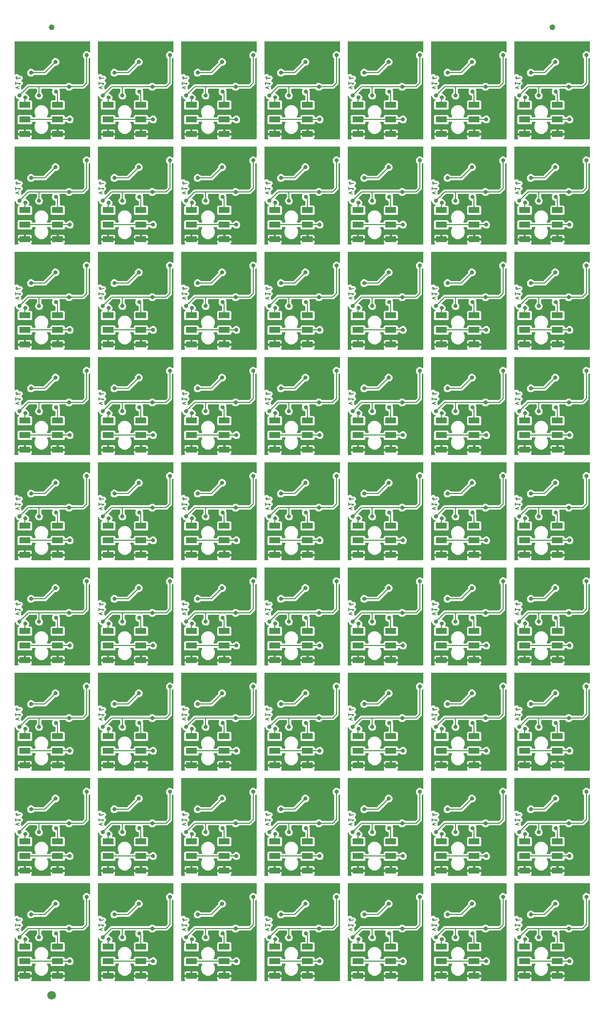
<source format=gbl>
G04 EAGLE Gerber RS-274X export*
G75*
%MOMM*%
%FSLAX34Y34*%
%LPD*%
%INBottom Copper*%
%IPPOS*%
%AMOC8*
5,1,8,0,0,1.08239X$1,22.5*%
G01*
%ADD10C,0.203200*%
%ADD11R,1.900000X1.020000*%
%ADD12C,1.000000*%
%ADD13C,1.500000*%
%ADD14C,0.736600*%
%ADD15C,0.177800*%

G36*
X879000Y369829D02*
X879000Y369829D01*
X879029Y369826D01*
X879140Y369849D01*
X879253Y369865D01*
X879279Y369877D01*
X879308Y369882D01*
X879409Y369934D01*
X879512Y369981D01*
X879534Y370000D01*
X879561Y370013D01*
X879643Y370091D01*
X879729Y370164D01*
X879745Y370189D01*
X879767Y370209D01*
X879824Y370307D01*
X879887Y370401D01*
X879896Y370429D01*
X879910Y370454D01*
X879938Y370564D01*
X879972Y370672D01*
X879973Y370701D01*
X879980Y370730D01*
X879977Y370843D01*
X879980Y370956D01*
X879972Y370985D01*
X879971Y371014D01*
X879936Y371122D01*
X879908Y371231D01*
X879893Y371257D01*
X879884Y371285D01*
X879838Y371348D01*
X879763Y371476D01*
X879717Y371519D01*
X879689Y371558D01*
X879447Y371800D01*
X879112Y372379D01*
X878939Y373026D01*
X878939Y376429D01*
X889964Y376429D01*
X890022Y376437D01*
X890080Y376435D01*
X890162Y376457D01*
X890245Y376469D01*
X890299Y376493D01*
X890355Y376507D01*
X890428Y376550D01*
X890505Y376585D01*
X890549Y376623D01*
X890600Y376653D01*
X890657Y376714D01*
X890722Y376769D01*
X890754Y376817D01*
X890794Y376860D01*
X890833Y376935D01*
X890879Y377005D01*
X890897Y377061D01*
X890924Y377113D01*
X890935Y377181D01*
X890965Y377276D01*
X890968Y377376D01*
X890979Y377444D01*
X890979Y378461D01*
X890981Y378461D01*
X890981Y377444D01*
X890989Y377386D01*
X890988Y377328D01*
X891009Y377246D01*
X891021Y377163D01*
X891045Y377109D01*
X891059Y377053D01*
X891102Y376980D01*
X891137Y376903D01*
X891175Y376858D01*
X891205Y376808D01*
X891266Y376750D01*
X891321Y376686D01*
X891369Y376654D01*
X891412Y376614D01*
X891487Y376575D01*
X891557Y376529D01*
X891613Y376511D01*
X891665Y376484D01*
X891733Y376473D01*
X891828Y376443D01*
X891928Y376440D01*
X891996Y376429D01*
X903021Y376429D01*
X903021Y373026D01*
X902848Y372379D01*
X902513Y371800D01*
X902271Y371558D01*
X902253Y371534D01*
X902231Y371515D01*
X902168Y371421D01*
X902100Y371331D01*
X902090Y371303D01*
X902073Y371279D01*
X902039Y371171D01*
X901999Y371065D01*
X901996Y371036D01*
X901988Y371008D01*
X901985Y370895D01*
X901975Y370782D01*
X901981Y370753D01*
X901980Y370724D01*
X902009Y370614D01*
X902031Y370503D01*
X902045Y370477D01*
X902052Y370449D01*
X902110Y370351D01*
X902162Y370251D01*
X902182Y370229D01*
X902197Y370204D01*
X902280Y370127D01*
X902358Y370045D01*
X902383Y370030D01*
X902405Y370010D01*
X902505Y369958D01*
X902603Y369901D01*
X902632Y369894D01*
X902658Y369880D01*
X902735Y369867D01*
X902879Y369831D01*
X902941Y369833D01*
X902989Y369825D01*
X935971Y369825D01*
X936000Y369829D01*
X936029Y369826D01*
X936140Y369849D01*
X936253Y369865D01*
X936279Y369877D01*
X936308Y369882D01*
X936409Y369934D01*
X936512Y369981D01*
X936534Y370000D01*
X936561Y370013D01*
X936643Y370091D01*
X936729Y370164D01*
X936745Y370189D01*
X936767Y370209D01*
X936824Y370307D01*
X936887Y370401D01*
X936896Y370429D01*
X936910Y370454D01*
X936938Y370564D01*
X936972Y370672D01*
X936973Y370701D01*
X936980Y370730D01*
X936977Y370843D01*
X936980Y370956D01*
X936972Y370985D01*
X936971Y371014D01*
X936936Y371122D01*
X936908Y371231D01*
X936893Y371257D01*
X936884Y371285D01*
X936838Y371348D01*
X936763Y371476D01*
X936717Y371519D01*
X936689Y371558D01*
X936447Y371800D01*
X936112Y372379D01*
X935939Y373026D01*
X935939Y376429D01*
X946964Y376429D01*
X947022Y376437D01*
X947080Y376435D01*
X947162Y376457D01*
X947245Y376469D01*
X947299Y376493D01*
X947355Y376507D01*
X947428Y376550D01*
X947505Y376585D01*
X947549Y376623D01*
X947600Y376653D01*
X947657Y376714D01*
X947722Y376769D01*
X947754Y376817D01*
X947794Y376860D01*
X947833Y376935D01*
X947879Y377005D01*
X947897Y377061D01*
X947924Y377113D01*
X947935Y377181D01*
X947965Y377276D01*
X947968Y377376D01*
X947979Y377444D01*
X947979Y378461D01*
X947981Y378461D01*
X947981Y377444D01*
X947989Y377386D01*
X947988Y377328D01*
X948009Y377246D01*
X948021Y377163D01*
X948045Y377109D01*
X948059Y377053D01*
X948102Y376980D01*
X948137Y376903D01*
X948175Y376858D01*
X948205Y376808D01*
X948266Y376750D01*
X948321Y376686D01*
X948369Y376654D01*
X948412Y376614D01*
X948487Y376575D01*
X948557Y376529D01*
X948613Y376511D01*
X948665Y376484D01*
X948733Y376473D01*
X948828Y376443D01*
X948928Y376440D01*
X948996Y376429D01*
X960021Y376429D01*
X960021Y373026D01*
X959848Y372379D01*
X959513Y371800D01*
X959271Y371558D01*
X959253Y371534D01*
X959231Y371515D01*
X959168Y371421D01*
X959100Y371331D01*
X959090Y371303D01*
X959073Y371279D01*
X959039Y371171D01*
X958999Y371065D01*
X958996Y371036D01*
X958988Y371008D01*
X958985Y370895D01*
X958975Y370782D01*
X958981Y370753D01*
X958980Y370724D01*
X959009Y370614D01*
X959031Y370503D01*
X959045Y370477D01*
X959052Y370449D01*
X959110Y370351D01*
X959162Y370251D01*
X959182Y370229D01*
X959197Y370204D01*
X959280Y370127D01*
X959358Y370045D01*
X959383Y370030D01*
X959405Y370010D01*
X959505Y369958D01*
X959603Y369901D01*
X959632Y369894D01*
X959658Y369880D01*
X959735Y369867D01*
X959879Y369831D01*
X959941Y369833D01*
X959989Y369825D01*
X1003300Y369825D01*
X1003358Y369833D01*
X1003416Y369831D01*
X1003498Y369853D01*
X1003582Y369865D01*
X1003635Y369888D01*
X1003691Y369903D01*
X1003764Y369946D01*
X1003841Y369981D01*
X1003886Y370019D01*
X1003936Y370048D01*
X1003994Y370110D01*
X1004058Y370164D01*
X1004090Y370213D01*
X1004130Y370256D01*
X1004169Y370331D01*
X1004216Y370401D01*
X1004233Y370457D01*
X1004260Y370509D01*
X1004271Y370577D01*
X1004301Y370672D01*
X1004304Y370772D01*
X1004315Y370840D01*
X1004315Y509744D01*
X1004311Y509773D01*
X1004314Y509803D01*
X1004291Y509914D01*
X1004275Y510026D01*
X1004263Y510052D01*
X1004258Y510081D01*
X1004205Y510182D01*
X1004159Y510285D01*
X1004140Y510307D01*
X1004127Y510334D01*
X1004049Y510416D01*
X1003976Y510502D01*
X1003951Y510518D01*
X1003931Y510540D01*
X1003833Y510597D01*
X1003739Y510660D01*
X1003711Y510669D01*
X1003686Y510683D01*
X1003576Y510711D01*
X1003468Y510745D01*
X1003438Y510746D01*
X1003410Y510753D01*
X1003297Y510750D01*
X1003184Y510753D01*
X1003155Y510745D01*
X1003126Y510744D01*
X1003018Y510709D01*
X1002909Y510681D01*
X1002883Y510666D01*
X1002855Y510657D01*
X1002791Y510611D01*
X1002664Y510536D01*
X1002621Y510490D01*
X1002582Y510462D01*
X1002455Y510335D01*
X1002402Y510265D01*
X1002343Y510201D01*
X1002317Y510152D01*
X1002284Y510108D01*
X1002253Y510026D01*
X1002213Y509948D01*
X1002205Y509901D01*
X1002183Y509842D01*
X1002171Y509694D01*
X1002158Y509617D01*
X1002158Y465729D01*
X999554Y463125D01*
X993501Y457072D01*
X973743Y457072D01*
X973656Y457060D01*
X973569Y457057D01*
X973516Y457040D01*
X973461Y457032D01*
X973382Y456997D01*
X973298Y456970D01*
X973259Y456942D01*
X973202Y456916D01*
X973089Y456820D01*
X973025Y456775D01*
X971553Y455303D01*
X969079Y454278D01*
X966401Y454278D01*
X963927Y455303D01*
X962455Y456775D01*
X962385Y456827D01*
X962321Y456887D01*
X962272Y456913D01*
X962228Y456946D01*
X962146Y456977D01*
X962068Y457017D01*
X962021Y457025D01*
X961962Y457047D01*
X961814Y457059D01*
X961737Y457072D01*
X951634Y457072D01*
X951521Y457056D01*
X951406Y457046D01*
X951380Y457036D01*
X951353Y457032D01*
X951248Y456985D01*
X951141Y456944D01*
X951119Y456928D01*
X951094Y456916D01*
X951006Y456842D01*
X950914Y456773D01*
X950898Y456750D01*
X950877Y456733D01*
X950813Y456637D01*
X950744Y456545D01*
X950734Y456519D01*
X950719Y456496D01*
X950684Y456386D01*
X950644Y456279D01*
X950642Y456251D01*
X950633Y456225D01*
X950630Y456110D01*
X950621Y455996D01*
X950627Y455971D01*
X950626Y455941D01*
X950693Y455684D01*
X950697Y455668D01*
X951612Y453459D01*
X951612Y451557D01*
X951624Y451471D01*
X951627Y451383D01*
X951644Y451331D01*
X951652Y451276D01*
X951687Y451196D01*
X951714Y451113D01*
X951742Y451073D01*
X951768Y451016D01*
X951864Y450903D01*
X951909Y450839D01*
X952045Y450704D01*
X952045Y438424D01*
X952053Y438366D01*
X952051Y438308D01*
X952073Y438226D01*
X952085Y438142D01*
X952108Y438089D01*
X952123Y438033D01*
X952166Y437960D01*
X952201Y437883D01*
X952239Y437838D01*
X952268Y437788D01*
X952330Y437730D01*
X952384Y437666D01*
X952433Y437634D01*
X952476Y437594D01*
X952551Y437555D01*
X952621Y437508D01*
X952677Y437491D01*
X952729Y437464D01*
X952797Y437453D01*
X952892Y437423D01*
X952992Y437420D01*
X953060Y437409D01*
X958743Y437409D01*
X960529Y435623D01*
X960529Y422897D01*
X958743Y421111D01*
X937217Y421111D01*
X935431Y422897D01*
X935431Y435623D01*
X937217Y437409D01*
X942900Y437409D01*
X942958Y437417D01*
X943016Y437415D01*
X943098Y437437D01*
X943182Y437449D01*
X943235Y437472D01*
X943291Y437487D01*
X943364Y437530D01*
X943441Y437565D01*
X943486Y437603D01*
X943536Y437632D01*
X943594Y437694D01*
X943658Y437748D01*
X943690Y437797D01*
X943730Y437840D01*
X943769Y437915D01*
X943816Y437985D01*
X943833Y438041D01*
X943860Y438093D01*
X943871Y438161D01*
X943901Y438256D01*
X943904Y438356D01*
X943915Y438424D01*
X943915Y444555D01*
X943915Y444556D01*
X943915Y444558D01*
X943895Y444698D01*
X943875Y444836D01*
X943875Y444838D01*
X943875Y444839D01*
X943818Y444965D01*
X943759Y445096D01*
X943758Y445097D01*
X943757Y445098D01*
X943666Y445206D01*
X943576Y445313D01*
X943574Y445314D01*
X943573Y445315D01*
X943560Y445323D01*
X943339Y445470D01*
X943310Y445480D01*
X943289Y445493D01*
X941067Y446413D01*
X939173Y448307D01*
X938148Y450781D01*
X938148Y453459D01*
X939063Y455668D01*
X939092Y455780D01*
X939127Y455889D01*
X939128Y455917D01*
X939134Y455944D01*
X939131Y456058D01*
X939134Y456173D01*
X939127Y456200D01*
X939126Y456228D01*
X939091Y456337D01*
X939062Y456448D01*
X939048Y456472D01*
X939040Y456499D01*
X938976Y456594D01*
X938917Y456693D01*
X938897Y456712D01*
X938881Y456735D01*
X938794Y456809D01*
X938710Y456887D01*
X938685Y456900D01*
X938664Y456918D01*
X938559Y456964D01*
X938457Y457017D01*
X938432Y457021D01*
X938404Y457033D01*
X938140Y457070D01*
X938126Y457072D01*
X920623Y457072D01*
X920565Y457064D01*
X920507Y457066D01*
X920425Y457044D01*
X920341Y457032D01*
X920288Y457009D01*
X920232Y456994D01*
X920159Y456951D01*
X920082Y456916D01*
X920037Y456878D01*
X919987Y456849D01*
X919929Y456787D01*
X919865Y456733D01*
X919833Y456684D01*
X919793Y456641D01*
X919754Y456566D01*
X919707Y456496D01*
X919690Y456440D01*
X919663Y456388D01*
X919652Y456320D01*
X919622Y456225D01*
X919619Y456125D01*
X919608Y456057D01*
X919608Y451415D01*
X919620Y451328D01*
X919623Y451241D01*
X919640Y451188D01*
X919648Y451133D01*
X919683Y451054D01*
X919710Y450970D01*
X919738Y450931D01*
X919764Y450874D01*
X919860Y450761D01*
X919905Y450697D01*
X921377Y449225D01*
X922402Y446751D01*
X922402Y444073D01*
X921377Y441599D01*
X919483Y439705D01*
X917009Y438680D01*
X914331Y438680D01*
X911857Y439705D01*
X909963Y441599D01*
X908938Y444073D01*
X908938Y446751D01*
X909963Y449225D01*
X911435Y450697D01*
X911487Y450767D01*
X911547Y450831D01*
X911573Y450880D01*
X911606Y450924D01*
X911637Y451006D01*
X911677Y451084D01*
X911685Y451131D01*
X911707Y451190D01*
X911719Y451338D01*
X911732Y451415D01*
X911732Y456057D01*
X911724Y456115D01*
X911726Y456173D01*
X911704Y456255D01*
X911692Y456339D01*
X911669Y456392D01*
X911654Y456448D01*
X911611Y456521D01*
X911576Y456598D01*
X911538Y456643D01*
X911509Y456693D01*
X911447Y456751D01*
X911393Y456815D01*
X911344Y456847D01*
X911301Y456887D01*
X911226Y456926D01*
X911156Y456973D01*
X911100Y456990D01*
X911048Y457017D01*
X910980Y457028D01*
X910885Y457058D01*
X910785Y457061D01*
X910717Y457072D01*
X898672Y457072D01*
X898585Y457060D01*
X898498Y457057D01*
X898445Y457040D01*
X898390Y457032D01*
X898310Y456997D01*
X898227Y456970D01*
X898188Y456942D01*
X898131Y456916D01*
X898018Y456820D01*
X897954Y456775D01*
X891604Y450425D01*
X891586Y450401D01*
X891564Y450382D01*
X891501Y450288D01*
X891433Y450198D01*
X891422Y450170D01*
X891406Y450146D01*
X891372Y450038D01*
X891332Y449932D01*
X891329Y449903D01*
X891320Y449875D01*
X891317Y449761D01*
X891308Y449649D01*
X891314Y449620D01*
X891313Y449591D01*
X891342Y449481D01*
X891364Y449370D01*
X891377Y449344D01*
X891385Y449316D01*
X891443Y449218D01*
X891495Y449118D01*
X891515Y449096D01*
X891530Y449071D01*
X891613Y448994D01*
X891691Y448912D01*
X891716Y448897D01*
X891737Y448877D01*
X891838Y448825D01*
X891936Y448768D01*
X891964Y448761D01*
X891990Y448747D01*
X892068Y448734D01*
X892211Y448698D01*
X892274Y448700D01*
X892322Y448692D01*
X892879Y448692D01*
X895353Y447667D01*
X897247Y445773D01*
X898272Y443299D01*
X898272Y440621D01*
X897523Y438813D01*
X897494Y438701D01*
X897459Y438592D01*
X897459Y438564D01*
X897452Y438537D01*
X897455Y438423D01*
X897452Y438308D01*
X897459Y438281D01*
X897460Y438253D01*
X897495Y438144D01*
X897524Y438033D01*
X897538Y438009D01*
X897546Y437982D01*
X897611Y437887D01*
X897669Y437788D01*
X897689Y437769D01*
X897705Y437746D01*
X897793Y437672D01*
X897876Y437594D01*
X897901Y437581D01*
X897922Y437563D01*
X898027Y437517D01*
X898130Y437464D01*
X898154Y437460D01*
X898182Y437448D01*
X898446Y437411D01*
X898461Y437409D01*
X901743Y437409D01*
X903529Y435623D01*
X903529Y422897D01*
X901743Y421111D01*
X880217Y421111D01*
X878431Y422897D01*
X878431Y435623D01*
X880243Y437435D01*
X880312Y437527D01*
X880386Y437615D01*
X880398Y437640D01*
X880414Y437662D01*
X880455Y437769D01*
X880502Y437874D01*
X880506Y437902D01*
X880516Y437928D01*
X880525Y438042D01*
X880541Y438156D01*
X880537Y438184D01*
X880539Y438211D01*
X880517Y438324D01*
X880500Y438437D01*
X880489Y438463D01*
X880483Y438490D01*
X880430Y438592D01*
X880383Y438696D01*
X880365Y438718D01*
X880352Y438742D01*
X880273Y438825D01*
X880199Y438913D01*
X880178Y438926D01*
X880156Y438948D01*
X879927Y439083D01*
X879914Y439091D01*
X877567Y440063D01*
X875673Y441957D01*
X874698Y444311D01*
X874654Y444385D01*
X874619Y444463D01*
X874582Y444507D01*
X874553Y444556D01*
X874491Y444615D01*
X874435Y444680D01*
X874388Y444712D01*
X874347Y444751D01*
X874270Y444790D01*
X874199Y444838D01*
X874145Y444855D01*
X874094Y444881D01*
X874010Y444898D01*
X873928Y444924D01*
X873871Y444925D01*
X873815Y444936D01*
X873730Y444929D01*
X873644Y444931D01*
X873589Y444917D01*
X873532Y444912D01*
X873452Y444881D01*
X873369Y444859D01*
X873320Y444830D01*
X873267Y444810D01*
X873198Y444758D01*
X873124Y444714D01*
X873085Y444673D01*
X873040Y444638D01*
X872988Y444569D01*
X872930Y444507D01*
X872904Y444456D01*
X872870Y444411D01*
X872839Y444330D01*
X872800Y444254D01*
X872792Y444205D01*
X872769Y444145D01*
X872758Y444000D01*
X872745Y443923D01*
X872745Y370840D01*
X872753Y370782D01*
X872751Y370724D01*
X872773Y370642D01*
X872785Y370558D01*
X872808Y370505D01*
X872823Y370449D01*
X872866Y370376D01*
X872901Y370299D01*
X872939Y370254D01*
X872968Y370204D01*
X873030Y370146D01*
X873084Y370082D01*
X873133Y370050D01*
X873176Y370010D01*
X873251Y369971D01*
X873321Y369924D01*
X873377Y369907D01*
X873429Y369880D01*
X873497Y369869D01*
X873592Y369839D01*
X873692Y369836D01*
X873760Y369825D01*
X878971Y369825D01*
X879000Y369829D01*
G37*
G36*
X10320Y1467109D02*
X10320Y1467109D01*
X10349Y1467106D01*
X10460Y1467129D01*
X10573Y1467145D01*
X10599Y1467157D01*
X10628Y1467162D01*
X10729Y1467214D01*
X10832Y1467261D01*
X10854Y1467280D01*
X10881Y1467293D01*
X10963Y1467371D01*
X11049Y1467444D01*
X11065Y1467469D01*
X11087Y1467489D01*
X11144Y1467587D01*
X11207Y1467681D01*
X11216Y1467709D01*
X11230Y1467734D01*
X11258Y1467844D01*
X11292Y1467952D01*
X11293Y1467981D01*
X11300Y1468010D01*
X11297Y1468123D01*
X11300Y1468236D01*
X11292Y1468265D01*
X11291Y1468294D01*
X11256Y1468402D01*
X11228Y1468511D01*
X11213Y1468537D01*
X11204Y1468565D01*
X11158Y1468628D01*
X11083Y1468756D01*
X11037Y1468799D01*
X11009Y1468838D01*
X10767Y1469080D01*
X10432Y1469659D01*
X10259Y1470306D01*
X10259Y1473709D01*
X21284Y1473709D01*
X21342Y1473717D01*
X21400Y1473715D01*
X21482Y1473737D01*
X21565Y1473749D01*
X21619Y1473773D01*
X21675Y1473787D01*
X21748Y1473830D01*
X21825Y1473865D01*
X21869Y1473903D01*
X21920Y1473933D01*
X21977Y1473994D01*
X22042Y1474049D01*
X22074Y1474097D01*
X22114Y1474140D01*
X22153Y1474215D01*
X22199Y1474285D01*
X22217Y1474341D01*
X22244Y1474393D01*
X22255Y1474461D01*
X22285Y1474556D01*
X22288Y1474656D01*
X22299Y1474724D01*
X22299Y1475741D01*
X22301Y1475741D01*
X22301Y1474724D01*
X22309Y1474666D01*
X22308Y1474608D01*
X22329Y1474526D01*
X22341Y1474443D01*
X22365Y1474389D01*
X22379Y1474333D01*
X22422Y1474260D01*
X22457Y1474183D01*
X22495Y1474138D01*
X22525Y1474088D01*
X22586Y1474030D01*
X22641Y1473966D01*
X22689Y1473934D01*
X22732Y1473894D01*
X22807Y1473855D01*
X22877Y1473809D01*
X22933Y1473791D01*
X22985Y1473764D01*
X23053Y1473753D01*
X23148Y1473723D01*
X23248Y1473720D01*
X23316Y1473709D01*
X34341Y1473709D01*
X34341Y1470306D01*
X34168Y1469659D01*
X33833Y1469080D01*
X33591Y1468838D01*
X33573Y1468814D01*
X33551Y1468795D01*
X33488Y1468701D01*
X33420Y1468611D01*
X33410Y1468583D01*
X33393Y1468559D01*
X33359Y1468451D01*
X33319Y1468345D01*
X33316Y1468316D01*
X33308Y1468288D01*
X33305Y1468175D01*
X33295Y1468062D01*
X33301Y1468033D01*
X33300Y1468004D01*
X33329Y1467894D01*
X33351Y1467783D01*
X33365Y1467757D01*
X33372Y1467729D01*
X33430Y1467631D01*
X33482Y1467531D01*
X33502Y1467509D01*
X33517Y1467484D01*
X33600Y1467407D01*
X33678Y1467325D01*
X33703Y1467310D01*
X33725Y1467290D01*
X33825Y1467238D01*
X33923Y1467181D01*
X33952Y1467174D01*
X33978Y1467160D01*
X34055Y1467147D01*
X34199Y1467111D01*
X34261Y1467113D01*
X34309Y1467105D01*
X67291Y1467105D01*
X67320Y1467109D01*
X67349Y1467106D01*
X67460Y1467129D01*
X67573Y1467145D01*
X67599Y1467157D01*
X67628Y1467162D01*
X67729Y1467214D01*
X67832Y1467261D01*
X67854Y1467280D01*
X67881Y1467293D01*
X67963Y1467371D01*
X68049Y1467444D01*
X68065Y1467469D01*
X68087Y1467489D01*
X68144Y1467587D01*
X68207Y1467681D01*
X68216Y1467709D01*
X68230Y1467734D01*
X68258Y1467844D01*
X68292Y1467952D01*
X68293Y1467981D01*
X68300Y1468010D01*
X68297Y1468123D01*
X68300Y1468236D01*
X68292Y1468265D01*
X68291Y1468294D01*
X68256Y1468402D01*
X68228Y1468511D01*
X68213Y1468537D01*
X68204Y1468565D01*
X68158Y1468628D01*
X68083Y1468756D01*
X68037Y1468799D01*
X68009Y1468838D01*
X67767Y1469080D01*
X67432Y1469659D01*
X67259Y1470306D01*
X67259Y1473709D01*
X78284Y1473709D01*
X78342Y1473717D01*
X78400Y1473715D01*
X78482Y1473737D01*
X78565Y1473749D01*
X78619Y1473773D01*
X78675Y1473787D01*
X78748Y1473830D01*
X78825Y1473865D01*
X78869Y1473903D01*
X78920Y1473933D01*
X78977Y1473994D01*
X79042Y1474049D01*
X79074Y1474097D01*
X79114Y1474140D01*
X79153Y1474215D01*
X79199Y1474285D01*
X79217Y1474341D01*
X79244Y1474393D01*
X79255Y1474461D01*
X79285Y1474556D01*
X79288Y1474656D01*
X79299Y1474724D01*
X79299Y1475741D01*
X79301Y1475741D01*
X79301Y1474724D01*
X79309Y1474666D01*
X79308Y1474608D01*
X79329Y1474526D01*
X79341Y1474443D01*
X79365Y1474389D01*
X79379Y1474333D01*
X79422Y1474260D01*
X79457Y1474183D01*
X79495Y1474138D01*
X79525Y1474088D01*
X79586Y1474030D01*
X79641Y1473966D01*
X79689Y1473934D01*
X79732Y1473894D01*
X79807Y1473855D01*
X79877Y1473809D01*
X79933Y1473791D01*
X79985Y1473764D01*
X80053Y1473753D01*
X80148Y1473723D01*
X80248Y1473720D01*
X80316Y1473709D01*
X91341Y1473709D01*
X91341Y1470306D01*
X91168Y1469659D01*
X90833Y1469080D01*
X90591Y1468838D01*
X90573Y1468814D01*
X90551Y1468795D01*
X90488Y1468701D01*
X90420Y1468611D01*
X90410Y1468583D01*
X90393Y1468559D01*
X90359Y1468451D01*
X90319Y1468345D01*
X90316Y1468316D01*
X90308Y1468288D01*
X90305Y1468175D01*
X90295Y1468062D01*
X90301Y1468033D01*
X90300Y1468004D01*
X90329Y1467894D01*
X90351Y1467783D01*
X90365Y1467757D01*
X90372Y1467729D01*
X90430Y1467631D01*
X90482Y1467531D01*
X90502Y1467509D01*
X90517Y1467484D01*
X90600Y1467407D01*
X90678Y1467325D01*
X90703Y1467310D01*
X90725Y1467290D01*
X90825Y1467238D01*
X90923Y1467181D01*
X90952Y1467174D01*
X90978Y1467160D01*
X91055Y1467147D01*
X91199Y1467111D01*
X91261Y1467113D01*
X91309Y1467105D01*
X134620Y1467105D01*
X134678Y1467113D01*
X134736Y1467111D01*
X134818Y1467133D01*
X134902Y1467145D01*
X134955Y1467168D01*
X135011Y1467183D01*
X135084Y1467226D01*
X135161Y1467261D01*
X135206Y1467299D01*
X135256Y1467328D01*
X135314Y1467390D01*
X135378Y1467444D01*
X135410Y1467493D01*
X135450Y1467536D01*
X135489Y1467611D01*
X135536Y1467681D01*
X135553Y1467737D01*
X135580Y1467789D01*
X135591Y1467857D01*
X135621Y1467952D01*
X135624Y1468052D01*
X135635Y1468120D01*
X135635Y1607024D01*
X135631Y1607053D01*
X135634Y1607083D01*
X135611Y1607194D01*
X135595Y1607306D01*
X135583Y1607332D01*
X135578Y1607361D01*
X135525Y1607462D01*
X135479Y1607565D01*
X135460Y1607587D01*
X135447Y1607614D01*
X135369Y1607696D01*
X135296Y1607782D01*
X135271Y1607798D01*
X135251Y1607820D01*
X135153Y1607877D01*
X135059Y1607940D01*
X135031Y1607949D01*
X135006Y1607963D01*
X134896Y1607991D01*
X134788Y1608025D01*
X134758Y1608026D01*
X134730Y1608033D01*
X134617Y1608030D01*
X134504Y1608033D01*
X134475Y1608025D01*
X134446Y1608024D01*
X134338Y1607989D01*
X134229Y1607961D01*
X134203Y1607946D01*
X134175Y1607937D01*
X134111Y1607891D01*
X133984Y1607816D01*
X133941Y1607770D01*
X133902Y1607742D01*
X133775Y1607615D01*
X133722Y1607545D01*
X133663Y1607481D01*
X133637Y1607432D01*
X133604Y1607388D01*
X133573Y1607306D01*
X133533Y1607228D01*
X133525Y1607181D01*
X133503Y1607122D01*
X133491Y1606974D01*
X133478Y1606897D01*
X133478Y1563009D01*
X130874Y1560405D01*
X124821Y1554352D01*
X105063Y1554352D01*
X104976Y1554340D01*
X104889Y1554337D01*
X104836Y1554320D01*
X104781Y1554312D01*
X104702Y1554277D01*
X104618Y1554250D01*
X104579Y1554222D01*
X104522Y1554196D01*
X104409Y1554100D01*
X104345Y1554055D01*
X102873Y1552583D01*
X100399Y1551558D01*
X97721Y1551558D01*
X95247Y1552583D01*
X93775Y1554055D01*
X93705Y1554107D01*
X93641Y1554167D01*
X93592Y1554193D01*
X93548Y1554226D01*
X93466Y1554257D01*
X93388Y1554297D01*
X93341Y1554305D01*
X93282Y1554327D01*
X93134Y1554339D01*
X93057Y1554352D01*
X82954Y1554352D01*
X82841Y1554336D01*
X82726Y1554326D01*
X82700Y1554316D01*
X82673Y1554312D01*
X82568Y1554265D01*
X82461Y1554224D01*
X82439Y1554208D01*
X82414Y1554196D01*
X82326Y1554122D01*
X82234Y1554053D01*
X82218Y1554030D01*
X82197Y1554013D01*
X82133Y1553917D01*
X82064Y1553825D01*
X82054Y1553799D01*
X82039Y1553776D01*
X82004Y1553666D01*
X81964Y1553559D01*
X81962Y1553531D01*
X81953Y1553505D01*
X81950Y1553390D01*
X81941Y1553276D01*
X81947Y1553251D01*
X81946Y1553221D01*
X82013Y1552964D01*
X82017Y1552948D01*
X82932Y1550739D01*
X82932Y1548837D01*
X82944Y1548751D01*
X82947Y1548663D01*
X82964Y1548611D01*
X82972Y1548556D01*
X83007Y1548476D01*
X83034Y1548393D01*
X83062Y1548353D01*
X83088Y1548296D01*
X83184Y1548183D01*
X83229Y1548119D01*
X83365Y1547984D01*
X83365Y1535704D01*
X83373Y1535646D01*
X83371Y1535588D01*
X83393Y1535506D01*
X83405Y1535422D01*
X83428Y1535369D01*
X83443Y1535313D01*
X83486Y1535240D01*
X83521Y1535163D01*
X83559Y1535118D01*
X83588Y1535068D01*
X83650Y1535010D01*
X83704Y1534946D01*
X83753Y1534914D01*
X83796Y1534874D01*
X83871Y1534835D01*
X83941Y1534788D01*
X83997Y1534771D01*
X84049Y1534744D01*
X84117Y1534733D01*
X84212Y1534703D01*
X84312Y1534700D01*
X84380Y1534689D01*
X90063Y1534689D01*
X91849Y1532903D01*
X91849Y1520177D01*
X90063Y1518391D01*
X68537Y1518391D01*
X66751Y1520177D01*
X66751Y1532903D01*
X68537Y1534689D01*
X74220Y1534689D01*
X74278Y1534697D01*
X74336Y1534695D01*
X74418Y1534717D01*
X74502Y1534729D01*
X74555Y1534752D01*
X74611Y1534767D01*
X74684Y1534810D01*
X74761Y1534845D01*
X74806Y1534883D01*
X74856Y1534912D01*
X74914Y1534974D01*
X74978Y1535028D01*
X75010Y1535077D01*
X75050Y1535120D01*
X75089Y1535195D01*
X75136Y1535265D01*
X75153Y1535321D01*
X75180Y1535373D01*
X75191Y1535441D01*
X75221Y1535536D01*
X75224Y1535636D01*
X75235Y1535704D01*
X75235Y1541835D01*
X75235Y1541836D01*
X75235Y1541838D01*
X75215Y1541978D01*
X75195Y1542116D01*
X75195Y1542118D01*
X75195Y1542119D01*
X75138Y1542245D01*
X75079Y1542376D01*
X75078Y1542377D01*
X75077Y1542378D01*
X74986Y1542486D01*
X74896Y1542593D01*
X74894Y1542594D01*
X74893Y1542595D01*
X74880Y1542603D01*
X74659Y1542750D01*
X74630Y1542760D01*
X74609Y1542773D01*
X72387Y1543693D01*
X70493Y1545587D01*
X69468Y1548061D01*
X69468Y1550739D01*
X70383Y1552948D01*
X70412Y1553060D01*
X70447Y1553169D01*
X70448Y1553197D01*
X70454Y1553224D01*
X70451Y1553338D01*
X70454Y1553453D01*
X70447Y1553480D01*
X70446Y1553508D01*
X70411Y1553617D01*
X70382Y1553728D01*
X70368Y1553752D01*
X70360Y1553779D01*
X70296Y1553874D01*
X70237Y1553973D01*
X70217Y1553992D01*
X70201Y1554015D01*
X70114Y1554089D01*
X70030Y1554167D01*
X70005Y1554180D01*
X69984Y1554198D01*
X69879Y1554244D01*
X69777Y1554297D01*
X69752Y1554301D01*
X69724Y1554313D01*
X69460Y1554350D01*
X69446Y1554352D01*
X51943Y1554352D01*
X51885Y1554344D01*
X51827Y1554346D01*
X51745Y1554324D01*
X51661Y1554312D01*
X51608Y1554289D01*
X51552Y1554274D01*
X51479Y1554231D01*
X51402Y1554196D01*
X51357Y1554158D01*
X51307Y1554129D01*
X51249Y1554067D01*
X51185Y1554013D01*
X51153Y1553964D01*
X51113Y1553921D01*
X51074Y1553846D01*
X51027Y1553776D01*
X51010Y1553720D01*
X50983Y1553668D01*
X50972Y1553600D01*
X50942Y1553505D01*
X50939Y1553405D01*
X50928Y1553337D01*
X50928Y1548695D01*
X50940Y1548608D01*
X50943Y1548521D01*
X50960Y1548468D01*
X50968Y1548413D01*
X51003Y1548334D01*
X51030Y1548250D01*
X51058Y1548211D01*
X51084Y1548154D01*
X51180Y1548041D01*
X51225Y1547977D01*
X52697Y1546505D01*
X53722Y1544031D01*
X53722Y1541353D01*
X52697Y1538879D01*
X50803Y1536985D01*
X48329Y1535960D01*
X45651Y1535960D01*
X43177Y1536985D01*
X41283Y1538879D01*
X40258Y1541353D01*
X40258Y1544031D01*
X41283Y1546505D01*
X42755Y1547977D01*
X42807Y1548047D01*
X42867Y1548111D01*
X42893Y1548160D01*
X42926Y1548204D01*
X42957Y1548286D01*
X42997Y1548364D01*
X43005Y1548411D01*
X43027Y1548470D01*
X43039Y1548618D01*
X43052Y1548695D01*
X43052Y1553337D01*
X43044Y1553395D01*
X43046Y1553453D01*
X43024Y1553535D01*
X43012Y1553619D01*
X42989Y1553672D01*
X42974Y1553728D01*
X42931Y1553801D01*
X42896Y1553878D01*
X42858Y1553923D01*
X42829Y1553973D01*
X42767Y1554031D01*
X42713Y1554095D01*
X42664Y1554127D01*
X42621Y1554167D01*
X42546Y1554206D01*
X42476Y1554253D01*
X42420Y1554270D01*
X42368Y1554297D01*
X42300Y1554308D01*
X42205Y1554338D01*
X42105Y1554341D01*
X42037Y1554352D01*
X29992Y1554352D01*
X29905Y1554340D01*
X29818Y1554337D01*
X29765Y1554320D01*
X29710Y1554312D01*
X29630Y1554277D01*
X29547Y1554250D01*
X29508Y1554222D01*
X29451Y1554196D01*
X29338Y1554100D01*
X29274Y1554055D01*
X22924Y1547705D01*
X22906Y1547681D01*
X22884Y1547662D01*
X22821Y1547568D01*
X22753Y1547478D01*
X22742Y1547450D01*
X22726Y1547426D01*
X22692Y1547318D01*
X22652Y1547212D01*
X22649Y1547183D01*
X22640Y1547155D01*
X22637Y1547041D01*
X22628Y1546929D01*
X22634Y1546900D01*
X22633Y1546871D01*
X22662Y1546761D01*
X22684Y1546650D01*
X22697Y1546624D01*
X22705Y1546596D01*
X22763Y1546498D01*
X22815Y1546398D01*
X22835Y1546376D01*
X22850Y1546351D01*
X22933Y1546274D01*
X23011Y1546192D01*
X23036Y1546177D01*
X23057Y1546157D01*
X23158Y1546105D01*
X23256Y1546048D01*
X23284Y1546041D01*
X23310Y1546027D01*
X23388Y1546014D01*
X23531Y1545978D01*
X23594Y1545980D01*
X23642Y1545972D01*
X24199Y1545972D01*
X26673Y1544947D01*
X28567Y1543053D01*
X29592Y1540579D01*
X29592Y1537901D01*
X28843Y1536093D01*
X28814Y1535981D01*
X28779Y1535872D01*
X28779Y1535844D01*
X28772Y1535817D01*
X28775Y1535703D01*
X28772Y1535588D01*
X28779Y1535561D01*
X28780Y1535533D01*
X28815Y1535424D01*
X28844Y1535313D01*
X28858Y1535289D01*
X28866Y1535262D01*
X28931Y1535167D01*
X28989Y1535068D01*
X29009Y1535049D01*
X29025Y1535026D01*
X29113Y1534952D01*
X29196Y1534874D01*
X29221Y1534861D01*
X29242Y1534843D01*
X29347Y1534797D01*
X29450Y1534744D01*
X29474Y1534740D01*
X29502Y1534728D01*
X29766Y1534691D01*
X29781Y1534689D01*
X33063Y1534689D01*
X34849Y1532903D01*
X34849Y1520177D01*
X33063Y1518391D01*
X11537Y1518391D01*
X9751Y1520177D01*
X9751Y1532903D01*
X11563Y1534715D01*
X11632Y1534807D01*
X11706Y1534895D01*
X11718Y1534920D01*
X11734Y1534942D01*
X11775Y1535049D01*
X11822Y1535154D01*
X11826Y1535182D01*
X11836Y1535208D01*
X11845Y1535322D01*
X11861Y1535436D01*
X11857Y1535464D01*
X11859Y1535491D01*
X11837Y1535604D01*
X11820Y1535717D01*
X11809Y1535743D01*
X11803Y1535770D01*
X11750Y1535872D01*
X11703Y1535976D01*
X11685Y1535998D01*
X11672Y1536022D01*
X11593Y1536105D01*
X11519Y1536193D01*
X11498Y1536206D01*
X11476Y1536228D01*
X11247Y1536363D01*
X11234Y1536371D01*
X8887Y1537343D01*
X6993Y1539237D01*
X6018Y1541591D01*
X5974Y1541665D01*
X5939Y1541743D01*
X5902Y1541787D01*
X5873Y1541836D01*
X5811Y1541895D01*
X5755Y1541960D01*
X5708Y1541992D01*
X5667Y1542031D01*
X5590Y1542070D01*
X5519Y1542118D01*
X5465Y1542135D01*
X5414Y1542161D01*
X5330Y1542178D01*
X5248Y1542204D01*
X5191Y1542205D01*
X5135Y1542216D01*
X5050Y1542209D01*
X4964Y1542211D01*
X4909Y1542197D01*
X4852Y1542192D01*
X4772Y1542161D01*
X4689Y1542139D01*
X4640Y1542110D01*
X4587Y1542090D01*
X4518Y1542038D01*
X4444Y1541994D01*
X4405Y1541953D01*
X4360Y1541918D01*
X4308Y1541849D01*
X4250Y1541787D01*
X4224Y1541736D01*
X4190Y1541691D01*
X4159Y1541610D01*
X4120Y1541534D01*
X4112Y1541485D01*
X4089Y1541425D01*
X4078Y1541280D01*
X4065Y1541203D01*
X4065Y1468120D01*
X4073Y1468062D01*
X4071Y1468004D01*
X4093Y1467922D01*
X4105Y1467838D01*
X4128Y1467785D01*
X4143Y1467729D01*
X4186Y1467656D01*
X4221Y1467579D01*
X4259Y1467534D01*
X4288Y1467484D01*
X4350Y1467426D01*
X4404Y1467362D01*
X4453Y1467330D01*
X4496Y1467290D01*
X4571Y1467251D01*
X4641Y1467204D01*
X4697Y1467187D01*
X4749Y1467160D01*
X4817Y1467149D01*
X4912Y1467119D01*
X5012Y1467116D01*
X5080Y1467105D01*
X10291Y1467105D01*
X10320Y1467109D01*
G37*
G36*
X10320Y1284229D02*
X10320Y1284229D01*
X10349Y1284226D01*
X10460Y1284249D01*
X10573Y1284265D01*
X10599Y1284277D01*
X10628Y1284282D01*
X10729Y1284334D01*
X10832Y1284381D01*
X10854Y1284400D01*
X10881Y1284413D01*
X10963Y1284491D01*
X11049Y1284564D01*
X11065Y1284589D01*
X11087Y1284609D01*
X11144Y1284707D01*
X11207Y1284801D01*
X11216Y1284829D01*
X11230Y1284854D01*
X11258Y1284964D01*
X11292Y1285072D01*
X11293Y1285101D01*
X11300Y1285130D01*
X11297Y1285243D01*
X11300Y1285356D01*
X11292Y1285385D01*
X11291Y1285414D01*
X11256Y1285522D01*
X11228Y1285631D01*
X11213Y1285657D01*
X11204Y1285685D01*
X11158Y1285748D01*
X11083Y1285876D01*
X11037Y1285919D01*
X11009Y1285958D01*
X10767Y1286200D01*
X10432Y1286779D01*
X10259Y1287426D01*
X10259Y1290829D01*
X21284Y1290829D01*
X21342Y1290837D01*
X21400Y1290835D01*
X21482Y1290857D01*
X21565Y1290869D01*
X21619Y1290893D01*
X21675Y1290907D01*
X21748Y1290950D01*
X21825Y1290985D01*
X21869Y1291023D01*
X21920Y1291053D01*
X21977Y1291114D01*
X22042Y1291169D01*
X22074Y1291217D01*
X22114Y1291260D01*
X22153Y1291335D01*
X22199Y1291405D01*
X22217Y1291461D01*
X22244Y1291513D01*
X22255Y1291581D01*
X22285Y1291676D01*
X22288Y1291776D01*
X22299Y1291844D01*
X22299Y1292861D01*
X22301Y1292861D01*
X22301Y1291844D01*
X22309Y1291786D01*
X22308Y1291728D01*
X22329Y1291646D01*
X22341Y1291563D01*
X22365Y1291509D01*
X22379Y1291453D01*
X22422Y1291380D01*
X22457Y1291303D01*
X22495Y1291258D01*
X22525Y1291208D01*
X22586Y1291150D01*
X22641Y1291086D01*
X22689Y1291054D01*
X22732Y1291014D01*
X22807Y1290975D01*
X22877Y1290929D01*
X22933Y1290911D01*
X22985Y1290884D01*
X23053Y1290873D01*
X23148Y1290843D01*
X23248Y1290840D01*
X23316Y1290829D01*
X34341Y1290829D01*
X34341Y1287426D01*
X34168Y1286779D01*
X33833Y1286200D01*
X33591Y1285958D01*
X33573Y1285934D01*
X33551Y1285915D01*
X33488Y1285821D01*
X33420Y1285731D01*
X33410Y1285703D01*
X33393Y1285679D01*
X33359Y1285571D01*
X33319Y1285465D01*
X33316Y1285436D01*
X33308Y1285408D01*
X33305Y1285295D01*
X33295Y1285182D01*
X33301Y1285153D01*
X33300Y1285124D01*
X33329Y1285014D01*
X33351Y1284903D01*
X33365Y1284877D01*
X33372Y1284849D01*
X33430Y1284751D01*
X33482Y1284651D01*
X33502Y1284629D01*
X33517Y1284604D01*
X33600Y1284527D01*
X33678Y1284445D01*
X33703Y1284430D01*
X33725Y1284410D01*
X33825Y1284358D01*
X33923Y1284301D01*
X33952Y1284294D01*
X33978Y1284280D01*
X34055Y1284267D01*
X34199Y1284231D01*
X34261Y1284233D01*
X34309Y1284225D01*
X67291Y1284225D01*
X67320Y1284229D01*
X67349Y1284226D01*
X67460Y1284249D01*
X67573Y1284265D01*
X67599Y1284277D01*
X67628Y1284282D01*
X67729Y1284334D01*
X67832Y1284381D01*
X67854Y1284400D01*
X67881Y1284413D01*
X67963Y1284491D01*
X68049Y1284564D01*
X68065Y1284589D01*
X68087Y1284609D01*
X68144Y1284707D01*
X68207Y1284801D01*
X68216Y1284829D01*
X68230Y1284854D01*
X68258Y1284964D01*
X68292Y1285072D01*
X68293Y1285101D01*
X68300Y1285130D01*
X68297Y1285243D01*
X68300Y1285356D01*
X68292Y1285385D01*
X68291Y1285414D01*
X68256Y1285522D01*
X68228Y1285631D01*
X68213Y1285657D01*
X68204Y1285685D01*
X68158Y1285748D01*
X68083Y1285876D01*
X68037Y1285919D01*
X68009Y1285958D01*
X67767Y1286200D01*
X67432Y1286779D01*
X67259Y1287426D01*
X67259Y1290829D01*
X78284Y1290829D01*
X78342Y1290837D01*
X78400Y1290835D01*
X78482Y1290857D01*
X78565Y1290869D01*
X78619Y1290893D01*
X78675Y1290907D01*
X78748Y1290950D01*
X78825Y1290985D01*
X78869Y1291023D01*
X78920Y1291053D01*
X78977Y1291114D01*
X79042Y1291169D01*
X79074Y1291217D01*
X79114Y1291260D01*
X79153Y1291335D01*
X79199Y1291405D01*
X79217Y1291461D01*
X79244Y1291513D01*
X79255Y1291581D01*
X79285Y1291676D01*
X79288Y1291776D01*
X79299Y1291844D01*
X79299Y1292861D01*
X79301Y1292861D01*
X79301Y1291844D01*
X79309Y1291786D01*
X79308Y1291728D01*
X79329Y1291646D01*
X79341Y1291563D01*
X79365Y1291509D01*
X79379Y1291453D01*
X79422Y1291380D01*
X79457Y1291303D01*
X79495Y1291258D01*
X79525Y1291208D01*
X79586Y1291150D01*
X79641Y1291086D01*
X79689Y1291054D01*
X79732Y1291014D01*
X79807Y1290975D01*
X79877Y1290929D01*
X79933Y1290911D01*
X79985Y1290884D01*
X80053Y1290873D01*
X80148Y1290843D01*
X80248Y1290840D01*
X80316Y1290829D01*
X91341Y1290829D01*
X91341Y1287426D01*
X91168Y1286779D01*
X90833Y1286200D01*
X90591Y1285958D01*
X90573Y1285934D01*
X90551Y1285915D01*
X90488Y1285821D01*
X90420Y1285731D01*
X90410Y1285703D01*
X90393Y1285679D01*
X90359Y1285571D01*
X90319Y1285465D01*
X90316Y1285436D01*
X90308Y1285408D01*
X90305Y1285295D01*
X90295Y1285182D01*
X90301Y1285153D01*
X90300Y1285124D01*
X90329Y1285014D01*
X90351Y1284903D01*
X90365Y1284877D01*
X90372Y1284849D01*
X90430Y1284751D01*
X90482Y1284651D01*
X90502Y1284629D01*
X90517Y1284604D01*
X90600Y1284527D01*
X90678Y1284445D01*
X90703Y1284430D01*
X90725Y1284410D01*
X90825Y1284358D01*
X90923Y1284301D01*
X90952Y1284294D01*
X90978Y1284280D01*
X91055Y1284267D01*
X91199Y1284231D01*
X91261Y1284233D01*
X91309Y1284225D01*
X134620Y1284225D01*
X134678Y1284233D01*
X134736Y1284231D01*
X134818Y1284253D01*
X134902Y1284265D01*
X134955Y1284288D01*
X135011Y1284303D01*
X135084Y1284346D01*
X135161Y1284381D01*
X135206Y1284419D01*
X135256Y1284448D01*
X135314Y1284510D01*
X135378Y1284564D01*
X135410Y1284613D01*
X135450Y1284656D01*
X135489Y1284731D01*
X135536Y1284801D01*
X135553Y1284857D01*
X135580Y1284909D01*
X135591Y1284977D01*
X135621Y1285072D01*
X135624Y1285172D01*
X135635Y1285240D01*
X135635Y1424144D01*
X135631Y1424173D01*
X135634Y1424203D01*
X135611Y1424314D01*
X135595Y1424426D01*
X135583Y1424452D01*
X135578Y1424481D01*
X135525Y1424582D01*
X135479Y1424685D01*
X135460Y1424707D01*
X135447Y1424734D01*
X135369Y1424816D01*
X135296Y1424902D01*
X135271Y1424918D01*
X135251Y1424940D01*
X135153Y1424997D01*
X135059Y1425060D01*
X135031Y1425069D01*
X135006Y1425083D01*
X134896Y1425111D01*
X134788Y1425145D01*
X134758Y1425146D01*
X134730Y1425153D01*
X134617Y1425150D01*
X134504Y1425153D01*
X134475Y1425145D01*
X134446Y1425144D01*
X134338Y1425109D01*
X134229Y1425081D01*
X134203Y1425066D01*
X134175Y1425057D01*
X134111Y1425011D01*
X133984Y1424936D01*
X133941Y1424890D01*
X133902Y1424862D01*
X133775Y1424735D01*
X133722Y1424665D01*
X133663Y1424601D01*
X133637Y1424552D01*
X133604Y1424508D01*
X133573Y1424426D01*
X133533Y1424348D01*
X133525Y1424301D01*
X133503Y1424242D01*
X133491Y1424094D01*
X133478Y1424017D01*
X133478Y1380129D01*
X130874Y1377525D01*
X127425Y1374076D01*
X124821Y1371472D01*
X105063Y1371472D01*
X104976Y1371460D01*
X104889Y1371457D01*
X104836Y1371440D01*
X104781Y1371432D01*
X104702Y1371397D01*
X104618Y1371370D01*
X104579Y1371342D01*
X104522Y1371316D01*
X104409Y1371220D01*
X104345Y1371175D01*
X102873Y1369703D01*
X100399Y1368678D01*
X97721Y1368678D01*
X95247Y1369703D01*
X93775Y1371175D01*
X93705Y1371227D01*
X93641Y1371287D01*
X93592Y1371313D01*
X93548Y1371346D01*
X93466Y1371377D01*
X93388Y1371417D01*
X93341Y1371425D01*
X93282Y1371447D01*
X93134Y1371459D01*
X93057Y1371472D01*
X82954Y1371472D01*
X82841Y1371456D01*
X82726Y1371446D01*
X82700Y1371436D01*
X82673Y1371432D01*
X82568Y1371385D01*
X82461Y1371344D01*
X82439Y1371328D01*
X82414Y1371316D01*
X82326Y1371242D01*
X82234Y1371173D01*
X82218Y1371150D01*
X82197Y1371133D01*
X82133Y1371037D01*
X82064Y1370945D01*
X82054Y1370919D01*
X82039Y1370896D01*
X82004Y1370786D01*
X81964Y1370679D01*
X81962Y1370651D01*
X81953Y1370625D01*
X81950Y1370510D01*
X81941Y1370396D01*
X81947Y1370371D01*
X81946Y1370341D01*
X82013Y1370084D01*
X82017Y1370068D01*
X82932Y1367859D01*
X82932Y1365957D01*
X82944Y1365871D01*
X82947Y1365783D01*
X82964Y1365731D01*
X82972Y1365676D01*
X83007Y1365596D01*
X83034Y1365513D01*
X83062Y1365473D01*
X83088Y1365416D01*
X83184Y1365303D01*
X83229Y1365239D01*
X83365Y1365104D01*
X83365Y1352824D01*
X83373Y1352766D01*
X83371Y1352708D01*
X83393Y1352626D01*
X83405Y1352542D01*
X83428Y1352489D01*
X83443Y1352433D01*
X83486Y1352360D01*
X83521Y1352283D01*
X83559Y1352238D01*
X83588Y1352188D01*
X83650Y1352130D01*
X83704Y1352066D01*
X83753Y1352034D01*
X83796Y1351994D01*
X83871Y1351955D01*
X83941Y1351908D01*
X83997Y1351891D01*
X84049Y1351864D01*
X84117Y1351853D01*
X84212Y1351823D01*
X84312Y1351820D01*
X84380Y1351809D01*
X90063Y1351809D01*
X91849Y1350023D01*
X91849Y1337297D01*
X90063Y1335511D01*
X68537Y1335511D01*
X66751Y1337297D01*
X66751Y1350023D01*
X68537Y1351809D01*
X74220Y1351809D01*
X74278Y1351817D01*
X74336Y1351815D01*
X74418Y1351837D01*
X74502Y1351849D01*
X74555Y1351872D01*
X74611Y1351887D01*
X74684Y1351930D01*
X74761Y1351965D01*
X74806Y1352003D01*
X74856Y1352032D01*
X74914Y1352094D01*
X74978Y1352148D01*
X75010Y1352197D01*
X75050Y1352240D01*
X75089Y1352315D01*
X75136Y1352385D01*
X75153Y1352441D01*
X75180Y1352493D01*
X75191Y1352561D01*
X75221Y1352656D01*
X75224Y1352756D01*
X75235Y1352824D01*
X75235Y1358955D01*
X75235Y1358956D01*
X75235Y1358958D01*
X75215Y1359098D01*
X75195Y1359236D01*
X75195Y1359238D01*
X75195Y1359239D01*
X75138Y1359365D01*
X75079Y1359496D01*
X75078Y1359497D01*
X75077Y1359498D01*
X74986Y1359606D01*
X74896Y1359713D01*
X74894Y1359714D01*
X74893Y1359715D01*
X74880Y1359723D01*
X74659Y1359870D01*
X74630Y1359880D01*
X74609Y1359893D01*
X72387Y1360813D01*
X70493Y1362707D01*
X69468Y1365181D01*
X69468Y1367859D01*
X70383Y1370068D01*
X70412Y1370180D01*
X70447Y1370289D01*
X70448Y1370317D01*
X70454Y1370344D01*
X70451Y1370458D01*
X70454Y1370573D01*
X70447Y1370600D01*
X70446Y1370628D01*
X70411Y1370737D01*
X70382Y1370848D01*
X70368Y1370872D01*
X70360Y1370899D01*
X70296Y1370994D01*
X70237Y1371093D01*
X70217Y1371112D01*
X70201Y1371135D01*
X70114Y1371209D01*
X70030Y1371287D01*
X70005Y1371300D01*
X69984Y1371318D01*
X69879Y1371364D01*
X69777Y1371417D01*
X69752Y1371421D01*
X69724Y1371433D01*
X69460Y1371470D01*
X69446Y1371472D01*
X51943Y1371472D01*
X51885Y1371464D01*
X51827Y1371466D01*
X51745Y1371444D01*
X51661Y1371432D01*
X51608Y1371409D01*
X51552Y1371394D01*
X51479Y1371351D01*
X51402Y1371316D01*
X51357Y1371278D01*
X51307Y1371249D01*
X51249Y1371187D01*
X51185Y1371133D01*
X51153Y1371084D01*
X51113Y1371041D01*
X51074Y1370966D01*
X51027Y1370896D01*
X51010Y1370840D01*
X50983Y1370788D01*
X50972Y1370720D01*
X50942Y1370625D01*
X50939Y1370525D01*
X50928Y1370457D01*
X50928Y1365815D01*
X50940Y1365728D01*
X50943Y1365641D01*
X50960Y1365588D01*
X50968Y1365533D01*
X51003Y1365454D01*
X51030Y1365370D01*
X51058Y1365331D01*
X51084Y1365274D01*
X51180Y1365161D01*
X51225Y1365097D01*
X52697Y1363625D01*
X53722Y1361151D01*
X53722Y1358473D01*
X52697Y1355999D01*
X50803Y1354105D01*
X48329Y1353080D01*
X45651Y1353080D01*
X43177Y1354105D01*
X41283Y1355999D01*
X40258Y1358473D01*
X40258Y1361151D01*
X41283Y1363625D01*
X42755Y1365097D01*
X42807Y1365167D01*
X42867Y1365231D01*
X42893Y1365280D01*
X42926Y1365324D01*
X42957Y1365406D01*
X42997Y1365484D01*
X43005Y1365531D01*
X43027Y1365590D01*
X43039Y1365738D01*
X43052Y1365815D01*
X43052Y1370457D01*
X43044Y1370515D01*
X43046Y1370573D01*
X43024Y1370655D01*
X43012Y1370739D01*
X42989Y1370792D01*
X42974Y1370848D01*
X42931Y1370921D01*
X42896Y1370998D01*
X42858Y1371043D01*
X42829Y1371093D01*
X42767Y1371151D01*
X42713Y1371215D01*
X42664Y1371247D01*
X42621Y1371287D01*
X42546Y1371326D01*
X42476Y1371373D01*
X42420Y1371390D01*
X42368Y1371417D01*
X42300Y1371428D01*
X42205Y1371458D01*
X42105Y1371461D01*
X42037Y1371472D01*
X29992Y1371472D01*
X29905Y1371460D01*
X29818Y1371457D01*
X29765Y1371440D01*
X29710Y1371432D01*
X29630Y1371397D01*
X29547Y1371370D01*
X29508Y1371342D01*
X29451Y1371316D01*
X29338Y1371220D01*
X29274Y1371175D01*
X22924Y1364825D01*
X22906Y1364801D01*
X22884Y1364782D01*
X22821Y1364688D01*
X22753Y1364598D01*
X22742Y1364570D01*
X22726Y1364546D01*
X22692Y1364438D01*
X22652Y1364332D01*
X22649Y1364303D01*
X22640Y1364275D01*
X22637Y1364161D01*
X22628Y1364049D01*
X22634Y1364020D01*
X22633Y1363991D01*
X22662Y1363881D01*
X22684Y1363770D01*
X22697Y1363744D01*
X22705Y1363716D01*
X22763Y1363618D01*
X22815Y1363518D01*
X22835Y1363496D01*
X22850Y1363471D01*
X22933Y1363394D01*
X23011Y1363312D01*
X23036Y1363297D01*
X23057Y1363277D01*
X23158Y1363225D01*
X23256Y1363168D01*
X23284Y1363161D01*
X23310Y1363147D01*
X23388Y1363134D01*
X23531Y1363098D01*
X23594Y1363100D01*
X23642Y1363092D01*
X24199Y1363092D01*
X26673Y1362067D01*
X28567Y1360173D01*
X29592Y1357699D01*
X29592Y1355021D01*
X28843Y1353213D01*
X28814Y1353101D01*
X28779Y1352992D01*
X28779Y1352964D01*
X28772Y1352937D01*
X28775Y1352823D01*
X28772Y1352708D01*
X28779Y1352681D01*
X28780Y1352653D01*
X28815Y1352544D01*
X28844Y1352433D01*
X28858Y1352409D01*
X28866Y1352382D01*
X28931Y1352287D01*
X28989Y1352188D01*
X29009Y1352169D01*
X29025Y1352146D01*
X29113Y1352072D01*
X29196Y1351994D01*
X29221Y1351981D01*
X29242Y1351963D01*
X29347Y1351917D01*
X29450Y1351864D01*
X29474Y1351860D01*
X29502Y1351848D01*
X29766Y1351811D01*
X29781Y1351809D01*
X33063Y1351809D01*
X34849Y1350023D01*
X34849Y1337297D01*
X33063Y1335511D01*
X11537Y1335511D01*
X9751Y1337297D01*
X9751Y1350023D01*
X11563Y1351835D01*
X11632Y1351926D01*
X11706Y1352015D01*
X11718Y1352040D01*
X11734Y1352062D01*
X11775Y1352169D01*
X11822Y1352274D01*
X11826Y1352302D01*
X11836Y1352328D01*
X11845Y1352442D01*
X11861Y1352556D01*
X11857Y1352584D01*
X11859Y1352611D01*
X11837Y1352724D01*
X11820Y1352837D01*
X11809Y1352863D01*
X11803Y1352890D01*
X11750Y1352992D01*
X11703Y1353096D01*
X11685Y1353118D01*
X11672Y1353142D01*
X11593Y1353225D01*
X11519Y1353313D01*
X11498Y1353326D01*
X11476Y1353348D01*
X11247Y1353483D01*
X11234Y1353491D01*
X8887Y1354463D01*
X6993Y1356357D01*
X6018Y1358711D01*
X5974Y1358785D01*
X5939Y1358863D01*
X5902Y1358907D01*
X5873Y1358956D01*
X5811Y1359015D01*
X5755Y1359080D01*
X5708Y1359112D01*
X5667Y1359151D01*
X5590Y1359190D01*
X5519Y1359238D01*
X5465Y1359255D01*
X5414Y1359281D01*
X5330Y1359298D01*
X5248Y1359324D01*
X5191Y1359325D01*
X5135Y1359336D01*
X5050Y1359329D01*
X4964Y1359331D01*
X4909Y1359317D01*
X4852Y1359312D01*
X4772Y1359281D01*
X4689Y1359259D01*
X4640Y1359230D01*
X4587Y1359210D01*
X4518Y1359158D01*
X4444Y1359114D01*
X4405Y1359073D01*
X4360Y1359038D01*
X4308Y1358969D01*
X4250Y1358907D01*
X4224Y1358856D01*
X4190Y1358811D01*
X4159Y1358730D01*
X4120Y1358654D01*
X4112Y1358605D01*
X4089Y1358545D01*
X4078Y1358400D01*
X4065Y1358323D01*
X4065Y1285240D01*
X4073Y1285182D01*
X4071Y1285124D01*
X4093Y1285042D01*
X4105Y1284958D01*
X4128Y1284905D01*
X4143Y1284849D01*
X4186Y1284776D01*
X4221Y1284699D01*
X4259Y1284654D01*
X4288Y1284604D01*
X4350Y1284546D01*
X4404Y1284482D01*
X4453Y1284450D01*
X4496Y1284410D01*
X4571Y1284371D01*
X4641Y1284324D01*
X4697Y1284307D01*
X4749Y1284280D01*
X4817Y1284269D01*
X4912Y1284239D01*
X5012Y1284236D01*
X5080Y1284225D01*
X10291Y1284225D01*
X10320Y1284229D01*
G37*
G36*
X879000Y186949D02*
X879000Y186949D01*
X879029Y186946D01*
X879140Y186969D01*
X879253Y186985D01*
X879279Y186997D01*
X879308Y187002D01*
X879409Y187054D01*
X879512Y187101D01*
X879534Y187120D01*
X879561Y187133D01*
X879643Y187211D01*
X879729Y187284D01*
X879745Y187309D01*
X879767Y187329D01*
X879824Y187427D01*
X879887Y187521D01*
X879896Y187549D01*
X879910Y187574D01*
X879938Y187684D01*
X879972Y187792D01*
X879973Y187821D01*
X879980Y187850D01*
X879977Y187963D01*
X879980Y188076D01*
X879972Y188105D01*
X879971Y188134D01*
X879936Y188242D01*
X879908Y188351D01*
X879893Y188377D01*
X879884Y188405D01*
X879838Y188468D01*
X879763Y188596D01*
X879717Y188639D01*
X879689Y188678D01*
X879447Y188920D01*
X879112Y189499D01*
X878939Y190146D01*
X878939Y193549D01*
X889964Y193549D01*
X890022Y193557D01*
X890080Y193555D01*
X890162Y193577D01*
X890245Y193589D01*
X890299Y193613D01*
X890355Y193627D01*
X890428Y193670D01*
X890505Y193705D01*
X890549Y193743D01*
X890600Y193773D01*
X890657Y193834D01*
X890722Y193889D01*
X890754Y193937D01*
X890794Y193980D01*
X890833Y194055D01*
X890879Y194125D01*
X890897Y194181D01*
X890924Y194233D01*
X890935Y194301D01*
X890965Y194396D01*
X890968Y194496D01*
X890979Y194564D01*
X890979Y195581D01*
X890981Y195581D01*
X890981Y194564D01*
X890989Y194506D01*
X890988Y194448D01*
X891009Y194366D01*
X891021Y194283D01*
X891045Y194229D01*
X891059Y194173D01*
X891102Y194100D01*
X891137Y194023D01*
X891175Y193978D01*
X891205Y193928D01*
X891266Y193870D01*
X891321Y193806D01*
X891369Y193774D01*
X891412Y193734D01*
X891487Y193695D01*
X891557Y193649D01*
X891613Y193631D01*
X891665Y193604D01*
X891733Y193593D01*
X891828Y193563D01*
X891928Y193560D01*
X891996Y193549D01*
X903021Y193549D01*
X903021Y190146D01*
X902848Y189499D01*
X902513Y188920D01*
X902271Y188678D01*
X902253Y188654D01*
X902231Y188635D01*
X902168Y188541D01*
X902100Y188451D01*
X902090Y188423D01*
X902073Y188399D01*
X902039Y188291D01*
X901999Y188185D01*
X901996Y188156D01*
X901988Y188128D01*
X901985Y188015D01*
X901975Y187902D01*
X901981Y187873D01*
X901980Y187844D01*
X902009Y187734D01*
X902031Y187623D01*
X902045Y187597D01*
X902052Y187569D01*
X902110Y187471D01*
X902162Y187371D01*
X902182Y187349D01*
X902197Y187324D01*
X902280Y187247D01*
X902358Y187165D01*
X902383Y187150D01*
X902405Y187130D01*
X902505Y187078D01*
X902603Y187021D01*
X902632Y187014D01*
X902658Y187000D01*
X902735Y186987D01*
X902879Y186951D01*
X902941Y186953D01*
X902989Y186945D01*
X935971Y186945D01*
X936000Y186949D01*
X936029Y186946D01*
X936140Y186969D01*
X936253Y186985D01*
X936279Y186997D01*
X936308Y187002D01*
X936409Y187054D01*
X936512Y187101D01*
X936534Y187120D01*
X936561Y187133D01*
X936643Y187211D01*
X936729Y187284D01*
X936745Y187309D01*
X936767Y187329D01*
X936824Y187427D01*
X936887Y187521D01*
X936896Y187549D01*
X936910Y187574D01*
X936938Y187684D01*
X936972Y187792D01*
X936973Y187821D01*
X936980Y187850D01*
X936977Y187963D01*
X936980Y188076D01*
X936972Y188105D01*
X936971Y188134D01*
X936936Y188242D01*
X936908Y188351D01*
X936893Y188377D01*
X936884Y188405D01*
X936838Y188468D01*
X936763Y188596D01*
X936717Y188639D01*
X936689Y188678D01*
X936447Y188920D01*
X936112Y189499D01*
X935939Y190146D01*
X935939Y193549D01*
X946964Y193549D01*
X947022Y193557D01*
X947080Y193555D01*
X947162Y193577D01*
X947245Y193589D01*
X947299Y193613D01*
X947355Y193627D01*
X947428Y193670D01*
X947505Y193705D01*
X947549Y193743D01*
X947600Y193773D01*
X947657Y193834D01*
X947722Y193889D01*
X947754Y193937D01*
X947794Y193980D01*
X947833Y194055D01*
X947879Y194125D01*
X947897Y194181D01*
X947924Y194233D01*
X947935Y194301D01*
X947965Y194396D01*
X947968Y194496D01*
X947979Y194564D01*
X947979Y195581D01*
X947981Y195581D01*
X947981Y194564D01*
X947989Y194506D01*
X947988Y194448D01*
X948009Y194366D01*
X948021Y194283D01*
X948045Y194229D01*
X948059Y194173D01*
X948102Y194100D01*
X948137Y194023D01*
X948175Y193978D01*
X948205Y193928D01*
X948266Y193870D01*
X948321Y193806D01*
X948369Y193774D01*
X948412Y193734D01*
X948487Y193695D01*
X948557Y193649D01*
X948613Y193631D01*
X948665Y193604D01*
X948733Y193593D01*
X948828Y193563D01*
X948928Y193560D01*
X948996Y193549D01*
X960021Y193549D01*
X960021Y190146D01*
X959848Y189499D01*
X959513Y188920D01*
X959271Y188678D01*
X959253Y188654D01*
X959231Y188635D01*
X959168Y188541D01*
X959100Y188451D01*
X959090Y188423D01*
X959073Y188399D01*
X959039Y188291D01*
X958999Y188185D01*
X958996Y188156D01*
X958988Y188128D01*
X958985Y188015D01*
X958975Y187902D01*
X958981Y187873D01*
X958980Y187844D01*
X959009Y187734D01*
X959031Y187623D01*
X959045Y187597D01*
X959052Y187569D01*
X959110Y187471D01*
X959162Y187371D01*
X959182Y187349D01*
X959197Y187324D01*
X959280Y187247D01*
X959358Y187165D01*
X959383Y187150D01*
X959405Y187130D01*
X959505Y187078D01*
X959603Y187021D01*
X959632Y187014D01*
X959658Y187000D01*
X959735Y186987D01*
X959879Y186951D01*
X959941Y186953D01*
X959989Y186945D01*
X1003300Y186945D01*
X1003358Y186953D01*
X1003416Y186951D01*
X1003498Y186973D01*
X1003582Y186985D01*
X1003635Y187008D01*
X1003691Y187023D01*
X1003764Y187066D01*
X1003841Y187101D01*
X1003886Y187139D01*
X1003936Y187168D01*
X1003994Y187230D01*
X1004058Y187284D01*
X1004090Y187333D01*
X1004130Y187376D01*
X1004169Y187451D01*
X1004216Y187521D01*
X1004233Y187577D01*
X1004260Y187629D01*
X1004271Y187697D01*
X1004301Y187792D01*
X1004304Y187892D01*
X1004315Y187960D01*
X1004315Y326864D01*
X1004311Y326893D01*
X1004314Y326923D01*
X1004291Y327034D01*
X1004275Y327146D01*
X1004263Y327172D01*
X1004258Y327201D01*
X1004205Y327302D01*
X1004159Y327405D01*
X1004140Y327427D01*
X1004127Y327454D01*
X1004049Y327536D01*
X1003976Y327622D01*
X1003951Y327638D01*
X1003931Y327660D01*
X1003833Y327717D01*
X1003739Y327780D01*
X1003711Y327789D01*
X1003686Y327803D01*
X1003576Y327831D01*
X1003468Y327865D01*
X1003438Y327866D01*
X1003410Y327873D01*
X1003297Y327870D01*
X1003184Y327873D01*
X1003155Y327865D01*
X1003126Y327864D01*
X1003018Y327829D01*
X1002909Y327801D01*
X1002883Y327786D01*
X1002855Y327777D01*
X1002791Y327731D01*
X1002664Y327656D01*
X1002621Y327610D01*
X1002582Y327582D01*
X1002455Y327455D01*
X1002402Y327385D01*
X1002343Y327321D01*
X1002317Y327272D01*
X1002284Y327228D01*
X1002253Y327146D01*
X1002213Y327068D01*
X1002205Y327021D01*
X1002183Y326962D01*
X1002171Y326814D01*
X1002158Y326737D01*
X1002158Y282849D01*
X999554Y280245D01*
X996105Y276796D01*
X993501Y274192D01*
X973743Y274192D01*
X973656Y274180D01*
X973569Y274177D01*
X973516Y274160D01*
X973461Y274152D01*
X973382Y274117D01*
X973298Y274090D01*
X973259Y274062D01*
X973202Y274036D01*
X973089Y273940D01*
X973025Y273895D01*
X971553Y272423D01*
X969079Y271398D01*
X966401Y271398D01*
X963927Y272423D01*
X962455Y273895D01*
X962385Y273947D01*
X962321Y274007D01*
X962272Y274033D01*
X962228Y274066D01*
X962146Y274097D01*
X962068Y274137D01*
X962021Y274145D01*
X961962Y274167D01*
X961814Y274179D01*
X961737Y274192D01*
X951634Y274192D01*
X951521Y274176D01*
X951406Y274166D01*
X951380Y274156D01*
X951353Y274152D01*
X951248Y274105D01*
X951141Y274064D01*
X951119Y274048D01*
X951094Y274036D01*
X951006Y273962D01*
X950914Y273893D01*
X950898Y273870D01*
X950877Y273853D01*
X950813Y273757D01*
X950744Y273665D01*
X950734Y273639D01*
X950719Y273616D01*
X950684Y273506D01*
X950644Y273399D01*
X950642Y273371D01*
X950633Y273345D01*
X950630Y273230D01*
X950621Y273116D01*
X950627Y273091D01*
X950626Y273061D01*
X950693Y272804D01*
X950697Y272788D01*
X951612Y270579D01*
X951612Y268677D01*
X951624Y268591D01*
X951627Y268503D01*
X951644Y268451D01*
X951652Y268396D01*
X951687Y268316D01*
X951714Y268233D01*
X951742Y268193D01*
X951768Y268136D01*
X951864Y268023D01*
X951909Y267959D01*
X952045Y267824D01*
X952045Y255544D01*
X952053Y255486D01*
X952051Y255428D01*
X952073Y255346D01*
X952085Y255262D01*
X952108Y255209D01*
X952123Y255153D01*
X952166Y255080D01*
X952201Y255003D01*
X952239Y254958D01*
X952268Y254908D01*
X952330Y254850D01*
X952384Y254786D01*
X952433Y254754D01*
X952476Y254714D01*
X952551Y254675D01*
X952621Y254628D01*
X952677Y254611D01*
X952729Y254584D01*
X952797Y254573D01*
X952892Y254543D01*
X952992Y254540D01*
X953060Y254529D01*
X958743Y254529D01*
X960529Y252743D01*
X960529Y240017D01*
X958743Y238231D01*
X937217Y238231D01*
X935431Y240017D01*
X935431Y252743D01*
X937217Y254529D01*
X942900Y254529D01*
X942958Y254537D01*
X943016Y254535D01*
X943098Y254557D01*
X943182Y254569D01*
X943235Y254592D01*
X943291Y254607D01*
X943364Y254650D01*
X943441Y254685D01*
X943486Y254723D01*
X943536Y254752D01*
X943594Y254814D01*
X943658Y254868D01*
X943690Y254917D01*
X943730Y254960D01*
X943769Y255035D01*
X943816Y255105D01*
X943833Y255161D01*
X943860Y255213D01*
X943871Y255281D01*
X943901Y255376D01*
X943904Y255476D01*
X943915Y255544D01*
X943915Y261675D01*
X943915Y261676D01*
X943915Y261678D01*
X943895Y261818D01*
X943875Y261956D01*
X943875Y261958D01*
X943875Y261959D01*
X943818Y262085D01*
X943759Y262216D01*
X943758Y262217D01*
X943757Y262218D01*
X943666Y262326D01*
X943576Y262433D01*
X943574Y262434D01*
X943573Y262435D01*
X943560Y262443D01*
X943339Y262590D01*
X943310Y262600D01*
X943289Y262613D01*
X941067Y263533D01*
X939173Y265427D01*
X938148Y267901D01*
X938148Y270579D01*
X939063Y272788D01*
X939092Y272900D01*
X939127Y273009D01*
X939128Y273037D01*
X939134Y273064D01*
X939131Y273178D01*
X939134Y273293D01*
X939127Y273320D01*
X939126Y273348D01*
X939091Y273457D01*
X939062Y273568D01*
X939048Y273592D01*
X939040Y273619D01*
X938976Y273714D01*
X938917Y273813D01*
X938897Y273832D01*
X938881Y273855D01*
X938794Y273929D01*
X938710Y274007D01*
X938685Y274020D01*
X938664Y274038D01*
X938559Y274084D01*
X938457Y274137D01*
X938432Y274141D01*
X938404Y274153D01*
X938140Y274190D01*
X938126Y274192D01*
X920623Y274192D01*
X920565Y274184D01*
X920507Y274186D01*
X920425Y274164D01*
X920341Y274152D01*
X920288Y274129D01*
X920232Y274114D01*
X920159Y274071D01*
X920082Y274036D01*
X920037Y273998D01*
X919987Y273969D01*
X919929Y273907D01*
X919865Y273853D01*
X919833Y273804D01*
X919793Y273761D01*
X919754Y273686D01*
X919707Y273616D01*
X919690Y273560D01*
X919663Y273508D01*
X919652Y273440D01*
X919622Y273345D01*
X919619Y273245D01*
X919608Y273177D01*
X919608Y268535D01*
X919620Y268448D01*
X919623Y268361D01*
X919640Y268308D01*
X919648Y268253D01*
X919683Y268174D01*
X919710Y268090D01*
X919738Y268051D01*
X919764Y267994D01*
X919860Y267881D01*
X919905Y267817D01*
X921377Y266345D01*
X922402Y263871D01*
X922402Y261193D01*
X921377Y258719D01*
X919483Y256825D01*
X917009Y255800D01*
X914331Y255800D01*
X911857Y256825D01*
X909963Y258719D01*
X908938Y261193D01*
X908938Y263871D01*
X909963Y266345D01*
X911435Y267817D01*
X911487Y267887D01*
X911547Y267951D01*
X911573Y268000D01*
X911606Y268044D01*
X911637Y268126D01*
X911677Y268204D01*
X911685Y268251D01*
X911707Y268310D01*
X911719Y268458D01*
X911732Y268535D01*
X911732Y273177D01*
X911724Y273235D01*
X911726Y273293D01*
X911704Y273375D01*
X911692Y273459D01*
X911669Y273512D01*
X911654Y273568D01*
X911611Y273641D01*
X911576Y273718D01*
X911538Y273763D01*
X911509Y273813D01*
X911447Y273871D01*
X911393Y273935D01*
X911344Y273967D01*
X911301Y274007D01*
X911226Y274046D01*
X911156Y274093D01*
X911100Y274110D01*
X911048Y274137D01*
X910980Y274148D01*
X910885Y274178D01*
X910785Y274181D01*
X910717Y274192D01*
X898672Y274192D01*
X898585Y274180D01*
X898498Y274177D01*
X898445Y274160D01*
X898390Y274152D01*
X898310Y274117D01*
X898227Y274090D01*
X898188Y274062D01*
X898131Y274036D01*
X898018Y273940D01*
X897954Y273895D01*
X891604Y267545D01*
X891586Y267521D01*
X891564Y267502D01*
X891501Y267408D01*
X891433Y267318D01*
X891422Y267290D01*
X891406Y267266D01*
X891372Y267158D01*
X891332Y267052D01*
X891329Y267023D01*
X891320Y266995D01*
X891317Y266881D01*
X891308Y266769D01*
X891314Y266740D01*
X891313Y266711D01*
X891342Y266601D01*
X891364Y266490D01*
X891377Y266464D01*
X891385Y266436D01*
X891443Y266338D01*
X891495Y266238D01*
X891515Y266216D01*
X891530Y266191D01*
X891613Y266114D01*
X891691Y266032D01*
X891716Y266017D01*
X891737Y265997D01*
X891838Y265945D01*
X891936Y265888D01*
X891964Y265881D01*
X891990Y265867D01*
X892068Y265854D01*
X892211Y265818D01*
X892274Y265820D01*
X892322Y265812D01*
X892879Y265812D01*
X895353Y264787D01*
X897247Y262893D01*
X898272Y260419D01*
X898272Y257741D01*
X897523Y255933D01*
X897494Y255821D01*
X897459Y255712D01*
X897459Y255684D01*
X897452Y255657D01*
X897455Y255543D01*
X897452Y255428D01*
X897459Y255401D01*
X897460Y255373D01*
X897495Y255264D01*
X897524Y255153D01*
X897538Y255129D01*
X897546Y255102D01*
X897611Y255007D01*
X897669Y254908D01*
X897689Y254889D01*
X897705Y254866D01*
X897793Y254792D01*
X897876Y254714D01*
X897901Y254701D01*
X897922Y254683D01*
X898027Y254637D01*
X898130Y254584D01*
X898154Y254580D01*
X898182Y254568D01*
X898446Y254531D01*
X898461Y254529D01*
X901743Y254529D01*
X903529Y252743D01*
X903529Y240017D01*
X901743Y238231D01*
X880217Y238231D01*
X878431Y240017D01*
X878431Y252743D01*
X880243Y254555D01*
X880312Y254646D01*
X880386Y254735D01*
X880398Y254760D01*
X880414Y254782D01*
X880455Y254889D01*
X880502Y254994D01*
X880506Y255022D01*
X880516Y255048D01*
X880525Y255162D01*
X880541Y255276D01*
X880537Y255304D01*
X880539Y255331D01*
X880517Y255444D01*
X880500Y255557D01*
X880489Y255583D01*
X880483Y255610D01*
X880430Y255712D01*
X880383Y255816D01*
X880365Y255838D01*
X880352Y255862D01*
X880273Y255945D01*
X880199Y256033D01*
X880178Y256046D01*
X880156Y256068D01*
X879927Y256203D01*
X879914Y256211D01*
X877567Y257183D01*
X875673Y259077D01*
X874698Y261431D01*
X874654Y261505D01*
X874619Y261583D01*
X874582Y261627D01*
X874553Y261676D01*
X874491Y261735D01*
X874435Y261800D01*
X874388Y261832D01*
X874347Y261871D01*
X874270Y261910D01*
X874199Y261958D01*
X874145Y261975D01*
X874094Y262001D01*
X874010Y262018D01*
X873928Y262044D01*
X873871Y262045D01*
X873815Y262056D01*
X873730Y262049D01*
X873644Y262051D01*
X873589Y262037D01*
X873532Y262032D01*
X873452Y262001D01*
X873369Y261979D01*
X873320Y261950D01*
X873267Y261930D01*
X873198Y261878D01*
X873124Y261834D01*
X873085Y261793D01*
X873040Y261758D01*
X872988Y261689D01*
X872930Y261627D01*
X872904Y261576D01*
X872870Y261531D01*
X872839Y261450D01*
X872800Y261374D01*
X872792Y261325D01*
X872769Y261265D01*
X872758Y261120D01*
X872745Y261043D01*
X872745Y187960D01*
X872753Y187902D01*
X872751Y187844D01*
X872773Y187762D01*
X872785Y187678D01*
X872808Y187625D01*
X872823Y187569D01*
X872866Y187496D01*
X872901Y187419D01*
X872939Y187374D01*
X872968Y187324D01*
X873030Y187266D01*
X873084Y187202D01*
X873133Y187170D01*
X873176Y187130D01*
X873251Y187091D01*
X873321Y187044D01*
X873377Y187027D01*
X873429Y187000D01*
X873497Y186989D01*
X873592Y186959D01*
X873692Y186956D01*
X873760Y186945D01*
X878971Y186945D01*
X879000Y186949D01*
G37*
G36*
X10320Y1101349D02*
X10320Y1101349D01*
X10349Y1101346D01*
X10460Y1101369D01*
X10573Y1101385D01*
X10599Y1101397D01*
X10628Y1101402D01*
X10729Y1101454D01*
X10832Y1101501D01*
X10854Y1101520D01*
X10881Y1101533D01*
X10963Y1101611D01*
X11049Y1101684D01*
X11065Y1101709D01*
X11087Y1101729D01*
X11144Y1101827D01*
X11207Y1101921D01*
X11216Y1101949D01*
X11230Y1101974D01*
X11258Y1102084D01*
X11292Y1102192D01*
X11293Y1102221D01*
X11300Y1102250D01*
X11297Y1102363D01*
X11300Y1102476D01*
X11292Y1102505D01*
X11291Y1102534D01*
X11256Y1102642D01*
X11228Y1102751D01*
X11213Y1102777D01*
X11204Y1102805D01*
X11158Y1102868D01*
X11083Y1102996D01*
X11037Y1103039D01*
X11009Y1103078D01*
X10767Y1103320D01*
X10432Y1103899D01*
X10259Y1104546D01*
X10259Y1107949D01*
X21284Y1107949D01*
X21342Y1107957D01*
X21400Y1107955D01*
X21482Y1107977D01*
X21565Y1107989D01*
X21619Y1108013D01*
X21675Y1108027D01*
X21748Y1108070D01*
X21825Y1108105D01*
X21869Y1108143D01*
X21920Y1108173D01*
X21977Y1108234D01*
X22042Y1108289D01*
X22074Y1108337D01*
X22114Y1108380D01*
X22153Y1108455D01*
X22199Y1108525D01*
X22217Y1108581D01*
X22244Y1108633D01*
X22255Y1108701D01*
X22285Y1108796D01*
X22288Y1108896D01*
X22299Y1108964D01*
X22299Y1109981D01*
X22301Y1109981D01*
X22301Y1108964D01*
X22309Y1108906D01*
X22308Y1108848D01*
X22329Y1108766D01*
X22341Y1108683D01*
X22365Y1108629D01*
X22379Y1108573D01*
X22422Y1108500D01*
X22457Y1108423D01*
X22495Y1108378D01*
X22525Y1108328D01*
X22586Y1108270D01*
X22641Y1108206D01*
X22689Y1108174D01*
X22732Y1108134D01*
X22807Y1108095D01*
X22877Y1108049D01*
X22933Y1108031D01*
X22985Y1108004D01*
X23053Y1107993D01*
X23148Y1107963D01*
X23248Y1107960D01*
X23316Y1107949D01*
X34341Y1107949D01*
X34341Y1104546D01*
X34168Y1103899D01*
X33833Y1103320D01*
X33591Y1103078D01*
X33573Y1103054D01*
X33551Y1103035D01*
X33488Y1102941D01*
X33420Y1102851D01*
X33410Y1102823D01*
X33393Y1102799D01*
X33359Y1102691D01*
X33319Y1102585D01*
X33316Y1102556D01*
X33308Y1102528D01*
X33305Y1102415D01*
X33295Y1102302D01*
X33301Y1102273D01*
X33300Y1102244D01*
X33329Y1102134D01*
X33351Y1102023D01*
X33365Y1101997D01*
X33372Y1101969D01*
X33430Y1101871D01*
X33482Y1101771D01*
X33502Y1101749D01*
X33517Y1101724D01*
X33600Y1101647D01*
X33678Y1101565D01*
X33703Y1101550D01*
X33725Y1101530D01*
X33825Y1101478D01*
X33923Y1101421D01*
X33952Y1101414D01*
X33978Y1101400D01*
X34055Y1101387D01*
X34199Y1101351D01*
X34261Y1101353D01*
X34309Y1101345D01*
X67291Y1101345D01*
X67320Y1101349D01*
X67349Y1101346D01*
X67460Y1101369D01*
X67573Y1101385D01*
X67599Y1101397D01*
X67628Y1101402D01*
X67729Y1101454D01*
X67832Y1101501D01*
X67854Y1101520D01*
X67881Y1101533D01*
X67963Y1101611D01*
X68049Y1101684D01*
X68065Y1101709D01*
X68087Y1101729D01*
X68144Y1101827D01*
X68207Y1101921D01*
X68216Y1101949D01*
X68230Y1101974D01*
X68258Y1102084D01*
X68292Y1102192D01*
X68293Y1102221D01*
X68300Y1102250D01*
X68297Y1102363D01*
X68300Y1102476D01*
X68292Y1102505D01*
X68291Y1102534D01*
X68256Y1102642D01*
X68228Y1102751D01*
X68213Y1102777D01*
X68204Y1102805D01*
X68158Y1102868D01*
X68083Y1102996D01*
X68037Y1103039D01*
X68009Y1103078D01*
X67767Y1103320D01*
X67432Y1103899D01*
X67259Y1104546D01*
X67259Y1107949D01*
X78284Y1107949D01*
X78342Y1107957D01*
X78400Y1107955D01*
X78482Y1107977D01*
X78565Y1107989D01*
X78619Y1108013D01*
X78675Y1108027D01*
X78748Y1108070D01*
X78825Y1108105D01*
X78869Y1108143D01*
X78920Y1108173D01*
X78977Y1108234D01*
X79042Y1108289D01*
X79074Y1108337D01*
X79114Y1108380D01*
X79153Y1108455D01*
X79199Y1108525D01*
X79217Y1108581D01*
X79244Y1108633D01*
X79255Y1108701D01*
X79285Y1108796D01*
X79288Y1108896D01*
X79299Y1108964D01*
X79299Y1109981D01*
X79301Y1109981D01*
X79301Y1108964D01*
X79309Y1108906D01*
X79308Y1108848D01*
X79329Y1108766D01*
X79341Y1108683D01*
X79365Y1108629D01*
X79379Y1108573D01*
X79422Y1108500D01*
X79457Y1108423D01*
X79495Y1108378D01*
X79525Y1108328D01*
X79586Y1108270D01*
X79641Y1108206D01*
X79689Y1108174D01*
X79732Y1108134D01*
X79807Y1108095D01*
X79877Y1108049D01*
X79933Y1108031D01*
X79985Y1108004D01*
X80053Y1107993D01*
X80148Y1107963D01*
X80248Y1107960D01*
X80316Y1107949D01*
X91341Y1107949D01*
X91341Y1104546D01*
X91168Y1103899D01*
X90833Y1103320D01*
X90591Y1103078D01*
X90573Y1103054D01*
X90551Y1103035D01*
X90488Y1102941D01*
X90420Y1102851D01*
X90410Y1102823D01*
X90393Y1102799D01*
X90359Y1102691D01*
X90319Y1102585D01*
X90316Y1102556D01*
X90308Y1102528D01*
X90305Y1102415D01*
X90295Y1102302D01*
X90301Y1102273D01*
X90300Y1102244D01*
X90329Y1102134D01*
X90351Y1102023D01*
X90365Y1101997D01*
X90372Y1101969D01*
X90430Y1101871D01*
X90482Y1101771D01*
X90502Y1101749D01*
X90517Y1101724D01*
X90600Y1101647D01*
X90678Y1101565D01*
X90703Y1101550D01*
X90725Y1101530D01*
X90825Y1101478D01*
X90923Y1101421D01*
X90952Y1101414D01*
X90978Y1101400D01*
X91055Y1101387D01*
X91199Y1101351D01*
X91261Y1101353D01*
X91309Y1101345D01*
X134620Y1101345D01*
X134678Y1101353D01*
X134736Y1101351D01*
X134818Y1101373D01*
X134902Y1101385D01*
X134955Y1101408D01*
X135011Y1101423D01*
X135084Y1101466D01*
X135161Y1101501D01*
X135206Y1101539D01*
X135256Y1101568D01*
X135314Y1101630D01*
X135378Y1101684D01*
X135410Y1101733D01*
X135450Y1101776D01*
X135489Y1101851D01*
X135536Y1101921D01*
X135553Y1101977D01*
X135580Y1102029D01*
X135591Y1102097D01*
X135621Y1102192D01*
X135624Y1102292D01*
X135635Y1102360D01*
X135635Y1241264D01*
X135631Y1241293D01*
X135634Y1241323D01*
X135611Y1241434D01*
X135595Y1241546D01*
X135583Y1241572D01*
X135578Y1241601D01*
X135525Y1241702D01*
X135479Y1241805D01*
X135460Y1241827D01*
X135447Y1241854D01*
X135369Y1241936D01*
X135296Y1242022D01*
X135271Y1242038D01*
X135251Y1242060D01*
X135153Y1242117D01*
X135059Y1242180D01*
X135031Y1242189D01*
X135006Y1242203D01*
X134896Y1242231D01*
X134788Y1242265D01*
X134758Y1242266D01*
X134730Y1242273D01*
X134617Y1242270D01*
X134504Y1242273D01*
X134475Y1242265D01*
X134446Y1242264D01*
X134338Y1242229D01*
X134229Y1242201D01*
X134203Y1242186D01*
X134175Y1242177D01*
X134111Y1242131D01*
X133984Y1242056D01*
X133941Y1242010D01*
X133902Y1241982D01*
X133775Y1241855D01*
X133722Y1241785D01*
X133663Y1241721D01*
X133637Y1241672D01*
X133604Y1241628D01*
X133573Y1241546D01*
X133533Y1241468D01*
X133525Y1241421D01*
X133503Y1241362D01*
X133491Y1241214D01*
X133478Y1241137D01*
X133478Y1197249D01*
X130874Y1194645D01*
X127425Y1191196D01*
X124821Y1188592D01*
X105063Y1188592D01*
X104976Y1188580D01*
X104889Y1188577D01*
X104836Y1188560D01*
X104781Y1188552D01*
X104702Y1188517D01*
X104618Y1188490D01*
X104579Y1188462D01*
X104522Y1188436D01*
X104409Y1188340D01*
X104345Y1188295D01*
X102873Y1186823D01*
X100399Y1185798D01*
X97721Y1185798D01*
X95247Y1186823D01*
X93775Y1188295D01*
X93705Y1188347D01*
X93641Y1188407D01*
X93592Y1188433D01*
X93548Y1188466D01*
X93466Y1188497D01*
X93388Y1188537D01*
X93341Y1188545D01*
X93282Y1188567D01*
X93134Y1188579D01*
X93057Y1188592D01*
X82954Y1188592D01*
X82841Y1188576D01*
X82726Y1188566D01*
X82700Y1188556D01*
X82673Y1188552D01*
X82568Y1188505D01*
X82461Y1188464D01*
X82439Y1188448D01*
X82414Y1188436D01*
X82326Y1188362D01*
X82234Y1188293D01*
X82218Y1188270D01*
X82197Y1188253D01*
X82133Y1188157D01*
X82064Y1188065D01*
X82054Y1188039D01*
X82039Y1188016D01*
X82004Y1187906D01*
X81964Y1187799D01*
X81962Y1187771D01*
X81953Y1187745D01*
X81950Y1187630D01*
X81941Y1187516D01*
X81947Y1187491D01*
X81946Y1187461D01*
X82013Y1187204D01*
X82017Y1187188D01*
X82932Y1184979D01*
X82932Y1183077D01*
X82944Y1182991D01*
X82947Y1182903D01*
X82964Y1182851D01*
X82972Y1182796D01*
X83007Y1182716D01*
X83034Y1182633D01*
X83062Y1182593D01*
X83088Y1182536D01*
X83184Y1182423D01*
X83229Y1182359D01*
X83365Y1182224D01*
X83365Y1169944D01*
X83373Y1169886D01*
X83371Y1169828D01*
X83393Y1169746D01*
X83405Y1169662D01*
X83428Y1169609D01*
X83443Y1169553D01*
X83486Y1169480D01*
X83521Y1169403D01*
X83559Y1169358D01*
X83588Y1169308D01*
X83650Y1169250D01*
X83704Y1169186D01*
X83753Y1169154D01*
X83796Y1169114D01*
X83871Y1169075D01*
X83941Y1169028D01*
X83997Y1169011D01*
X84049Y1168984D01*
X84117Y1168973D01*
X84212Y1168943D01*
X84312Y1168940D01*
X84380Y1168929D01*
X90063Y1168929D01*
X91849Y1167143D01*
X91849Y1154417D01*
X90063Y1152631D01*
X68537Y1152631D01*
X66751Y1154417D01*
X66751Y1167143D01*
X68537Y1168929D01*
X74220Y1168929D01*
X74278Y1168937D01*
X74336Y1168935D01*
X74418Y1168957D01*
X74502Y1168969D01*
X74555Y1168992D01*
X74611Y1169007D01*
X74684Y1169050D01*
X74761Y1169085D01*
X74806Y1169123D01*
X74856Y1169152D01*
X74914Y1169214D01*
X74978Y1169268D01*
X75010Y1169317D01*
X75050Y1169360D01*
X75089Y1169435D01*
X75136Y1169505D01*
X75153Y1169561D01*
X75180Y1169613D01*
X75191Y1169681D01*
X75221Y1169776D01*
X75224Y1169876D01*
X75235Y1169944D01*
X75235Y1176075D01*
X75235Y1176076D01*
X75235Y1176078D01*
X75215Y1176218D01*
X75195Y1176356D01*
X75195Y1176358D01*
X75195Y1176359D01*
X75138Y1176485D01*
X75079Y1176616D01*
X75078Y1176617D01*
X75077Y1176618D01*
X74986Y1176726D01*
X74896Y1176833D01*
X74894Y1176834D01*
X74893Y1176835D01*
X74880Y1176843D01*
X74659Y1176990D01*
X74630Y1177000D01*
X74609Y1177013D01*
X72387Y1177933D01*
X70493Y1179827D01*
X69468Y1182301D01*
X69468Y1184979D01*
X70383Y1187188D01*
X70412Y1187300D01*
X70447Y1187409D01*
X70448Y1187437D01*
X70454Y1187464D01*
X70451Y1187578D01*
X70454Y1187693D01*
X70447Y1187720D01*
X70446Y1187748D01*
X70411Y1187857D01*
X70382Y1187968D01*
X70368Y1187992D01*
X70360Y1188019D01*
X70296Y1188114D01*
X70237Y1188213D01*
X70217Y1188232D01*
X70201Y1188255D01*
X70114Y1188329D01*
X70030Y1188407D01*
X70005Y1188420D01*
X69984Y1188438D01*
X69879Y1188484D01*
X69777Y1188537D01*
X69752Y1188541D01*
X69724Y1188553D01*
X69460Y1188590D01*
X69446Y1188592D01*
X51943Y1188592D01*
X51885Y1188584D01*
X51827Y1188586D01*
X51745Y1188564D01*
X51661Y1188552D01*
X51608Y1188529D01*
X51552Y1188514D01*
X51479Y1188471D01*
X51402Y1188436D01*
X51357Y1188398D01*
X51307Y1188369D01*
X51249Y1188307D01*
X51185Y1188253D01*
X51153Y1188204D01*
X51113Y1188161D01*
X51074Y1188086D01*
X51027Y1188016D01*
X51010Y1187960D01*
X50983Y1187908D01*
X50972Y1187840D01*
X50942Y1187745D01*
X50939Y1187645D01*
X50928Y1187577D01*
X50928Y1182935D01*
X50940Y1182848D01*
X50943Y1182761D01*
X50960Y1182708D01*
X50968Y1182653D01*
X51003Y1182574D01*
X51030Y1182490D01*
X51058Y1182451D01*
X51084Y1182394D01*
X51180Y1182281D01*
X51225Y1182217D01*
X52697Y1180745D01*
X53722Y1178271D01*
X53722Y1175593D01*
X52697Y1173119D01*
X50803Y1171225D01*
X48329Y1170200D01*
X45651Y1170200D01*
X43177Y1171225D01*
X41283Y1173119D01*
X40258Y1175593D01*
X40258Y1178271D01*
X41283Y1180745D01*
X42755Y1182217D01*
X42807Y1182287D01*
X42867Y1182351D01*
X42893Y1182400D01*
X42926Y1182444D01*
X42957Y1182526D01*
X42997Y1182604D01*
X43005Y1182651D01*
X43027Y1182710D01*
X43039Y1182858D01*
X43052Y1182935D01*
X43052Y1187577D01*
X43044Y1187635D01*
X43046Y1187693D01*
X43024Y1187775D01*
X43012Y1187859D01*
X42989Y1187912D01*
X42974Y1187968D01*
X42931Y1188041D01*
X42896Y1188118D01*
X42858Y1188163D01*
X42829Y1188213D01*
X42767Y1188271D01*
X42713Y1188335D01*
X42664Y1188367D01*
X42621Y1188407D01*
X42546Y1188446D01*
X42476Y1188493D01*
X42420Y1188510D01*
X42368Y1188537D01*
X42300Y1188548D01*
X42205Y1188578D01*
X42105Y1188581D01*
X42037Y1188592D01*
X29992Y1188592D01*
X29905Y1188580D01*
X29818Y1188577D01*
X29765Y1188560D01*
X29710Y1188552D01*
X29630Y1188517D01*
X29547Y1188490D01*
X29508Y1188462D01*
X29451Y1188436D01*
X29338Y1188340D01*
X29274Y1188295D01*
X22924Y1181945D01*
X22906Y1181921D01*
X22884Y1181902D01*
X22821Y1181808D01*
X22753Y1181718D01*
X22742Y1181690D01*
X22726Y1181666D01*
X22692Y1181558D01*
X22652Y1181452D01*
X22649Y1181423D01*
X22640Y1181395D01*
X22637Y1181281D01*
X22628Y1181169D01*
X22634Y1181140D01*
X22633Y1181111D01*
X22662Y1181001D01*
X22684Y1180890D01*
X22697Y1180864D01*
X22705Y1180836D01*
X22763Y1180738D01*
X22815Y1180638D01*
X22835Y1180616D01*
X22850Y1180591D01*
X22933Y1180514D01*
X23011Y1180432D01*
X23036Y1180417D01*
X23057Y1180397D01*
X23158Y1180345D01*
X23256Y1180288D01*
X23284Y1180281D01*
X23310Y1180267D01*
X23388Y1180254D01*
X23531Y1180218D01*
X23594Y1180220D01*
X23642Y1180212D01*
X24199Y1180212D01*
X26673Y1179187D01*
X28567Y1177293D01*
X29592Y1174819D01*
X29592Y1172141D01*
X28843Y1170333D01*
X28814Y1170221D01*
X28779Y1170112D01*
X28779Y1170084D01*
X28772Y1170057D01*
X28775Y1169943D01*
X28772Y1169828D01*
X28779Y1169801D01*
X28780Y1169773D01*
X28815Y1169664D01*
X28844Y1169553D01*
X28858Y1169529D01*
X28866Y1169502D01*
X28931Y1169407D01*
X28989Y1169308D01*
X29009Y1169289D01*
X29025Y1169266D01*
X29113Y1169192D01*
X29196Y1169114D01*
X29221Y1169101D01*
X29242Y1169083D01*
X29347Y1169037D01*
X29450Y1168984D01*
X29474Y1168980D01*
X29502Y1168968D01*
X29766Y1168931D01*
X29781Y1168929D01*
X33063Y1168929D01*
X34849Y1167143D01*
X34849Y1154417D01*
X33063Y1152631D01*
X11537Y1152631D01*
X9751Y1154417D01*
X9751Y1167143D01*
X11563Y1168955D01*
X11632Y1169047D01*
X11706Y1169135D01*
X11718Y1169160D01*
X11734Y1169182D01*
X11775Y1169289D01*
X11822Y1169394D01*
X11826Y1169422D01*
X11836Y1169448D01*
X11845Y1169562D01*
X11861Y1169676D01*
X11857Y1169704D01*
X11859Y1169731D01*
X11837Y1169844D01*
X11820Y1169957D01*
X11809Y1169983D01*
X11803Y1170010D01*
X11750Y1170112D01*
X11703Y1170216D01*
X11685Y1170238D01*
X11672Y1170262D01*
X11593Y1170345D01*
X11519Y1170433D01*
X11498Y1170446D01*
X11476Y1170468D01*
X11247Y1170603D01*
X11234Y1170611D01*
X8887Y1171583D01*
X6993Y1173477D01*
X6018Y1175831D01*
X5974Y1175905D01*
X5939Y1175983D01*
X5902Y1176027D01*
X5873Y1176076D01*
X5811Y1176135D01*
X5755Y1176200D01*
X5708Y1176232D01*
X5667Y1176271D01*
X5590Y1176310D01*
X5519Y1176358D01*
X5465Y1176375D01*
X5414Y1176401D01*
X5330Y1176418D01*
X5248Y1176444D01*
X5191Y1176445D01*
X5135Y1176456D01*
X5050Y1176449D01*
X4964Y1176451D01*
X4909Y1176437D01*
X4852Y1176432D01*
X4772Y1176401D01*
X4689Y1176379D01*
X4640Y1176350D01*
X4587Y1176330D01*
X4518Y1176278D01*
X4444Y1176234D01*
X4405Y1176193D01*
X4360Y1176158D01*
X4308Y1176089D01*
X4250Y1176027D01*
X4224Y1175976D01*
X4190Y1175931D01*
X4159Y1175850D01*
X4120Y1175774D01*
X4112Y1175725D01*
X4089Y1175665D01*
X4078Y1175520D01*
X4065Y1175443D01*
X4065Y1102360D01*
X4073Y1102302D01*
X4071Y1102244D01*
X4093Y1102162D01*
X4105Y1102078D01*
X4128Y1102025D01*
X4143Y1101969D01*
X4186Y1101896D01*
X4221Y1101819D01*
X4259Y1101774D01*
X4288Y1101724D01*
X4350Y1101666D01*
X4404Y1101602D01*
X4453Y1101570D01*
X4496Y1101530D01*
X4571Y1101491D01*
X4641Y1101444D01*
X4697Y1101427D01*
X4749Y1101400D01*
X4817Y1101389D01*
X4912Y1101359D01*
X5012Y1101356D01*
X5080Y1101345D01*
X10291Y1101345D01*
X10320Y1101349D01*
G37*
G36*
X879000Y4069D02*
X879000Y4069D01*
X879029Y4066D01*
X879140Y4089D01*
X879253Y4105D01*
X879279Y4117D01*
X879308Y4122D01*
X879409Y4174D01*
X879512Y4221D01*
X879534Y4240D01*
X879561Y4253D01*
X879643Y4331D01*
X879729Y4404D01*
X879745Y4429D01*
X879767Y4449D01*
X879824Y4547D01*
X879887Y4641D01*
X879896Y4669D01*
X879910Y4694D01*
X879938Y4804D01*
X879972Y4912D01*
X879973Y4941D01*
X879980Y4970D01*
X879977Y5083D01*
X879980Y5196D01*
X879972Y5225D01*
X879971Y5254D01*
X879936Y5362D01*
X879908Y5471D01*
X879893Y5497D01*
X879884Y5525D01*
X879838Y5588D01*
X879763Y5716D01*
X879717Y5759D01*
X879689Y5798D01*
X879447Y6040D01*
X879112Y6619D01*
X878939Y7266D01*
X878939Y10669D01*
X889964Y10669D01*
X890022Y10677D01*
X890080Y10675D01*
X890162Y10697D01*
X890245Y10709D01*
X890299Y10733D01*
X890355Y10747D01*
X890428Y10790D01*
X890505Y10825D01*
X890549Y10863D01*
X890600Y10893D01*
X890657Y10954D01*
X890722Y11009D01*
X890754Y11057D01*
X890794Y11100D01*
X890833Y11175D01*
X890879Y11245D01*
X890897Y11301D01*
X890924Y11353D01*
X890935Y11421D01*
X890965Y11516D01*
X890968Y11616D01*
X890979Y11684D01*
X890979Y12701D01*
X890981Y12701D01*
X890981Y11684D01*
X890989Y11626D01*
X890988Y11568D01*
X891009Y11486D01*
X891021Y11403D01*
X891045Y11349D01*
X891059Y11293D01*
X891102Y11220D01*
X891137Y11143D01*
X891175Y11098D01*
X891205Y11048D01*
X891266Y10990D01*
X891321Y10926D01*
X891369Y10894D01*
X891412Y10854D01*
X891487Y10815D01*
X891557Y10769D01*
X891613Y10751D01*
X891665Y10724D01*
X891733Y10713D01*
X891828Y10683D01*
X891928Y10680D01*
X891996Y10669D01*
X903021Y10669D01*
X903021Y7266D01*
X902848Y6619D01*
X902513Y6040D01*
X902271Y5798D01*
X902253Y5774D01*
X902231Y5755D01*
X902168Y5661D01*
X902100Y5571D01*
X902090Y5543D01*
X902073Y5519D01*
X902039Y5411D01*
X901999Y5305D01*
X901996Y5276D01*
X901988Y5248D01*
X901985Y5135D01*
X901975Y5022D01*
X901981Y4993D01*
X901980Y4964D01*
X902009Y4854D01*
X902031Y4743D01*
X902045Y4717D01*
X902052Y4689D01*
X902110Y4591D01*
X902162Y4491D01*
X902182Y4469D01*
X902197Y4444D01*
X902280Y4367D01*
X902358Y4285D01*
X902383Y4270D01*
X902405Y4250D01*
X902505Y4198D01*
X902603Y4141D01*
X902632Y4134D01*
X902658Y4120D01*
X902735Y4107D01*
X902879Y4071D01*
X902941Y4073D01*
X902989Y4065D01*
X935971Y4065D01*
X936000Y4069D01*
X936029Y4066D01*
X936140Y4089D01*
X936253Y4105D01*
X936279Y4117D01*
X936308Y4122D01*
X936409Y4174D01*
X936512Y4221D01*
X936534Y4240D01*
X936561Y4253D01*
X936643Y4331D01*
X936729Y4404D01*
X936745Y4429D01*
X936767Y4449D01*
X936824Y4547D01*
X936887Y4641D01*
X936896Y4669D01*
X936910Y4694D01*
X936938Y4804D01*
X936972Y4912D01*
X936973Y4941D01*
X936980Y4970D01*
X936977Y5083D01*
X936980Y5196D01*
X936972Y5225D01*
X936971Y5254D01*
X936936Y5362D01*
X936908Y5471D01*
X936893Y5497D01*
X936884Y5525D01*
X936838Y5588D01*
X936763Y5716D01*
X936717Y5759D01*
X936689Y5798D01*
X936447Y6040D01*
X936112Y6619D01*
X935939Y7266D01*
X935939Y10669D01*
X946964Y10669D01*
X947022Y10677D01*
X947080Y10675D01*
X947162Y10697D01*
X947245Y10709D01*
X947299Y10733D01*
X947355Y10747D01*
X947428Y10790D01*
X947505Y10825D01*
X947549Y10863D01*
X947600Y10893D01*
X947657Y10954D01*
X947722Y11009D01*
X947754Y11057D01*
X947794Y11100D01*
X947833Y11175D01*
X947879Y11245D01*
X947897Y11301D01*
X947924Y11353D01*
X947935Y11421D01*
X947965Y11516D01*
X947968Y11616D01*
X947979Y11684D01*
X947979Y12701D01*
X947981Y12701D01*
X947981Y11684D01*
X947989Y11626D01*
X947988Y11568D01*
X948009Y11486D01*
X948021Y11403D01*
X948045Y11349D01*
X948059Y11293D01*
X948102Y11220D01*
X948137Y11143D01*
X948175Y11098D01*
X948205Y11048D01*
X948266Y10990D01*
X948321Y10926D01*
X948369Y10894D01*
X948412Y10854D01*
X948487Y10815D01*
X948557Y10769D01*
X948613Y10751D01*
X948665Y10724D01*
X948733Y10713D01*
X948828Y10683D01*
X948928Y10680D01*
X948996Y10669D01*
X960021Y10669D01*
X960021Y7266D01*
X959848Y6619D01*
X959513Y6040D01*
X959271Y5798D01*
X959253Y5774D01*
X959231Y5755D01*
X959168Y5661D01*
X959100Y5571D01*
X959090Y5543D01*
X959073Y5519D01*
X959039Y5411D01*
X958999Y5305D01*
X958996Y5276D01*
X958988Y5248D01*
X958985Y5135D01*
X958975Y5022D01*
X958981Y4993D01*
X958980Y4964D01*
X959009Y4854D01*
X959031Y4743D01*
X959045Y4717D01*
X959052Y4689D01*
X959110Y4591D01*
X959162Y4491D01*
X959182Y4469D01*
X959197Y4444D01*
X959280Y4367D01*
X959358Y4285D01*
X959383Y4270D01*
X959405Y4250D01*
X959505Y4198D01*
X959603Y4141D01*
X959632Y4134D01*
X959658Y4120D01*
X959735Y4107D01*
X959879Y4071D01*
X959941Y4073D01*
X959989Y4065D01*
X1003300Y4065D01*
X1003358Y4073D01*
X1003416Y4071D01*
X1003498Y4093D01*
X1003582Y4105D01*
X1003635Y4128D01*
X1003691Y4143D01*
X1003764Y4186D01*
X1003841Y4221D01*
X1003886Y4259D01*
X1003936Y4288D01*
X1003994Y4350D01*
X1004058Y4404D01*
X1004090Y4453D01*
X1004130Y4496D01*
X1004169Y4571D01*
X1004216Y4641D01*
X1004233Y4697D01*
X1004260Y4749D01*
X1004271Y4817D01*
X1004301Y4912D01*
X1004304Y5012D01*
X1004315Y5080D01*
X1004315Y143984D01*
X1004311Y144013D01*
X1004314Y144043D01*
X1004291Y144154D01*
X1004275Y144266D01*
X1004263Y144292D01*
X1004258Y144321D01*
X1004205Y144422D01*
X1004159Y144525D01*
X1004140Y144547D01*
X1004127Y144574D01*
X1004049Y144656D01*
X1003976Y144742D01*
X1003951Y144758D01*
X1003931Y144780D01*
X1003833Y144837D01*
X1003739Y144900D01*
X1003711Y144909D01*
X1003686Y144923D01*
X1003576Y144951D01*
X1003468Y144985D01*
X1003438Y144986D01*
X1003410Y144993D01*
X1003297Y144990D01*
X1003184Y144993D01*
X1003155Y144985D01*
X1003126Y144984D01*
X1003018Y144949D01*
X1002909Y144921D01*
X1002883Y144906D01*
X1002855Y144897D01*
X1002791Y144851D01*
X1002664Y144776D01*
X1002621Y144730D01*
X1002582Y144702D01*
X1002455Y144575D01*
X1002402Y144505D01*
X1002343Y144441D01*
X1002317Y144392D01*
X1002284Y144348D01*
X1002253Y144266D01*
X1002213Y144188D01*
X1002205Y144141D01*
X1002183Y144082D01*
X1002171Y143934D01*
X1002158Y143857D01*
X1002158Y99969D01*
X999554Y97365D01*
X996105Y93916D01*
X993501Y91312D01*
X973743Y91312D01*
X973656Y91300D01*
X973569Y91297D01*
X973516Y91280D01*
X973461Y91272D01*
X973382Y91237D01*
X973298Y91210D01*
X973259Y91182D01*
X973202Y91156D01*
X973089Y91060D01*
X973025Y91015D01*
X971553Y89543D01*
X969079Y88518D01*
X966401Y88518D01*
X963927Y89543D01*
X962455Y91015D01*
X962385Y91067D01*
X962321Y91127D01*
X962272Y91153D01*
X962228Y91186D01*
X962146Y91217D01*
X962068Y91257D01*
X962021Y91265D01*
X961962Y91287D01*
X961814Y91299D01*
X961737Y91312D01*
X951634Y91312D01*
X951521Y91296D01*
X951406Y91286D01*
X951380Y91276D01*
X951353Y91272D01*
X951248Y91225D01*
X951141Y91184D01*
X951119Y91168D01*
X951094Y91156D01*
X951006Y91082D01*
X950914Y91013D01*
X950898Y90990D01*
X950877Y90973D01*
X950813Y90877D01*
X950744Y90785D01*
X950734Y90759D01*
X950719Y90736D01*
X950684Y90626D01*
X950644Y90519D01*
X950642Y90491D01*
X950633Y90465D01*
X950630Y90350D01*
X950621Y90236D01*
X950627Y90211D01*
X950626Y90181D01*
X950693Y89924D01*
X950697Y89908D01*
X951612Y87699D01*
X951612Y85797D01*
X951624Y85711D01*
X951627Y85623D01*
X951644Y85571D01*
X951652Y85516D01*
X951687Y85436D01*
X951714Y85353D01*
X951742Y85313D01*
X951768Y85256D01*
X951864Y85143D01*
X951909Y85079D01*
X952045Y84944D01*
X952045Y72664D01*
X952053Y72606D01*
X952051Y72548D01*
X952073Y72466D01*
X952085Y72382D01*
X952108Y72329D01*
X952123Y72273D01*
X952166Y72200D01*
X952201Y72123D01*
X952239Y72078D01*
X952268Y72028D01*
X952330Y71970D01*
X952384Y71906D01*
X952433Y71874D01*
X952476Y71834D01*
X952551Y71795D01*
X952621Y71748D01*
X952677Y71731D01*
X952729Y71704D01*
X952797Y71693D01*
X952892Y71663D01*
X952992Y71660D01*
X953060Y71649D01*
X958743Y71649D01*
X960529Y69863D01*
X960529Y57137D01*
X958743Y55351D01*
X937217Y55351D01*
X935431Y57137D01*
X935431Y69863D01*
X937217Y71649D01*
X942900Y71649D01*
X942958Y71657D01*
X943016Y71655D01*
X943098Y71677D01*
X943182Y71689D01*
X943235Y71712D01*
X943291Y71727D01*
X943364Y71770D01*
X943441Y71805D01*
X943486Y71843D01*
X943536Y71872D01*
X943594Y71934D01*
X943658Y71988D01*
X943690Y72037D01*
X943730Y72080D01*
X943769Y72155D01*
X943816Y72225D01*
X943833Y72281D01*
X943860Y72333D01*
X943871Y72401D01*
X943901Y72496D01*
X943904Y72596D01*
X943915Y72664D01*
X943915Y78795D01*
X943915Y78796D01*
X943915Y78798D01*
X943895Y78938D01*
X943875Y79076D01*
X943875Y79078D01*
X943875Y79079D01*
X943818Y79205D01*
X943759Y79336D01*
X943758Y79337D01*
X943757Y79338D01*
X943666Y79446D01*
X943576Y79553D01*
X943574Y79554D01*
X943573Y79555D01*
X943560Y79563D01*
X943339Y79710D01*
X943310Y79720D01*
X943289Y79733D01*
X941067Y80653D01*
X939173Y82547D01*
X938148Y85021D01*
X938148Y87699D01*
X939063Y89908D01*
X939092Y90020D01*
X939127Y90129D01*
X939128Y90157D01*
X939134Y90184D01*
X939131Y90298D01*
X939134Y90413D01*
X939127Y90440D01*
X939126Y90468D01*
X939091Y90577D01*
X939062Y90688D01*
X939048Y90712D01*
X939040Y90739D01*
X938976Y90834D01*
X938917Y90933D01*
X938897Y90952D01*
X938881Y90975D01*
X938794Y91049D01*
X938710Y91127D01*
X938685Y91140D01*
X938664Y91158D01*
X938559Y91204D01*
X938457Y91257D01*
X938432Y91261D01*
X938404Y91273D01*
X938140Y91310D01*
X938126Y91312D01*
X920623Y91312D01*
X920565Y91304D01*
X920507Y91306D01*
X920425Y91284D01*
X920341Y91272D01*
X920288Y91249D01*
X920232Y91234D01*
X920159Y91191D01*
X920082Y91156D01*
X920037Y91118D01*
X919987Y91089D01*
X919929Y91027D01*
X919865Y90973D01*
X919833Y90924D01*
X919793Y90881D01*
X919754Y90806D01*
X919707Y90736D01*
X919690Y90680D01*
X919663Y90628D01*
X919652Y90560D01*
X919622Y90465D01*
X919619Y90365D01*
X919608Y90297D01*
X919608Y85655D01*
X919620Y85568D01*
X919623Y85481D01*
X919640Y85428D01*
X919648Y85373D01*
X919683Y85294D01*
X919710Y85210D01*
X919738Y85171D01*
X919764Y85114D01*
X919860Y85001D01*
X919905Y84937D01*
X921377Y83465D01*
X922402Y80991D01*
X922402Y78313D01*
X921377Y75839D01*
X919483Y73945D01*
X917009Y72920D01*
X914331Y72920D01*
X911857Y73945D01*
X909963Y75839D01*
X908938Y78313D01*
X908938Y80991D01*
X909963Y83465D01*
X911435Y84937D01*
X911487Y85007D01*
X911547Y85071D01*
X911573Y85120D01*
X911606Y85164D01*
X911637Y85246D01*
X911677Y85324D01*
X911685Y85371D01*
X911707Y85430D01*
X911719Y85578D01*
X911732Y85655D01*
X911732Y90297D01*
X911724Y90355D01*
X911726Y90413D01*
X911704Y90495D01*
X911692Y90579D01*
X911669Y90632D01*
X911654Y90688D01*
X911611Y90761D01*
X911576Y90838D01*
X911538Y90883D01*
X911509Y90933D01*
X911447Y90991D01*
X911393Y91055D01*
X911344Y91087D01*
X911301Y91127D01*
X911226Y91166D01*
X911156Y91213D01*
X911100Y91230D01*
X911048Y91257D01*
X910980Y91268D01*
X910885Y91298D01*
X910785Y91301D01*
X910717Y91312D01*
X898672Y91312D01*
X898585Y91300D01*
X898498Y91297D01*
X898445Y91280D01*
X898390Y91272D01*
X898310Y91237D01*
X898227Y91210D01*
X898188Y91182D01*
X898131Y91156D01*
X898018Y91060D01*
X897954Y91015D01*
X891604Y84665D01*
X891586Y84641D01*
X891564Y84622D01*
X891501Y84528D01*
X891433Y84438D01*
X891422Y84410D01*
X891406Y84386D01*
X891372Y84278D01*
X891332Y84172D01*
X891329Y84143D01*
X891320Y84115D01*
X891317Y84001D01*
X891308Y83889D01*
X891314Y83860D01*
X891313Y83831D01*
X891342Y83721D01*
X891364Y83610D01*
X891377Y83584D01*
X891385Y83556D01*
X891443Y83458D01*
X891495Y83358D01*
X891515Y83336D01*
X891530Y83311D01*
X891613Y83234D01*
X891691Y83152D01*
X891716Y83137D01*
X891737Y83117D01*
X891838Y83065D01*
X891936Y83008D01*
X891964Y83001D01*
X891990Y82987D01*
X892068Y82974D01*
X892211Y82938D01*
X892274Y82940D01*
X892322Y82932D01*
X892879Y82932D01*
X895353Y81907D01*
X897247Y80013D01*
X898272Y77539D01*
X898272Y74861D01*
X897523Y73053D01*
X897494Y72941D01*
X897459Y72832D01*
X897459Y72804D01*
X897452Y72777D01*
X897455Y72663D01*
X897452Y72548D01*
X897459Y72521D01*
X897460Y72493D01*
X897495Y72384D01*
X897524Y72273D01*
X897538Y72249D01*
X897546Y72222D01*
X897611Y72127D01*
X897669Y72028D01*
X897689Y72009D01*
X897705Y71986D01*
X897793Y71912D01*
X897876Y71834D01*
X897901Y71821D01*
X897922Y71803D01*
X898027Y71757D01*
X898130Y71704D01*
X898154Y71700D01*
X898182Y71688D01*
X898446Y71651D01*
X898461Y71649D01*
X901743Y71649D01*
X903529Y69863D01*
X903529Y57137D01*
X901743Y55351D01*
X880217Y55351D01*
X878431Y57137D01*
X878431Y69863D01*
X880243Y71675D01*
X880312Y71767D01*
X880386Y71855D01*
X880398Y71880D01*
X880414Y71902D01*
X880455Y72009D01*
X880502Y72114D01*
X880506Y72142D01*
X880516Y72168D01*
X880525Y72282D01*
X880541Y72396D01*
X880537Y72424D01*
X880539Y72451D01*
X880517Y72564D01*
X880500Y72677D01*
X880489Y72703D01*
X880483Y72730D01*
X880430Y72832D01*
X880383Y72936D01*
X880365Y72958D01*
X880352Y72982D01*
X880273Y73065D01*
X880199Y73153D01*
X880178Y73166D01*
X880156Y73188D01*
X879927Y73323D01*
X879914Y73331D01*
X877567Y74303D01*
X875673Y76197D01*
X874698Y78551D01*
X874654Y78625D01*
X874619Y78703D01*
X874582Y78747D01*
X874553Y78796D01*
X874491Y78855D01*
X874435Y78920D01*
X874388Y78952D01*
X874347Y78991D01*
X874270Y79030D01*
X874199Y79078D01*
X874145Y79095D01*
X874094Y79121D01*
X874010Y79138D01*
X873928Y79164D01*
X873871Y79165D01*
X873815Y79176D01*
X873730Y79169D01*
X873644Y79171D01*
X873589Y79157D01*
X873532Y79152D01*
X873452Y79121D01*
X873369Y79099D01*
X873320Y79070D01*
X873267Y79050D01*
X873198Y78998D01*
X873124Y78954D01*
X873085Y78913D01*
X873040Y78878D01*
X872988Y78809D01*
X872930Y78747D01*
X872904Y78696D01*
X872870Y78651D01*
X872839Y78570D01*
X872800Y78494D01*
X872792Y78445D01*
X872769Y78385D01*
X872758Y78240D01*
X872745Y78163D01*
X872745Y5080D01*
X872753Y5022D01*
X872751Y4964D01*
X872773Y4882D01*
X872785Y4798D01*
X872808Y4745D01*
X872823Y4689D01*
X872866Y4616D01*
X872901Y4539D01*
X872939Y4494D01*
X872968Y4444D01*
X873030Y4386D01*
X873084Y4322D01*
X873133Y4290D01*
X873176Y4250D01*
X873251Y4211D01*
X873321Y4164D01*
X873377Y4147D01*
X873429Y4120D01*
X873497Y4109D01*
X873592Y4079D01*
X873692Y4076D01*
X873760Y4065D01*
X878971Y4065D01*
X879000Y4069D01*
G37*
G36*
X10320Y735589D02*
X10320Y735589D01*
X10349Y735586D01*
X10460Y735609D01*
X10573Y735625D01*
X10599Y735637D01*
X10628Y735642D01*
X10729Y735694D01*
X10832Y735741D01*
X10854Y735760D01*
X10881Y735773D01*
X10963Y735851D01*
X11049Y735924D01*
X11065Y735949D01*
X11087Y735969D01*
X11144Y736067D01*
X11207Y736161D01*
X11216Y736189D01*
X11230Y736214D01*
X11258Y736324D01*
X11292Y736432D01*
X11293Y736461D01*
X11300Y736490D01*
X11297Y736603D01*
X11300Y736716D01*
X11292Y736745D01*
X11291Y736774D01*
X11256Y736882D01*
X11228Y736991D01*
X11213Y737017D01*
X11204Y737045D01*
X11158Y737108D01*
X11083Y737236D01*
X11037Y737279D01*
X11009Y737318D01*
X10767Y737560D01*
X10432Y738139D01*
X10259Y738786D01*
X10259Y742189D01*
X21284Y742189D01*
X21342Y742197D01*
X21400Y742195D01*
X21482Y742217D01*
X21565Y742229D01*
X21619Y742253D01*
X21675Y742267D01*
X21748Y742310D01*
X21825Y742345D01*
X21869Y742383D01*
X21920Y742413D01*
X21977Y742474D01*
X22042Y742529D01*
X22074Y742577D01*
X22114Y742620D01*
X22153Y742695D01*
X22199Y742765D01*
X22217Y742821D01*
X22244Y742873D01*
X22255Y742941D01*
X22285Y743036D01*
X22288Y743136D01*
X22299Y743204D01*
X22299Y744221D01*
X22301Y744221D01*
X22301Y743204D01*
X22309Y743146D01*
X22308Y743088D01*
X22329Y743006D01*
X22341Y742923D01*
X22365Y742869D01*
X22379Y742813D01*
X22422Y742740D01*
X22457Y742663D01*
X22495Y742618D01*
X22525Y742568D01*
X22586Y742510D01*
X22641Y742446D01*
X22689Y742414D01*
X22732Y742374D01*
X22807Y742335D01*
X22877Y742289D01*
X22933Y742271D01*
X22985Y742244D01*
X23053Y742233D01*
X23148Y742203D01*
X23248Y742200D01*
X23316Y742189D01*
X34341Y742189D01*
X34341Y738786D01*
X34168Y738139D01*
X33833Y737560D01*
X33591Y737318D01*
X33573Y737294D01*
X33551Y737275D01*
X33488Y737181D01*
X33420Y737091D01*
X33410Y737063D01*
X33393Y737039D01*
X33359Y736931D01*
X33319Y736825D01*
X33316Y736796D01*
X33308Y736768D01*
X33305Y736655D01*
X33295Y736542D01*
X33301Y736513D01*
X33300Y736484D01*
X33329Y736374D01*
X33351Y736263D01*
X33365Y736237D01*
X33372Y736209D01*
X33430Y736111D01*
X33482Y736011D01*
X33502Y735989D01*
X33517Y735964D01*
X33600Y735887D01*
X33678Y735805D01*
X33703Y735790D01*
X33725Y735770D01*
X33825Y735718D01*
X33923Y735661D01*
X33952Y735654D01*
X33978Y735640D01*
X34055Y735627D01*
X34199Y735591D01*
X34261Y735593D01*
X34309Y735585D01*
X67291Y735585D01*
X67320Y735589D01*
X67349Y735586D01*
X67460Y735609D01*
X67573Y735625D01*
X67599Y735637D01*
X67628Y735642D01*
X67729Y735694D01*
X67832Y735741D01*
X67854Y735760D01*
X67881Y735773D01*
X67963Y735851D01*
X68049Y735924D01*
X68065Y735949D01*
X68087Y735969D01*
X68144Y736067D01*
X68207Y736161D01*
X68216Y736189D01*
X68230Y736214D01*
X68258Y736324D01*
X68292Y736432D01*
X68293Y736461D01*
X68300Y736490D01*
X68297Y736603D01*
X68300Y736716D01*
X68292Y736745D01*
X68291Y736774D01*
X68256Y736882D01*
X68228Y736991D01*
X68213Y737017D01*
X68204Y737045D01*
X68158Y737108D01*
X68083Y737236D01*
X68037Y737279D01*
X68009Y737318D01*
X67767Y737560D01*
X67432Y738139D01*
X67259Y738786D01*
X67259Y742189D01*
X78284Y742189D01*
X78342Y742197D01*
X78400Y742195D01*
X78482Y742217D01*
X78565Y742229D01*
X78619Y742253D01*
X78675Y742267D01*
X78748Y742310D01*
X78825Y742345D01*
X78869Y742383D01*
X78920Y742413D01*
X78977Y742474D01*
X79042Y742529D01*
X79074Y742577D01*
X79114Y742620D01*
X79153Y742695D01*
X79199Y742765D01*
X79217Y742821D01*
X79244Y742873D01*
X79255Y742941D01*
X79285Y743036D01*
X79288Y743136D01*
X79299Y743204D01*
X79299Y744221D01*
X79301Y744221D01*
X79301Y743204D01*
X79309Y743146D01*
X79308Y743088D01*
X79329Y743006D01*
X79341Y742923D01*
X79365Y742869D01*
X79379Y742813D01*
X79422Y742740D01*
X79457Y742663D01*
X79495Y742618D01*
X79525Y742568D01*
X79586Y742510D01*
X79641Y742446D01*
X79689Y742414D01*
X79732Y742374D01*
X79807Y742335D01*
X79877Y742289D01*
X79933Y742271D01*
X79985Y742244D01*
X80053Y742233D01*
X80148Y742203D01*
X80248Y742200D01*
X80316Y742189D01*
X91341Y742189D01*
X91341Y738786D01*
X91168Y738139D01*
X90833Y737560D01*
X90591Y737318D01*
X90573Y737294D01*
X90551Y737275D01*
X90488Y737181D01*
X90420Y737091D01*
X90410Y737063D01*
X90393Y737039D01*
X90359Y736931D01*
X90319Y736825D01*
X90316Y736796D01*
X90308Y736768D01*
X90305Y736655D01*
X90295Y736542D01*
X90301Y736513D01*
X90300Y736484D01*
X90329Y736374D01*
X90351Y736263D01*
X90365Y736237D01*
X90372Y736209D01*
X90430Y736111D01*
X90482Y736011D01*
X90502Y735989D01*
X90517Y735964D01*
X90600Y735887D01*
X90678Y735805D01*
X90703Y735790D01*
X90725Y735770D01*
X90825Y735718D01*
X90923Y735661D01*
X90952Y735654D01*
X90978Y735640D01*
X91055Y735627D01*
X91199Y735591D01*
X91261Y735593D01*
X91309Y735585D01*
X134620Y735585D01*
X134678Y735593D01*
X134736Y735591D01*
X134818Y735613D01*
X134902Y735625D01*
X134955Y735648D01*
X135011Y735663D01*
X135084Y735706D01*
X135161Y735741D01*
X135206Y735779D01*
X135256Y735808D01*
X135314Y735870D01*
X135378Y735924D01*
X135410Y735973D01*
X135450Y736016D01*
X135489Y736091D01*
X135536Y736161D01*
X135553Y736217D01*
X135580Y736269D01*
X135591Y736337D01*
X135621Y736432D01*
X135624Y736532D01*
X135635Y736600D01*
X135635Y875504D01*
X135631Y875533D01*
X135634Y875563D01*
X135611Y875674D01*
X135595Y875786D01*
X135583Y875812D01*
X135578Y875841D01*
X135525Y875942D01*
X135479Y876045D01*
X135460Y876067D01*
X135447Y876094D01*
X135369Y876176D01*
X135296Y876262D01*
X135271Y876278D01*
X135251Y876300D01*
X135153Y876357D01*
X135059Y876420D01*
X135031Y876429D01*
X135006Y876443D01*
X134896Y876471D01*
X134788Y876505D01*
X134758Y876506D01*
X134730Y876513D01*
X134617Y876510D01*
X134504Y876513D01*
X134475Y876505D01*
X134446Y876504D01*
X134338Y876469D01*
X134229Y876441D01*
X134203Y876426D01*
X134175Y876417D01*
X134111Y876371D01*
X133984Y876296D01*
X133941Y876250D01*
X133902Y876222D01*
X133775Y876095D01*
X133722Y876025D01*
X133663Y875961D01*
X133637Y875912D01*
X133604Y875868D01*
X133573Y875786D01*
X133533Y875708D01*
X133525Y875661D01*
X133503Y875602D01*
X133491Y875454D01*
X133478Y875377D01*
X133478Y831489D01*
X124821Y822832D01*
X105063Y822832D01*
X104976Y822820D01*
X104889Y822817D01*
X104836Y822800D01*
X104781Y822792D01*
X104702Y822757D01*
X104618Y822730D01*
X104579Y822702D01*
X104522Y822676D01*
X104409Y822580D01*
X104345Y822535D01*
X102873Y821063D01*
X100399Y820038D01*
X97721Y820038D01*
X95247Y821063D01*
X93775Y822535D01*
X93705Y822587D01*
X93641Y822647D01*
X93592Y822673D01*
X93548Y822706D01*
X93466Y822737D01*
X93388Y822777D01*
X93341Y822785D01*
X93282Y822807D01*
X93134Y822819D01*
X93057Y822832D01*
X82954Y822832D01*
X82841Y822816D01*
X82726Y822806D01*
X82700Y822796D01*
X82673Y822792D01*
X82568Y822745D01*
X82461Y822704D01*
X82439Y822688D01*
X82414Y822676D01*
X82326Y822602D01*
X82234Y822533D01*
X82218Y822510D01*
X82197Y822493D01*
X82133Y822397D01*
X82064Y822305D01*
X82054Y822279D01*
X82039Y822256D01*
X82004Y822146D01*
X81964Y822039D01*
X81962Y822011D01*
X81953Y821985D01*
X81950Y821870D01*
X81941Y821756D01*
X81947Y821731D01*
X81946Y821701D01*
X82013Y821444D01*
X82017Y821428D01*
X82932Y819219D01*
X82932Y817317D01*
X82944Y817231D01*
X82947Y817143D01*
X82964Y817091D01*
X82972Y817036D01*
X83007Y816956D01*
X83034Y816873D01*
X83062Y816833D01*
X83088Y816776D01*
X83184Y816663D01*
X83229Y816599D01*
X83365Y816464D01*
X83365Y804184D01*
X83373Y804126D01*
X83371Y804068D01*
X83393Y803986D01*
X83405Y803902D01*
X83428Y803849D01*
X83443Y803793D01*
X83486Y803720D01*
X83521Y803643D01*
X83559Y803598D01*
X83588Y803548D01*
X83650Y803490D01*
X83704Y803426D01*
X83753Y803394D01*
X83796Y803354D01*
X83871Y803315D01*
X83941Y803268D01*
X83997Y803251D01*
X84049Y803224D01*
X84117Y803213D01*
X84212Y803183D01*
X84312Y803180D01*
X84380Y803169D01*
X90063Y803169D01*
X91849Y801383D01*
X91849Y788657D01*
X90063Y786871D01*
X68537Y786871D01*
X66751Y788657D01*
X66751Y801383D01*
X68537Y803169D01*
X74220Y803169D01*
X74278Y803177D01*
X74336Y803175D01*
X74418Y803197D01*
X74502Y803209D01*
X74555Y803232D01*
X74611Y803247D01*
X74684Y803290D01*
X74761Y803325D01*
X74806Y803363D01*
X74856Y803392D01*
X74914Y803454D01*
X74978Y803508D01*
X75010Y803557D01*
X75050Y803600D01*
X75089Y803675D01*
X75136Y803745D01*
X75153Y803801D01*
X75180Y803853D01*
X75191Y803921D01*
X75221Y804016D01*
X75224Y804116D01*
X75235Y804184D01*
X75235Y810315D01*
X75235Y810316D01*
X75235Y810318D01*
X75215Y810458D01*
X75195Y810596D01*
X75195Y810598D01*
X75195Y810599D01*
X75138Y810725D01*
X75079Y810856D01*
X75078Y810857D01*
X75077Y810858D01*
X74986Y810966D01*
X74896Y811073D01*
X74894Y811074D01*
X74893Y811075D01*
X74880Y811083D01*
X74659Y811230D01*
X74630Y811240D01*
X74609Y811253D01*
X72387Y812173D01*
X70493Y814067D01*
X69468Y816541D01*
X69468Y819219D01*
X70383Y821428D01*
X70412Y821540D01*
X70447Y821649D01*
X70448Y821677D01*
X70454Y821704D01*
X70451Y821818D01*
X70454Y821933D01*
X70447Y821960D01*
X70446Y821988D01*
X70411Y822097D01*
X70382Y822208D01*
X70368Y822232D01*
X70360Y822259D01*
X70296Y822354D01*
X70237Y822453D01*
X70217Y822472D01*
X70201Y822495D01*
X70114Y822569D01*
X70030Y822647D01*
X70005Y822660D01*
X69984Y822678D01*
X69879Y822724D01*
X69777Y822777D01*
X69752Y822781D01*
X69724Y822793D01*
X69460Y822830D01*
X69446Y822832D01*
X51943Y822832D01*
X51885Y822824D01*
X51827Y822826D01*
X51745Y822804D01*
X51661Y822792D01*
X51608Y822769D01*
X51552Y822754D01*
X51479Y822711D01*
X51402Y822676D01*
X51357Y822638D01*
X51307Y822609D01*
X51249Y822547D01*
X51185Y822493D01*
X51153Y822444D01*
X51113Y822401D01*
X51074Y822326D01*
X51027Y822256D01*
X51010Y822200D01*
X50983Y822148D01*
X50972Y822080D01*
X50942Y821985D01*
X50939Y821885D01*
X50928Y821817D01*
X50928Y817175D01*
X50940Y817088D01*
X50943Y817001D01*
X50960Y816948D01*
X50968Y816893D01*
X51003Y816814D01*
X51030Y816730D01*
X51058Y816691D01*
X51084Y816634D01*
X51180Y816521D01*
X51225Y816457D01*
X52697Y814985D01*
X53722Y812511D01*
X53722Y809833D01*
X52697Y807359D01*
X50803Y805465D01*
X48329Y804440D01*
X45651Y804440D01*
X43177Y805465D01*
X41283Y807359D01*
X40258Y809833D01*
X40258Y812511D01*
X41283Y814985D01*
X42755Y816457D01*
X42807Y816527D01*
X42867Y816591D01*
X42893Y816640D01*
X42926Y816684D01*
X42957Y816766D01*
X42997Y816844D01*
X43005Y816891D01*
X43027Y816950D01*
X43039Y817098D01*
X43052Y817175D01*
X43052Y821817D01*
X43044Y821875D01*
X43046Y821933D01*
X43024Y822015D01*
X43012Y822099D01*
X42989Y822152D01*
X42974Y822208D01*
X42931Y822281D01*
X42896Y822358D01*
X42858Y822403D01*
X42829Y822453D01*
X42767Y822511D01*
X42713Y822575D01*
X42664Y822607D01*
X42621Y822647D01*
X42546Y822686D01*
X42476Y822733D01*
X42420Y822750D01*
X42368Y822777D01*
X42300Y822788D01*
X42205Y822818D01*
X42105Y822821D01*
X42037Y822832D01*
X29992Y822832D01*
X29905Y822820D01*
X29818Y822817D01*
X29765Y822800D01*
X29710Y822792D01*
X29630Y822757D01*
X29547Y822730D01*
X29508Y822702D01*
X29451Y822676D01*
X29338Y822580D01*
X29274Y822535D01*
X22924Y816185D01*
X22906Y816161D01*
X22884Y816142D01*
X22821Y816048D01*
X22753Y815958D01*
X22742Y815930D01*
X22726Y815906D01*
X22692Y815798D01*
X22652Y815692D01*
X22649Y815663D01*
X22640Y815635D01*
X22637Y815521D01*
X22628Y815409D01*
X22634Y815380D01*
X22633Y815351D01*
X22662Y815241D01*
X22684Y815130D01*
X22697Y815104D01*
X22705Y815076D01*
X22763Y814978D01*
X22815Y814878D01*
X22835Y814856D01*
X22850Y814831D01*
X22933Y814754D01*
X23011Y814672D01*
X23036Y814657D01*
X23057Y814637D01*
X23158Y814585D01*
X23256Y814528D01*
X23284Y814521D01*
X23310Y814507D01*
X23388Y814494D01*
X23531Y814458D01*
X23594Y814460D01*
X23642Y814452D01*
X24199Y814452D01*
X26673Y813427D01*
X28567Y811533D01*
X29592Y809059D01*
X29592Y806381D01*
X28843Y804573D01*
X28814Y804461D01*
X28779Y804352D01*
X28779Y804324D01*
X28772Y804297D01*
X28775Y804183D01*
X28772Y804068D01*
X28779Y804041D01*
X28780Y804013D01*
X28815Y803904D01*
X28844Y803793D01*
X28858Y803769D01*
X28866Y803742D01*
X28931Y803647D01*
X28989Y803548D01*
X29009Y803529D01*
X29025Y803506D01*
X29113Y803432D01*
X29196Y803354D01*
X29221Y803341D01*
X29242Y803323D01*
X29347Y803277D01*
X29450Y803224D01*
X29474Y803220D01*
X29502Y803208D01*
X29766Y803171D01*
X29781Y803169D01*
X33063Y803169D01*
X34849Y801383D01*
X34849Y788657D01*
X33063Y786871D01*
X11537Y786871D01*
X9751Y788657D01*
X9751Y801383D01*
X11563Y803195D01*
X11632Y803287D01*
X11706Y803375D01*
X11718Y803400D01*
X11734Y803422D01*
X11775Y803529D01*
X11822Y803634D01*
X11826Y803662D01*
X11836Y803688D01*
X11845Y803802D01*
X11861Y803916D01*
X11857Y803944D01*
X11859Y803971D01*
X11837Y804084D01*
X11820Y804197D01*
X11809Y804223D01*
X11803Y804250D01*
X11750Y804352D01*
X11703Y804456D01*
X11685Y804478D01*
X11672Y804502D01*
X11593Y804585D01*
X11519Y804673D01*
X11498Y804686D01*
X11476Y804708D01*
X11247Y804843D01*
X11234Y804851D01*
X8887Y805823D01*
X6993Y807717D01*
X6018Y810071D01*
X5974Y810145D01*
X5939Y810223D01*
X5902Y810267D01*
X5873Y810316D01*
X5811Y810375D01*
X5755Y810440D01*
X5708Y810472D01*
X5667Y810511D01*
X5590Y810550D01*
X5519Y810598D01*
X5465Y810615D01*
X5414Y810641D01*
X5330Y810658D01*
X5248Y810684D01*
X5191Y810685D01*
X5135Y810696D01*
X5050Y810689D01*
X4964Y810691D01*
X4909Y810677D01*
X4852Y810672D01*
X4771Y810641D01*
X4689Y810619D01*
X4640Y810590D01*
X4587Y810570D01*
X4518Y810518D01*
X4444Y810474D01*
X4405Y810433D01*
X4360Y810398D01*
X4308Y810329D01*
X4250Y810267D01*
X4224Y810216D01*
X4190Y810171D01*
X4159Y810090D01*
X4120Y810014D01*
X4112Y809965D01*
X4089Y809905D01*
X4078Y809760D01*
X4065Y809683D01*
X4065Y736600D01*
X4073Y736542D01*
X4071Y736484D01*
X4093Y736402D01*
X4105Y736318D01*
X4128Y736265D01*
X4143Y736209D01*
X4186Y736136D01*
X4221Y736059D01*
X4259Y736014D01*
X4288Y735964D01*
X4350Y735906D01*
X4404Y735842D01*
X4453Y735810D01*
X4496Y735770D01*
X4571Y735731D01*
X4641Y735684D01*
X4697Y735667D01*
X4749Y735640D01*
X4817Y735629D01*
X4912Y735599D01*
X5012Y735596D01*
X5080Y735585D01*
X10291Y735585D01*
X10320Y735589D01*
G37*
G36*
X879000Y735589D02*
X879000Y735589D01*
X879029Y735586D01*
X879140Y735609D01*
X879253Y735625D01*
X879279Y735637D01*
X879308Y735642D01*
X879409Y735694D01*
X879512Y735741D01*
X879534Y735760D01*
X879561Y735773D01*
X879643Y735851D01*
X879729Y735924D01*
X879745Y735949D01*
X879767Y735969D01*
X879824Y736067D01*
X879887Y736161D01*
X879896Y736189D01*
X879910Y736214D01*
X879938Y736324D01*
X879972Y736432D01*
X879973Y736461D01*
X879980Y736490D01*
X879977Y736603D01*
X879980Y736716D01*
X879972Y736745D01*
X879971Y736774D01*
X879936Y736882D01*
X879908Y736991D01*
X879893Y737017D01*
X879884Y737045D01*
X879838Y737108D01*
X879763Y737236D01*
X879717Y737279D01*
X879689Y737318D01*
X879447Y737560D01*
X879112Y738139D01*
X878939Y738786D01*
X878939Y742189D01*
X889964Y742189D01*
X890022Y742197D01*
X890080Y742195D01*
X890162Y742217D01*
X890245Y742229D01*
X890299Y742253D01*
X890355Y742267D01*
X890428Y742310D01*
X890505Y742345D01*
X890549Y742383D01*
X890600Y742413D01*
X890657Y742474D01*
X890722Y742529D01*
X890754Y742577D01*
X890794Y742620D01*
X890833Y742695D01*
X890879Y742765D01*
X890897Y742821D01*
X890924Y742873D01*
X890935Y742941D01*
X890965Y743036D01*
X890968Y743136D01*
X890979Y743204D01*
X890979Y744221D01*
X890981Y744221D01*
X890981Y743204D01*
X890989Y743146D01*
X890988Y743088D01*
X891009Y743006D01*
X891021Y742923D01*
X891045Y742869D01*
X891059Y742813D01*
X891102Y742740D01*
X891137Y742663D01*
X891175Y742618D01*
X891205Y742568D01*
X891266Y742510D01*
X891321Y742446D01*
X891369Y742414D01*
X891412Y742374D01*
X891487Y742335D01*
X891557Y742289D01*
X891613Y742271D01*
X891665Y742244D01*
X891733Y742233D01*
X891828Y742203D01*
X891928Y742200D01*
X891996Y742189D01*
X903021Y742189D01*
X903021Y738786D01*
X902848Y738139D01*
X902513Y737560D01*
X902271Y737318D01*
X902253Y737294D01*
X902231Y737275D01*
X902168Y737181D01*
X902100Y737091D01*
X902090Y737063D01*
X902073Y737039D01*
X902039Y736931D01*
X901999Y736825D01*
X901996Y736796D01*
X901988Y736768D01*
X901985Y736655D01*
X901975Y736542D01*
X901981Y736513D01*
X901980Y736484D01*
X902009Y736374D01*
X902031Y736263D01*
X902045Y736237D01*
X902052Y736209D01*
X902110Y736111D01*
X902162Y736011D01*
X902182Y735989D01*
X902197Y735964D01*
X902280Y735887D01*
X902358Y735805D01*
X902383Y735790D01*
X902405Y735770D01*
X902505Y735718D01*
X902603Y735661D01*
X902632Y735654D01*
X902658Y735640D01*
X902735Y735627D01*
X902879Y735591D01*
X902941Y735593D01*
X902989Y735585D01*
X935971Y735585D01*
X936000Y735589D01*
X936029Y735586D01*
X936140Y735609D01*
X936253Y735625D01*
X936279Y735637D01*
X936308Y735642D01*
X936409Y735694D01*
X936512Y735741D01*
X936534Y735760D01*
X936561Y735773D01*
X936643Y735851D01*
X936729Y735924D01*
X936745Y735949D01*
X936767Y735969D01*
X936824Y736067D01*
X936887Y736161D01*
X936896Y736189D01*
X936910Y736214D01*
X936938Y736324D01*
X936972Y736432D01*
X936973Y736461D01*
X936980Y736490D01*
X936977Y736603D01*
X936980Y736716D01*
X936972Y736745D01*
X936971Y736774D01*
X936936Y736882D01*
X936908Y736991D01*
X936893Y737017D01*
X936884Y737045D01*
X936838Y737108D01*
X936763Y737236D01*
X936717Y737279D01*
X936689Y737318D01*
X936447Y737560D01*
X936112Y738139D01*
X935939Y738786D01*
X935939Y742189D01*
X946964Y742189D01*
X947022Y742197D01*
X947080Y742195D01*
X947162Y742217D01*
X947245Y742229D01*
X947299Y742253D01*
X947355Y742267D01*
X947428Y742310D01*
X947505Y742345D01*
X947549Y742383D01*
X947600Y742413D01*
X947657Y742474D01*
X947722Y742529D01*
X947754Y742577D01*
X947794Y742620D01*
X947833Y742695D01*
X947879Y742765D01*
X947897Y742821D01*
X947924Y742873D01*
X947935Y742941D01*
X947965Y743036D01*
X947968Y743136D01*
X947979Y743204D01*
X947979Y744221D01*
X947981Y744221D01*
X947981Y743204D01*
X947989Y743146D01*
X947988Y743088D01*
X948009Y743006D01*
X948021Y742923D01*
X948045Y742869D01*
X948059Y742813D01*
X948102Y742740D01*
X948137Y742663D01*
X948175Y742618D01*
X948205Y742568D01*
X948266Y742510D01*
X948321Y742446D01*
X948369Y742414D01*
X948412Y742374D01*
X948487Y742335D01*
X948557Y742289D01*
X948613Y742271D01*
X948665Y742244D01*
X948733Y742233D01*
X948828Y742203D01*
X948928Y742200D01*
X948996Y742189D01*
X960021Y742189D01*
X960021Y738786D01*
X959848Y738139D01*
X959513Y737560D01*
X959271Y737318D01*
X959253Y737294D01*
X959231Y737275D01*
X959168Y737181D01*
X959100Y737091D01*
X959090Y737063D01*
X959073Y737039D01*
X959039Y736931D01*
X958999Y736825D01*
X958996Y736796D01*
X958988Y736768D01*
X958985Y736655D01*
X958975Y736542D01*
X958981Y736513D01*
X958980Y736484D01*
X959009Y736374D01*
X959031Y736263D01*
X959045Y736237D01*
X959052Y736209D01*
X959110Y736111D01*
X959162Y736011D01*
X959182Y735989D01*
X959197Y735964D01*
X959280Y735887D01*
X959358Y735805D01*
X959383Y735790D01*
X959405Y735770D01*
X959505Y735718D01*
X959603Y735661D01*
X959632Y735654D01*
X959658Y735640D01*
X959735Y735627D01*
X959879Y735591D01*
X959941Y735593D01*
X959989Y735585D01*
X1003300Y735585D01*
X1003358Y735593D01*
X1003416Y735591D01*
X1003498Y735613D01*
X1003582Y735625D01*
X1003635Y735648D01*
X1003691Y735663D01*
X1003764Y735706D01*
X1003841Y735741D01*
X1003886Y735779D01*
X1003936Y735808D01*
X1003994Y735870D01*
X1004058Y735924D01*
X1004090Y735973D01*
X1004130Y736016D01*
X1004169Y736091D01*
X1004216Y736161D01*
X1004233Y736217D01*
X1004260Y736269D01*
X1004271Y736337D01*
X1004301Y736432D01*
X1004304Y736532D01*
X1004315Y736600D01*
X1004315Y875504D01*
X1004311Y875533D01*
X1004314Y875562D01*
X1004291Y875673D01*
X1004275Y875786D01*
X1004263Y875812D01*
X1004258Y875841D01*
X1004206Y875942D01*
X1004159Y876045D01*
X1004140Y876067D01*
X1004127Y876093D01*
X1004049Y876176D01*
X1003976Y876262D01*
X1003951Y876278D01*
X1003931Y876300D01*
X1003833Y876357D01*
X1003739Y876420D01*
X1003711Y876429D01*
X1003686Y876443D01*
X1003576Y876471D01*
X1003468Y876505D01*
X1003438Y876506D01*
X1003410Y876513D01*
X1003297Y876510D01*
X1003184Y876513D01*
X1003155Y876505D01*
X1003126Y876504D01*
X1003018Y876469D01*
X1002909Y876441D01*
X1002883Y876426D01*
X1002855Y876417D01*
X1002792Y876371D01*
X1002664Y876296D01*
X1002621Y876250D01*
X1002582Y876222D01*
X1002455Y876095D01*
X1002403Y876025D01*
X1002343Y875961D01*
X1002317Y875912D01*
X1002284Y875868D01*
X1002253Y875786D01*
X1002213Y875708D01*
X1002205Y875661D01*
X1002183Y875602D01*
X1002171Y875454D01*
X1002158Y875377D01*
X1002158Y831489D01*
X993501Y822832D01*
X973743Y822832D01*
X973656Y822820D01*
X973569Y822817D01*
X973516Y822800D01*
X973461Y822792D01*
X973382Y822757D01*
X973298Y822730D01*
X973259Y822702D01*
X973202Y822676D01*
X973089Y822580D01*
X973025Y822535D01*
X971553Y821063D01*
X969079Y820038D01*
X966401Y820038D01*
X963927Y821063D01*
X962455Y822535D01*
X962385Y822587D01*
X962321Y822647D01*
X962272Y822673D01*
X962228Y822706D01*
X962146Y822737D01*
X962068Y822777D01*
X962021Y822785D01*
X961962Y822807D01*
X961814Y822819D01*
X961737Y822832D01*
X951634Y822832D01*
X951521Y822816D01*
X951406Y822806D01*
X951380Y822796D01*
X951353Y822792D01*
X951248Y822745D01*
X951141Y822704D01*
X951119Y822688D01*
X951094Y822676D01*
X951006Y822602D01*
X950914Y822533D01*
X950898Y822510D01*
X950877Y822493D01*
X950813Y822397D01*
X950744Y822305D01*
X950734Y822279D01*
X950719Y822256D01*
X950684Y822146D01*
X950644Y822039D01*
X950642Y822011D01*
X950633Y821985D01*
X950630Y821870D01*
X950621Y821756D01*
X950627Y821731D01*
X950626Y821701D01*
X950693Y821444D01*
X950697Y821428D01*
X951612Y819219D01*
X951612Y817317D01*
X951624Y817231D01*
X951627Y817143D01*
X951644Y817091D01*
X951652Y817036D01*
X951687Y816956D01*
X951714Y816873D01*
X951742Y816833D01*
X951768Y816776D01*
X951864Y816663D01*
X951909Y816599D01*
X952045Y816464D01*
X952045Y804184D01*
X952053Y804126D01*
X952051Y804068D01*
X952073Y803986D01*
X952085Y803902D01*
X952108Y803849D01*
X952123Y803793D01*
X952166Y803720D01*
X952201Y803643D01*
X952239Y803598D01*
X952268Y803548D01*
X952330Y803490D01*
X952384Y803426D01*
X952433Y803394D01*
X952476Y803354D01*
X952551Y803315D01*
X952621Y803268D01*
X952677Y803251D01*
X952729Y803224D01*
X952797Y803213D01*
X952892Y803183D01*
X952992Y803180D01*
X953060Y803169D01*
X958743Y803169D01*
X960529Y801383D01*
X960529Y788657D01*
X958743Y786871D01*
X937217Y786871D01*
X935431Y788657D01*
X935431Y801383D01*
X937217Y803169D01*
X942900Y803169D01*
X942958Y803177D01*
X943016Y803175D01*
X943098Y803197D01*
X943182Y803209D01*
X943235Y803232D01*
X943291Y803247D01*
X943364Y803290D01*
X943441Y803325D01*
X943486Y803363D01*
X943536Y803392D01*
X943594Y803454D01*
X943658Y803508D01*
X943690Y803557D01*
X943730Y803600D01*
X943769Y803675D01*
X943816Y803745D01*
X943833Y803801D01*
X943860Y803853D01*
X943871Y803921D01*
X943901Y804016D01*
X943904Y804116D01*
X943915Y804184D01*
X943915Y810315D01*
X943915Y810316D01*
X943915Y810318D01*
X943895Y810458D01*
X943875Y810596D01*
X943875Y810598D01*
X943875Y810599D01*
X943818Y810725D01*
X943759Y810856D01*
X943758Y810857D01*
X943757Y810858D01*
X943666Y810966D01*
X943576Y811073D01*
X943574Y811074D01*
X943573Y811075D01*
X943560Y811083D01*
X943339Y811230D01*
X943310Y811240D01*
X943289Y811253D01*
X941067Y812173D01*
X939173Y814067D01*
X938148Y816541D01*
X938148Y819219D01*
X939063Y821428D01*
X939092Y821540D01*
X939127Y821649D01*
X939128Y821677D01*
X939134Y821704D01*
X939131Y821818D01*
X939134Y821933D01*
X939127Y821960D01*
X939126Y821988D01*
X939091Y822097D01*
X939062Y822208D01*
X939048Y822232D01*
X939040Y822259D01*
X938976Y822354D01*
X938917Y822453D01*
X938897Y822472D01*
X938881Y822495D01*
X938794Y822569D01*
X938710Y822647D01*
X938685Y822660D01*
X938664Y822678D01*
X938559Y822724D01*
X938457Y822777D01*
X938432Y822781D01*
X938404Y822793D01*
X938140Y822830D01*
X938126Y822832D01*
X920623Y822832D01*
X920565Y822824D01*
X920507Y822826D01*
X920425Y822804D01*
X920341Y822792D01*
X920288Y822769D01*
X920232Y822754D01*
X920159Y822711D01*
X920082Y822676D01*
X920037Y822638D01*
X919987Y822609D01*
X919929Y822547D01*
X919865Y822493D01*
X919833Y822444D01*
X919793Y822401D01*
X919754Y822326D01*
X919707Y822256D01*
X919690Y822200D01*
X919663Y822148D01*
X919652Y822080D01*
X919622Y821985D01*
X919619Y821885D01*
X919608Y821817D01*
X919608Y817175D01*
X919620Y817088D01*
X919623Y817001D01*
X919640Y816948D01*
X919648Y816893D01*
X919683Y816814D01*
X919710Y816730D01*
X919738Y816691D01*
X919764Y816634D01*
X919860Y816521D01*
X919905Y816457D01*
X921377Y814985D01*
X922402Y812511D01*
X922402Y809833D01*
X921377Y807359D01*
X919483Y805465D01*
X917009Y804440D01*
X914331Y804440D01*
X911857Y805465D01*
X909963Y807359D01*
X908938Y809833D01*
X908938Y812511D01*
X909963Y814985D01*
X911435Y816457D01*
X911487Y816527D01*
X911547Y816591D01*
X911573Y816640D01*
X911606Y816684D01*
X911637Y816766D01*
X911677Y816844D01*
X911685Y816891D01*
X911707Y816950D01*
X911719Y817098D01*
X911732Y817175D01*
X911732Y821817D01*
X911724Y821875D01*
X911726Y821933D01*
X911704Y822015D01*
X911692Y822099D01*
X911669Y822152D01*
X911654Y822208D01*
X911611Y822281D01*
X911576Y822358D01*
X911538Y822403D01*
X911509Y822453D01*
X911447Y822511D01*
X911393Y822575D01*
X911344Y822607D01*
X911301Y822647D01*
X911226Y822686D01*
X911156Y822733D01*
X911100Y822750D01*
X911048Y822777D01*
X910980Y822788D01*
X910885Y822818D01*
X910785Y822821D01*
X910717Y822832D01*
X898672Y822832D01*
X898585Y822820D01*
X898498Y822817D01*
X898445Y822800D01*
X898390Y822792D01*
X898310Y822757D01*
X898227Y822730D01*
X898188Y822702D01*
X898131Y822676D01*
X898018Y822580D01*
X897954Y822535D01*
X891604Y816185D01*
X891586Y816161D01*
X891564Y816142D01*
X891501Y816048D01*
X891433Y815958D01*
X891422Y815930D01*
X891406Y815906D01*
X891372Y815798D01*
X891332Y815692D01*
X891329Y815663D01*
X891320Y815635D01*
X891317Y815521D01*
X891308Y815409D01*
X891314Y815380D01*
X891313Y815351D01*
X891342Y815241D01*
X891364Y815130D01*
X891377Y815104D01*
X891385Y815076D01*
X891443Y814978D01*
X891495Y814878D01*
X891515Y814856D01*
X891530Y814831D01*
X891613Y814754D01*
X891691Y814672D01*
X891716Y814657D01*
X891737Y814637D01*
X891838Y814585D01*
X891936Y814528D01*
X891964Y814521D01*
X891990Y814507D01*
X892068Y814494D01*
X892211Y814458D01*
X892274Y814460D01*
X892322Y814452D01*
X892879Y814452D01*
X895353Y813427D01*
X897247Y811533D01*
X898272Y809059D01*
X898272Y806381D01*
X897523Y804573D01*
X897494Y804461D01*
X897459Y804352D01*
X897459Y804324D01*
X897452Y804297D01*
X897455Y804183D01*
X897452Y804068D01*
X897459Y804041D01*
X897460Y804013D01*
X897495Y803904D01*
X897524Y803793D01*
X897538Y803769D01*
X897546Y803742D01*
X897611Y803647D01*
X897669Y803548D01*
X897689Y803529D01*
X897705Y803506D01*
X897793Y803432D01*
X897876Y803354D01*
X897901Y803341D01*
X897922Y803323D01*
X898027Y803277D01*
X898130Y803224D01*
X898154Y803220D01*
X898182Y803208D01*
X898446Y803171D01*
X898461Y803169D01*
X901743Y803169D01*
X903529Y801383D01*
X903529Y788657D01*
X901743Y786871D01*
X880217Y786871D01*
X878431Y788657D01*
X878431Y801383D01*
X880243Y803195D01*
X880312Y803287D01*
X880386Y803375D01*
X880398Y803400D01*
X880414Y803422D01*
X880455Y803529D01*
X880502Y803634D01*
X880506Y803662D01*
X880516Y803688D01*
X880525Y803802D01*
X880541Y803916D01*
X880537Y803944D01*
X880539Y803971D01*
X880517Y804084D01*
X880500Y804197D01*
X880489Y804223D01*
X880483Y804250D01*
X880430Y804352D01*
X880383Y804456D01*
X880365Y804478D01*
X880352Y804502D01*
X880273Y804585D01*
X880199Y804673D01*
X880178Y804686D01*
X880156Y804708D01*
X879927Y804843D01*
X879914Y804851D01*
X877567Y805823D01*
X875673Y807717D01*
X874698Y810071D01*
X874654Y810145D01*
X874619Y810223D01*
X874582Y810267D01*
X874553Y810316D01*
X874491Y810375D01*
X874435Y810440D01*
X874388Y810472D01*
X874347Y810511D01*
X874270Y810550D01*
X874199Y810598D01*
X874145Y810615D01*
X874094Y810641D01*
X874010Y810658D01*
X873928Y810684D01*
X873871Y810685D01*
X873815Y810696D01*
X873730Y810689D01*
X873644Y810691D01*
X873589Y810677D01*
X873532Y810672D01*
X873452Y810641D01*
X873369Y810619D01*
X873320Y810590D01*
X873267Y810570D01*
X873198Y810518D01*
X873124Y810474D01*
X873085Y810433D01*
X873040Y810398D01*
X872988Y810329D01*
X872930Y810267D01*
X872904Y810216D01*
X872870Y810171D01*
X872839Y810090D01*
X872800Y810014D01*
X872792Y809965D01*
X872769Y809905D01*
X872758Y809760D01*
X872745Y809683D01*
X872745Y736600D01*
X872753Y736542D01*
X872751Y736484D01*
X872773Y736402D01*
X872785Y736318D01*
X872808Y736265D01*
X872823Y736209D01*
X872866Y736136D01*
X872901Y736059D01*
X872939Y736014D01*
X872968Y735964D01*
X873030Y735906D01*
X873084Y735842D01*
X873133Y735810D01*
X873176Y735770D01*
X873251Y735731D01*
X873321Y735684D01*
X873377Y735667D01*
X873429Y735640D01*
X873497Y735629D01*
X873592Y735599D01*
X873692Y735596D01*
X873760Y735585D01*
X878971Y735585D01*
X879000Y735589D01*
G37*
G36*
X879000Y552709D02*
X879000Y552709D01*
X879029Y552706D01*
X879140Y552729D01*
X879253Y552745D01*
X879279Y552757D01*
X879308Y552762D01*
X879409Y552814D01*
X879512Y552861D01*
X879534Y552880D01*
X879561Y552893D01*
X879643Y552971D01*
X879729Y553044D01*
X879745Y553069D01*
X879767Y553089D01*
X879824Y553187D01*
X879887Y553281D01*
X879896Y553309D01*
X879910Y553334D01*
X879938Y553444D01*
X879972Y553552D01*
X879973Y553581D01*
X879980Y553610D01*
X879977Y553723D01*
X879980Y553836D01*
X879972Y553865D01*
X879971Y553894D01*
X879936Y554002D01*
X879908Y554111D01*
X879893Y554137D01*
X879884Y554165D01*
X879838Y554228D01*
X879763Y554356D01*
X879717Y554399D01*
X879689Y554438D01*
X879447Y554680D01*
X879112Y555259D01*
X878939Y555906D01*
X878939Y559309D01*
X889964Y559309D01*
X890022Y559317D01*
X890080Y559315D01*
X890162Y559337D01*
X890245Y559349D01*
X890299Y559373D01*
X890355Y559387D01*
X890428Y559430D01*
X890505Y559465D01*
X890549Y559503D01*
X890600Y559533D01*
X890657Y559594D01*
X890722Y559649D01*
X890754Y559697D01*
X890794Y559740D01*
X890833Y559815D01*
X890879Y559885D01*
X890897Y559941D01*
X890924Y559993D01*
X890935Y560061D01*
X890965Y560156D01*
X890968Y560256D01*
X890979Y560324D01*
X890979Y561341D01*
X890981Y561341D01*
X890981Y560324D01*
X890989Y560266D01*
X890988Y560208D01*
X891009Y560126D01*
X891021Y560043D01*
X891045Y559989D01*
X891059Y559933D01*
X891102Y559860D01*
X891137Y559783D01*
X891175Y559738D01*
X891205Y559688D01*
X891266Y559630D01*
X891321Y559566D01*
X891369Y559534D01*
X891412Y559494D01*
X891487Y559455D01*
X891557Y559409D01*
X891613Y559391D01*
X891665Y559364D01*
X891733Y559353D01*
X891828Y559323D01*
X891928Y559320D01*
X891996Y559309D01*
X903021Y559309D01*
X903021Y555906D01*
X902848Y555259D01*
X902513Y554680D01*
X902271Y554438D01*
X902253Y554414D01*
X902231Y554395D01*
X902168Y554301D01*
X902100Y554211D01*
X902090Y554183D01*
X902073Y554159D01*
X902039Y554051D01*
X901999Y553945D01*
X901996Y553916D01*
X901988Y553888D01*
X901985Y553775D01*
X901975Y553662D01*
X901981Y553633D01*
X901980Y553604D01*
X902009Y553494D01*
X902031Y553383D01*
X902045Y553357D01*
X902052Y553329D01*
X902110Y553231D01*
X902162Y553131D01*
X902182Y553109D01*
X902197Y553084D01*
X902280Y553007D01*
X902358Y552925D01*
X902383Y552910D01*
X902405Y552890D01*
X902505Y552838D01*
X902603Y552781D01*
X902632Y552774D01*
X902658Y552760D01*
X902735Y552747D01*
X902879Y552711D01*
X902941Y552713D01*
X902989Y552705D01*
X935971Y552705D01*
X936000Y552709D01*
X936029Y552706D01*
X936140Y552729D01*
X936253Y552745D01*
X936279Y552757D01*
X936308Y552762D01*
X936409Y552814D01*
X936512Y552861D01*
X936534Y552880D01*
X936561Y552893D01*
X936643Y552971D01*
X936729Y553044D01*
X936745Y553069D01*
X936767Y553089D01*
X936824Y553187D01*
X936887Y553281D01*
X936896Y553309D01*
X936910Y553334D01*
X936938Y553444D01*
X936972Y553552D01*
X936973Y553581D01*
X936980Y553610D01*
X936977Y553723D01*
X936980Y553836D01*
X936972Y553865D01*
X936971Y553894D01*
X936936Y554002D01*
X936908Y554111D01*
X936893Y554137D01*
X936884Y554165D01*
X936838Y554228D01*
X936763Y554356D01*
X936717Y554399D01*
X936689Y554438D01*
X936447Y554680D01*
X936112Y555259D01*
X935939Y555906D01*
X935939Y559309D01*
X946964Y559309D01*
X947022Y559317D01*
X947080Y559315D01*
X947162Y559337D01*
X947245Y559349D01*
X947299Y559373D01*
X947355Y559387D01*
X947428Y559430D01*
X947505Y559465D01*
X947549Y559503D01*
X947600Y559533D01*
X947657Y559594D01*
X947722Y559649D01*
X947754Y559697D01*
X947794Y559740D01*
X947833Y559815D01*
X947879Y559885D01*
X947897Y559941D01*
X947924Y559993D01*
X947935Y560061D01*
X947965Y560156D01*
X947968Y560256D01*
X947979Y560324D01*
X947979Y561341D01*
X947981Y561341D01*
X947981Y560324D01*
X947989Y560266D01*
X947988Y560208D01*
X948009Y560126D01*
X948021Y560043D01*
X948045Y559989D01*
X948059Y559933D01*
X948102Y559860D01*
X948137Y559783D01*
X948175Y559738D01*
X948205Y559688D01*
X948266Y559630D01*
X948321Y559566D01*
X948369Y559534D01*
X948412Y559494D01*
X948487Y559455D01*
X948557Y559409D01*
X948613Y559391D01*
X948665Y559364D01*
X948733Y559353D01*
X948828Y559323D01*
X948928Y559320D01*
X948996Y559309D01*
X960021Y559309D01*
X960021Y555906D01*
X959848Y555259D01*
X959513Y554680D01*
X959271Y554438D01*
X959253Y554414D01*
X959231Y554395D01*
X959168Y554301D01*
X959100Y554211D01*
X959090Y554183D01*
X959073Y554159D01*
X959039Y554051D01*
X958999Y553945D01*
X958996Y553916D01*
X958988Y553888D01*
X958985Y553775D01*
X958975Y553662D01*
X958981Y553633D01*
X958980Y553604D01*
X959009Y553494D01*
X959031Y553383D01*
X959045Y553357D01*
X959052Y553329D01*
X959110Y553231D01*
X959162Y553131D01*
X959182Y553109D01*
X959197Y553084D01*
X959280Y553007D01*
X959358Y552925D01*
X959383Y552910D01*
X959405Y552890D01*
X959505Y552838D01*
X959603Y552781D01*
X959632Y552774D01*
X959658Y552760D01*
X959735Y552747D01*
X959879Y552711D01*
X959941Y552713D01*
X959989Y552705D01*
X1003300Y552705D01*
X1003358Y552713D01*
X1003416Y552711D01*
X1003498Y552733D01*
X1003582Y552745D01*
X1003635Y552768D01*
X1003691Y552783D01*
X1003764Y552826D01*
X1003841Y552861D01*
X1003886Y552899D01*
X1003936Y552928D01*
X1003994Y552990D01*
X1004058Y553044D01*
X1004090Y553093D01*
X1004130Y553136D01*
X1004169Y553211D01*
X1004216Y553281D01*
X1004233Y553337D01*
X1004260Y553389D01*
X1004271Y553457D01*
X1004301Y553552D01*
X1004304Y553652D01*
X1004315Y553720D01*
X1004315Y692624D01*
X1004311Y692653D01*
X1004314Y692683D01*
X1004291Y692794D01*
X1004275Y692906D01*
X1004263Y692932D01*
X1004258Y692961D01*
X1004205Y693062D01*
X1004159Y693165D01*
X1004140Y693187D01*
X1004127Y693214D01*
X1004049Y693296D01*
X1003976Y693382D01*
X1003951Y693398D01*
X1003931Y693420D01*
X1003833Y693477D01*
X1003739Y693540D01*
X1003711Y693549D01*
X1003686Y693563D01*
X1003576Y693591D01*
X1003468Y693625D01*
X1003438Y693626D01*
X1003410Y693633D01*
X1003297Y693630D01*
X1003184Y693633D01*
X1003155Y693625D01*
X1003126Y693624D01*
X1003018Y693589D01*
X1002909Y693561D01*
X1002883Y693546D01*
X1002855Y693537D01*
X1002791Y693491D01*
X1002664Y693416D01*
X1002621Y693370D01*
X1002582Y693342D01*
X1002455Y693215D01*
X1002402Y693145D01*
X1002343Y693081D01*
X1002317Y693032D01*
X1002284Y692988D01*
X1002253Y692906D01*
X1002213Y692828D01*
X1002205Y692781D01*
X1002183Y692722D01*
X1002171Y692574D01*
X1002158Y692497D01*
X1002158Y648609D01*
X993501Y639952D01*
X973743Y639952D01*
X973656Y639940D01*
X973569Y639937D01*
X973516Y639920D01*
X973461Y639912D01*
X973382Y639877D01*
X973298Y639850D01*
X973259Y639822D01*
X973202Y639796D01*
X973089Y639700D01*
X973025Y639655D01*
X971553Y638183D01*
X969079Y637158D01*
X966401Y637158D01*
X963927Y638183D01*
X962455Y639655D01*
X962385Y639707D01*
X962321Y639767D01*
X962272Y639793D01*
X962228Y639826D01*
X962146Y639857D01*
X962068Y639897D01*
X962021Y639905D01*
X961962Y639927D01*
X961814Y639939D01*
X961737Y639952D01*
X951634Y639952D01*
X951521Y639936D01*
X951406Y639926D01*
X951380Y639916D01*
X951353Y639912D01*
X951248Y639865D01*
X951141Y639824D01*
X951119Y639808D01*
X951094Y639796D01*
X951006Y639722D01*
X950914Y639653D01*
X950898Y639630D01*
X950877Y639613D01*
X950813Y639517D01*
X950744Y639425D01*
X950734Y639399D01*
X950719Y639376D01*
X950684Y639266D01*
X950644Y639159D01*
X950642Y639131D01*
X950633Y639105D01*
X950630Y638990D01*
X950621Y638876D01*
X950627Y638851D01*
X950626Y638821D01*
X950693Y638564D01*
X950697Y638548D01*
X951612Y636339D01*
X951612Y634437D01*
X951624Y634351D01*
X951627Y634263D01*
X951644Y634211D01*
X951652Y634156D01*
X951687Y634076D01*
X951714Y633993D01*
X951742Y633953D01*
X951768Y633896D01*
X951864Y633783D01*
X951909Y633719D01*
X952045Y633584D01*
X952045Y621304D01*
X952053Y621246D01*
X952051Y621188D01*
X952073Y621106D01*
X952085Y621022D01*
X952108Y620969D01*
X952123Y620913D01*
X952166Y620840D01*
X952201Y620763D01*
X952239Y620718D01*
X952268Y620668D01*
X952330Y620610D01*
X952384Y620546D01*
X952433Y620514D01*
X952476Y620474D01*
X952551Y620435D01*
X952621Y620388D01*
X952677Y620371D01*
X952729Y620344D01*
X952797Y620333D01*
X952892Y620303D01*
X952992Y620300D01*
X953060Y620289D01*
X958743Y620289D01*
X960529Y618503D01*
X960529Y605777D01*
X958743Y603991D01*
X937217Y603991D01*
X935431Y605777D01*
X935431Y618503D01*
X937217Y620289D01*
X942900Y620289D01*
X942958Y620297D01*
X943016Y620295D01*
X943098Y620317D01*
X943182Y620329D01*
X943235Y620352D01*
X943291Y620367D01*
X943364Y620410D01*
X943441Y620445D01*
X943486Y620483D01*
X943536Y620512D01*
X943594Y620574D01*
X943658Y620628D01*
X943690Y620677D01*
X943730Y620720D01*
X943769Y620795D01*
X943816Y620865D01*
X943833Y620921D01*
X943860Y620973D01*
X943871Y621041D01*
X943901Y621136D01*
X943904Y621236D01*
X943915Y621304D01*
X943915Y627435D01*
X943915Y627436D01*
X943915Y627438D01*
X943895Y627578D01*
X943875Y627716D01*
X943875Y627718D01*
X943875Y627719D01*
X943818Y627845D01*
X943759Y627976D01*
X943758Y627977D01*
X943757Y627978D01*
X943666Y628086D01*
X943576Y628193D01*
X943574Y628194D01*
X943573Y628195D01*
X943560Y628203D01*
X943339Y628350D01*
X943310Y628360D01*
X943289Y628373D01*
X941067Y629293D01*
X939173Y631187D01*
X938148Y633661D01*
X938148Y636339D01*
X939063Y638548D01*
X939092Y638660D01*
X939127Y638769D01*
X939128Y638797D01*
X939134Y638824D01*
X939131Y638938D01*
X939134Y639053D01*
X939127Y639080D01*
X939126Y639108D01*
X939091Y639217D01*
X939062Y639328D01*
X939048Y639352D01*
X939040Y639379D01*
X938976Y639474D01*
X938917Y639573D01*
X938897Y639592D01*
X938881Y639615D01*
X938794Y639689D01*
X938710Y639767D01*
X938685Y639780D01*
X938664Y639798D01*
X938559Y639844D01*
X938457Y639897D01*
X938432Y639901D01*
X938404Y639913D01*
X938140Y639950D01*
X938126Y639952D01*
X920623Y639952D01*
X920565Y639944D01*
X920507Y639946D01*
X920425Y639924D01*
X920341Y639912D01*
X920288Y639889D01*
X920232Y639874D01*
X920159Y639831D01*
X920082Y639796D01*
X920037Y639758D01*
X919987Y639729D01*
X919929Y639667D01*
X919865Y639613D01*
X919833Y639564D01*
X919793Y639521D01*
X919754Y639446D01*
X919707Y639376D01*
X919690Y639320D01*
X919663Y639268D01*
X919652Y639200D01*
X919622Y639105D01*
X919619Y639005D01*
X919608Y638937D01*
X919608Y634295D01*
X919620Y634208D01*
X919623Y634121D01*
X919640Y634068D01*
X919648Y634013D01*
X919683Y633934D01*
X919710Y633850D01*
X919738Y633811D01*
X919764Y633754D01*
X919860Y633641D01*
X919905Y633577D01*
X921377Y632105D01*
X922402Y629631D01*
X922402Y626953D01*
X921377Y624479D01*
X919483Y622585D01*
X917009Y621560D01*
X914331Y621560D01*
X911857Y622585D01*
X909963Y624479D01*
X908938Y626953D01*
X908938Y629631D01*
X909963Y632105D01*
X911435Y633577D01*
X911487Y633647D01*
X911547Y633711D01*
X911573Y633760D01*
X911606Y633804D01*
X911637Y633886D01*
X911677Y633964D01*
X911685Y634011D01*
X911707Y634070D01*
X911719Y634218D01*
X911732Y634295D01*
X911732Y638937D01*
X911724Y638995D01*
X911726Y639053D01*
X911704Y639135D01*
X911692Y639219D01*
X911669Y639272D01*
X911654Y639328D01*
X911611Y639401D01*
X911576Y639478D01*
X911538Y639523D01*
X911509Y639573D01*
X911447Y639631D01*
X911393Y639695D01*
X911344Y639727D01*
X911301Y639767D01*
X911226Y639806D01*
X911156Y639853D01*
X911100Y639870D01*
X911048Y639897D01*
X910980Y639908D01*
X910885Y639938D01*
X910785Y639941D01*
X910717Y639952D01*
X898672Y639952D01*
X898585Y639940D01*
X898498Y639937D01*
X898445Y639920D01*
X898390Y639912D01*
X898310Y639877D01*
X898227Y639850D01*
X898188Y639822D01*
X898131Y639796D01*
X898018Y639700D01*
X897954Y639655D01*
X891604Y633305D01*
X891586Y633281D01*
X891564Y633262D01*
X891501Y633168D01*
X891433Y633078D01*
X891422Y633050D01*
X891406Y633026D01*
X891372Y632918D01*
X891332Y632812D01*
X891329Y632783D01*
X891320Y632755D01*
X891317Y632641D01*
X891308Y632529D01*
X891314Y632500D01*
X891313Y632471D01*
X891342Y632361D01*
X891364Y632250D01*
X891377Y632224D01*
X891385Y632196D01*
X891443Y632098D01*
X891495Y631998D01*
X891515Y631976D01*
X891530Y631951D01*
X891613Y631874D01*
X891691Y631792D01*
X891716Y631777D01*
X891737Y631757D01*
X891838Y631705D01*
X891936Y631648D01*
X891964Y631641D01*
X891990Y631627D01*
X892068Y631614D01*
X892211Y631578D01*
X892274Y631580D01*
X892322Y631572D01*
X892879Y631572D01*
X895353Y630547D01*
X897247Y628653D01*
X898272Y626179D01*
X898272Y623501D01*
X897523Y621693D01*
X897494Y621581D01*
X897459Y621472D01*
X897459Y621444D01*
X897452Y621417D01*
X897455Y621303D01*
X897452Y621188D01*
X897459Y621161D01*
X897460Y621133D01*
X897495Y621024D01*
X897524Y620913D01*
X897538Y620889D01*
X897546Y620862D01*
X897611Y620767D01*
X897669Y620668D01*
X897689Y620649D01*
X897705Y620626D01*
X897793Y620552D01*
X897876Y620474D01*
X897901Y620461D01*
X897922Y620443D01*
X898027Y620397D01*
X898130Y620344D01*
X898154Y620340D01*
X898182Y620328D01*
X898446Y620291D01*
X898461Y620289D01*
X901743Y620289D01*
X903529Y618503D01*
X903529Y605777D01*
X901743Y603991D01*
X880217Y603991D01*
X878431Y605777D01*
X878431Y618503D01*
X880243Y620315D01*
X880312Y620406D01*
X880386Y620495D01*
X880398Y620520D01*
X880414Y620542D01*
X880455Y620649D01*
X880502Y620754D01*
X880506Y620782D01*
X880516Y620808D01*
X880525Y620922D01*
X880541Y621036D01*
X880537Y621064D01*
X880539Y621091D01*
X880517Y621204D01*
X880500Y621317D01*
X880489Y621343D01*
X880483Y621370D01*
X880430Y621472D01*
X880383Y621576D01*
X880365Y621598D01*
X880352Y621622D01*
X880273Y621705D01*
X880199Y621793D01*
X880178Y621806D01*
X880156Y621828D01*
X879927Y621963D01*
X879914Y621971D01*
X877567Y622943D01*
X875673Y624837D01*
X874698Y627191D01*
X874654Y627265D01*
X874619Y627343D01*
X874582Y627387D01*
X874553Y627436D01*
X874491Y627495D01*
X874435Y627560D01*
X874388Y627592D01*
X874347Y627631D01*
X874270Y627670D01*
X874199Y627718D01*
X874145Y627735D01*
X874094Y627761D01*
X874010Y627778D01*
X873928Y627804D01*
X873871Y627805D01*
X873815Y627816D01*
X873730Y627809D01*
X873644Y627811D01*
X873589Y627797D01*
X873532Y627792D01*
X873452Y627761D01*
X873369Y627739D01*
X873320Y627710D01*
X873267Y627690D01*
X873198Y627638D01*
X873124Y627594D01*
X873085Y627553D01*
X873040Y627518D01*
X872988Y627449D01*
X872930Y627387D01*
X872904Y627336D01*
X872870Y627291D01*
X872839Y627210D01*
X872800Y627134D01*
X872792Y627085D01*
X872769Y627025D01*
X872758Y626880D01*
X872745Y626803D01*
X872745Y553720D01*
X872753Y553662D01*
X872751Y553604D01*
X872773Y553522D01*
X872785Y553438D01*
X872808Y553385D01*
X872823Y553329D01*
X872866Y553256D01*
X872901Y553179D01*
X872939Y553134D01*
X872968Y553084D01*
X873030Y553026D01*
X873084Y552962D01*
X873133Y552930D01*
X873176Y552890D01*
X873251Y552851D01*
X873321Y552804D01*
X873377Y552787D01*
X873429Y552760D01*
X873497Y552749D01*
X873592Y552719D01*
X873692Y552716D01*
X873760Y552705D01*
X878971Y552705D01*
X879000Y552709D01*
G37*
G36*
X155100Y4069D02*
X155100Y4069D01*
X155129Y4066D01*
X155240Y4089D01*
X155353Y4105D01*
X155379Y4117D01*
X155408Y4122D01*
X155509Y4174D01*
X155612Y4221D01*
X155634Y4240D01*
X155661Y4253D01*
X155743Y4331D01*
X155829Y4404D01*
X155845Y4429D01*
X155867Y4449D01*
X155924Y4547D01*
X155987Y4641D01*
X155996Y4669D01*
X156010Y4694D01*
X156038Y4804D01*
X156072Y4912D01*
X156073Y4941D01*
X156080Y4970D01*
X156077Y5083D01*
X156080Y5196D01*
X156072Y5225D01*
X156071Y5254D01*
X156036Y5362D01*
X156008Y5471D01*
X155993Y5497D01*
X155984Y5525D01*
X155938Y5588D01*
X155863Y5716D01*
X155817Y5759D01*
X155789Y5798D01*
X155547Y6040D01*
X155212Y6619D01*
X155039Y7266D01*
X155039Y10669D01*
X166064Y10669D01*
X166122Y10677D01*
X166180Y10675D01*
X166262Y10697D01*
X166345Y10709D01*
X166399Y10733D01*
X166455Y10747D01*
X166528Y10790D01*
X166605Y10825D01*
X166649Y10863D01*
X166700Y10893D01*
X166757Y10954D01*
X166822Y11009D01*
X166854Y11057D01*
X166894Y11100D01*
X166933Y11175D01*
X166979Y11245D01*
X166997Y11301D01*
X167024Y11353D01*
X167035Y11421D01*
X167065Y11516D01*
X167068Y11616D01*
X167079Y11684D01*
X167079Y12701D01*
X167081Y12701D01*
X167081Y11684D01*
X167089Y11626D01*
X167088Y11568D01*
X167109Y11486D01*
X167121Y11403D01*
X167145Y11349D01*
X167159Y11293D01*
X167202Y11220D01*
X167237Y11143D01*
X167275Y11098D01*
X167305Y11048D01*
X167366Y10990D01*
X167421Y10926D01*
X167469Y10894D01*
X167512Y10854D01*
X167587Y10815D01*
X167657Y10769D01*
X167713Y10751D01*
X167765Y10724D01*
X167833Y10713D01*
X167928Y10683D01*
X168028Y10680D01*
X168096Y10669D01*
X179121Y10669D01*
X179121Y7266D01*
X178948Y6619D01*
X178613Y6040D01*
X178371Y5798D01*
X178353Y5774D01*
X178331Y5755D01*
X178268Y5661D01*
X178200Y5571D01*
X178190Y5543D01*
X178173Y5519D01*
X178139Y5411D01*
X178099Y5305D01*
X178096Y5276D01*
X178088Y5248D01*
X178085Y5135D01*
X178075Y5022D01*
X178081Y4993D01*
X178080Y4964D01*
X178109Y4854D01*
X178131Y4743D01*
X178145Y4717D01*
X178152Y4689D01*
X178210Y4591D01*
X178262Y4491D01*
X178282Y4469D01*
X178297Y4444D01*
X178380Y4367D01*
X178458Y4285D01*
X178483Y4270D01*
X178505Y4250D01*
X178605Y4198D01*
X178703Y4141D01*
X178732Y4134D01*
X178758Y4120D01*
X178835Y4107D01*
X178979Y4071D01*
X179041Y4073D01*
X179089Y4065D01*
X212071Y4065D01*
X212100Y4069D01*
X212129Y4066D01*
X212240Y4089D01*
X212353Y4105D01*
X212379Y4117D01*
X212408Y4122D01*
X212509Y4174D01*
X212612Y4221D01*
X212634Y4240D01*
X212661Y4253D01*
X212743Y4331D01*
X212829Y4404D01*
X212845Y4429D01*
X212867Y4449D01*
X212924Y4547D01*
X212987Y4641D01*
X212996Y4669D01*
X213010Y4694D01*
X213038Y4804D01*
X213072Y4912D01*
X213073Y4941D01*
X213080Y4970D01*
X213077Y5083D01*
X213080Y5196D01*
X213072Y5225D01*
X213071Y5254D01*
X213036Y5362D01*
X213008Y5471D01*
X212993Y5497D01*
X212984Y5525D01*
X212938Y5588D01*
X212863Y5716D01*
X212817Y5759D01*
X212789Y5798D01*
X212547Y6040D01*
X212212Y6619D01*
X212039Y7266D01*
X212039Y10669D01*
X223064Y10669D01*
X223122Y10677D01*
X223180Y10675D01*
X223262Y10697D01*
X223345Y10709D01*
X223399Y10733D01*
X223455Y10747D01*
X223528Y10790D01*
X223605Y10825D01*
X223649Y10863D01*
X223700Y10893D01*
X223757Y10954D01*
X223822Y11009D01*
X223854Y11057D01*
X223894Y11100D01*
X223933Y11175D01*
X223979Y11245D01*
X223997Y11301D01*
X224024Y11353D01*
X224035Y11421D01*
X224065Y11516D01*
X224068Y11616D01*
X224079Y11684D01*
X224079Y12701D01*
X224081Y12701D01*
X224081Y11684D01*
X224089Y11626D01*
X224088Y11568D01*
X224109Y11486D01*
X224121Y11403D01*
X224145Y11349D01*
X224159Y11293D01*
X224202Y11220D01*
X224237Y11143D01*
X224275Y11098D01*
X224305Y11048D01*
X224366Y10990D01*
X224421Y10926D01*
X224469Y10894D01*
X224512Y10854D01*
X224587Y10815D01*
X224657Y10769D01*
X224713Y10751D01*
X224765Y10724D01*
X224833Y10713D01*
X224928Y10683D01*
X225028Y10680D01*
X225096Y10669D01*
X236121Y10669D01*
X236121Y7266D01*
X235948Y6619D01*
X235613Y6040D01*
X235371Y5798D01*
X235353Y5774D01*
X235331Y5755D01*
X235268Y5661D01*
X235200Y5571D01*
X235190Y5543D01*
X235173Y5519D01*
X235139Y5411D01*
X235099Y5305D01*
X235096Y5276D01*
X235088Y5248D01*
X235085Y5135D01*
X235075Y5022D01*
X235081Y4993D01*
X235080Y4964D01*
X235109Y4854D01*
X235131Y4743D01*
X235145Y4717D01*
X235152Y4689D01*
X235210Y4591D01*
X235262Y4491D01*
X235282Y4469D01*
X235297Y4444D01*
X235380Y4367D01*
X235458Y4285D01*
X235483Y4270D01*
X235505Y4250D01*
X235605Y4198D01*
X235703Y4141D01*
X235732Y4134D01*
X235758Y4120D01*
X235835Y4107D01*
X235979Y4071D01*
X236041Y4073D01*
X236089Y4065D01*
X279400Y4065D01*
X279458Y4073D01*
X279516Y4071D01*
X279598Y4093D01*
X279682Y4105D01*
X279735Y4128D01*
X279791Y4143D01*
X279864Y4186D01*
X279941Y4221D01*
X279986Y4259D01*
X280036Y4288D01*
X280094Y4350D01*
X280158Y4404D01*
X280190Y4453D01*
X280230Y4496D01*
X280269Y4571D01*
X280316Y4641D01*
X280333Y4697D01*
X280360Y4749D01*
X280371Y4817D01*
X280401Y4912D01*
X280404Y5012D01*
X280415Y5080D01*
X280415Y143984D01*
X280411Y144013D01*
X280414Y144043D01*
X280391Y144154D01*
X280375Y144266D01*
X280363Y144292D01*
X280358Y144321D01*
X280305Y144422D01*
X280259Y144525D01*
X280240Y144547D01*
X280227Y144574D01*
X280149Y144656D01*
X280076Y144742D01*
X280051Y144758D01*
X280031Y144780D01*
X279933Y144837D01*
X279839Y144900D01*
X279811Y144909D01*
X279786Y144923D01*
X279676Y144951D01*
X279568Y144985D01*
X279538Y144986D01*
X279510Y144993D01*
X279397Y144990D01*
X279284Y144993D01*
X279255Y144985D01*
X279226Y144984D01*
X279118Y144949D01*
X279009Y144921D01*
X278983Y144906D01*
X278955Y144897D01*
X278891Y144851D01*
X278764Y144776D01*
X278721Y144730D01*
X278682Y144702D01*
X278555Y144575D01*
X278502Y144505D01*
X278443Y144441D01*
X278417Y144392D01*
X278384Y144348D01*
X278353Y144266D01*
X278313Y144188D01*
X278305Y144141D01*
X278283Y144082D01*
X278271Y143934D01*
X278258Y143857D01*
X278258Y99969D01*
X269601Y91312D01*
X249843Y91312D01*
X249756Y91300D01*
X249669Y91297D01*
X249616Y91280D01*
X249561Y91272D01*
X249482Y91237D01*
X249398Y91210D01*
X249359Y91182D01*
X249302Y91156D01*
X249189Y91060D01*
X249125Y91015D01*
X247653Y89543D01*
X245179Y88518D01*
X242501Y88518D01*
X240027Y89543D01*
X238555Y91015D01*
X238485Y91067D01*
X238421Y91127D01*
X238372Y91153D01*
X238328Y91186D01*
X238246Y91217D01*
X238168Y91257D01*
X238121Y91265D01*
X238062Y91287D01*
X237914Y91299D01*
X237837Y91312D01*
X227734Y91312D01*
X227621Y91296D01*
X227506Y91286D01*
X227480Y91276D01*
X227453Y91272D01*
X227348Y91225D01*
X227241Y91184D01*
X227219Y91168D01*
X227194Y91156D01*
X227106Y91082D01*
X227014Y91013D01*
X226998Y90990D01*
X226977Y90973D01*
X226913Y90877D01*
X226844Y90785D01*
X226834Y90759D01*
X226819Y90736D01*
X226784Y90626D01*
X226744Y90519D01*
X226742Y90491D01*
X226733Y90465D01*
X226730Y90350D01*
X226721Y90236D01*
X226727Y90211D01*
X226726Y90181D01*
X226793Y89924D01*
X226797Y89908D01*
X227712Y87699D01*
X227712Y85797D01*
X227724Y85711D01*
X227727Y85623D01*
X227744Y85570D01*
X227752Y85516D01*
X227787Y85436D01*
X227814Y85353D01*
X227842Y85313D01*
X227868Y85256D01*
X227964Y85143D01*
X228009Y85079D01*
X228145Y84944D01*
X228145Y72664D01*
X228153Y72606D01*
X228151Y72548D01*
X228173Y72466D01*
X228185Y72382D01*
X228208Y72329D01*
X228223Y72273D01*
X228266Y72200D01*
X228301Y72123D01*
X228339Y72078D01*
X228368Y72028D01*
X228430Y71970D01*
X228484Y71906D01*
X228533Y71874D01*
X228576Y71834D01*
X228651Y71795D01*
X228721Y71748D01*
X228777Y71731D01*
X228829Y71704D01*
X228897Y71693D01*
X228992Y71663D01*
X229092Y71660D01*
X229160Y71649D01*
X234843Y71649D01*
X236629Y69863D01*
X236629Y57137D01*
X234843Y55351D01*
X213317Y55351D01*
X211531Y57137D01*
X211531Y69863D01*
X213317Y71649D01*
X219000Y71649D01*
X219058Y71657D01*
X219116Y71655D01*
X219198Y71677D01*
X219282Y71689D01*
X219335Y71712D01*
X219391Y71727D01*
X219464Y71770D01*
X219541Y71805D01*
X219586Y71843D01*
X219636Y71872D01*
X219694Y71934D01*
X219758Y71988D01*
X219790Y72037D01*
X219830Y72080D01*
X219869Y72155D01*
X219916Y72225D01*
X219933Y72281D01*
X219960Y72333D01*
X219971Y72401D01*
X220001Y72496D01*
X220004Y72596D01*
X220015Y72664D01*
X220015Y78795D01*
X220015Y78796D01*
X220015Y78798D01*
X219995Y78938D01*
X219975Y79076D01*
X219975Y79078D01*
X219975Y79079D01*
X219918Y79205D01*
X219859Y79336D01*
X219858Y79337D01*
X219857Y79338D01*
X219766Y79446D01*
X219676Y79553D01*
X219674Y79554D01*
X219673Y79555D01*
X219660Y79563D01*
X219439Y79710D01*
X219410Y79720D01*
X219389Y79733D01*
X217167Y80653D01*
X215273Y82547D01*
X214248Y85021D01*
X214248Y87699D01*
X215163Y89908D01*
X215192Y90020D01*
X215227Y90129D01*
X215228Y90157D01*
X215234Y90184D01*
X215231Y90298D01*
X215234Y90413D01*
X215227Y90440D01*
X215226Y90468D01*
X215191Y90577D01*
X215162Y90688D01*
X215148Y90712D01*
X215140Y90739D01*
X215076Y90834D01*
X215017Y90933D01*
X214997Y90952D01*
X214981Y90975D01*
X214894Y91049D01*
X214810Y91127D01*
X214785Y91140D01*
X214764Y91158D01*
X214659Y91204D01*
X214557Y91257D01*
X214532Y91261D01*
X214504Y91273D01*
X214240Y91310D01*
X214226Y91312D01*
X196723Y91312D01*
X196665Y91304D01*
X196607Y91306D01*
X196525Y91284D01*
X196441Y91272D01*
X196388Y91249D01*
X196332Y91234D01*
X196259Y91191D01*
X196182Y91156D01*
X196137Y91118D01*
X196087Y91089D01*
X196029Y91027D01*
X195965Y90973D01*
X195933Y90924D01*
X195893Y90881D01*
X195854Y90806D01*
X195807Y90736D01*
X195790Y90680D01*
X195763Y90628D01*
X195752Y90560D01*
X195722Y90465D01*
X195719Y90365D01*
X195708Y90297D01*
X195708Y85655D01*
X195720Y85568D01*
X195723Y85481D01*
X195740Y85428D01*
X195748Y85373D01*
X195783Y85294D01*
X195810Y85210D01*
X195838Y85171D01*
X195864Y85114D01*
X195960Y85001D01*
X196005Y84937D01*
X197477Y83465D01*
X198502Y80991D01*
X198502Y78313D01*
X197477Y75839D01*
X195583Y73945D01*
X193109Y72920D01*
X190431Y72920D01*
X187957Y73945D01*
X186063Y75839D01*
X185038Y78313D01*
X185038Y80991D01*
X186063Y83465D01*
X187535Y84937D01*
X187587Y85007D01*
X187647Y85071D01*
X187673Y85120D01*
X187706Y85164D01*
X187737Y85246D01*
X187777Y85324D01*
X187785Y85371D01*
X187807Y85430D01*
X187819Y85578D01*
X187832Y85655D01*
X187832Y90297D01*
X187824Y90355D01*
X187826Y90413D01*
X187804Y90495D01*
X187792Y90579D01*
X187769Y90632D01*
X187754Y90688D01*
X187711Y90761D01*
X187676Y90838D01*
X187638Y90883D01*
X187609Y90933D01*
X187547Y90991D01*
X187493Y91055D01*
X187444Y91087D01*
X187401Y91127D01*
X187326Y91166D01*
X187256Y91213D01*
X187200Y91230D01*
X187148Y91257D01*
X187080Y91268D01*
X186985Y91298D01*
X186885Y91301D01*
X186817Y91312D01*
X174772Y91312D01*
X174685Y91300D01*
X174598Y91297D01*
X174545Y91280D01*
X174490Y91272D01*
X174410Y91237D01*
X174327Y91210D01*
X174288Y91182D01*
X174231Y91156D01*
X174118Y91060D01*
X174054Y91015D01*
X167704Y84665D01*
X167686Y84641D01*
X167664Y84622D01*
X167601Y84528D01*
X167533Y84438D01*
X167522Y84410D01*
X167506Y84386D01*
X167472Y84278D01*
X167432Y84172D01*
X167429Y84143D01*
X167420Y84115D01*
X167417Y84001D01*
X167408Y83889D01*
X167414Y83860D01*
X167413Y83831D01*
X167442Y83721D01*
X167464Y83610D01*
X167477Y83584D01*
X167485Y83556D01*
X167543Y83458D01*
X167595Y83358D01*
X167615Y83336D01*
X167630Y83311D01*
X167713Y83234D01*
X167791Y83152D01*
X167816Y83137D01*
X167837Y83117D01*
X167938Y83065D01*
X168036Y83008D01*
X168064Y83001D01*
X168090Y82987D01*
X168168Y82974D01*
X168311Y82938D01*
X168374Y82940D01*
X168422Y82932D01*
X168979Y82932D01*
X171453Y81907D01*
X173347Y80013D01*
X174372Y77539D01*
X174372Y74861D01*
X173623Y73053D01*
X173594Y72941D01*
X173559Y72832D01*
X173559Y72804D01*
X173552Y72777D01*
X173555Y72663D01*
X173552Y72548D01*
X173559Y72521D01*
X173560Y72493D01*
X173595Y72384D01*
X173624Y72273D01*
X173638Y72249D01*
X173646Y72222D01*
X173711Y72127D01*
X173769Y72028D01*
X173789Y72009D01*
X173805Y71986D01*
X173893Y71912D01*
X173976Y71834D01*
X174001Y71821D01*
X174022Y71803D01*
X174127Y71757D01*
X174230Y71704D01*
X174254Y71700D01*
X174282Y71688D01*
X174546Y71651D01*
X174561Y71649D01*
X177843Y71649D01*
X179629Y69863D01*
X179629Y57137D01*
X177843Y55351D01*
X156317Y55351D01*
X154531Y57137D01*
X154531Y69863D01*
X156343Y71675D01*
X156412Y71767D01*
X156486Y71855D01*
X156498Y71880D01*
X156514Y71902D01*
X156555Y72009D01*
X156602Y72114D01*
X156606Y72142D01*
X156616Y72168D01*
X156625Y72282D01*
X156641Y72396D01*
X156637Y72424D01*
X156639Y72451D01*
X156617Y72564D01*
X156600Y72677D01*
X156589Y72703D01*
X156583Y72730D01*
X156530Y72832D01*
X156483Y72936D01*
X156465Y72958D01*
X156452Y72982D01*
X156373Y73065D01*
X156299Y73153D01*
X156278Y73166D01*
X156256Y73188D01*
X156027Y73323D01*
X156014Y73331D01*
X153667Y74303D01*
X151773Y76197D01*
X150798Y78551D01*
X150754Y78625D01*
X150719Y78703D01*
X150682Y78747D01*
X150653Y78796D01*
X150591Y78855D01*
X150535Y78920D01*
X150488Y78952D01*
X150447Y78991D01*
X150370Y79030D01*
X150299Y79078D01*
X150245Y79095D01*
X150194Y79121D01*
X150110Y79138D01*
X150028Y79164D01*
X149971Y79165D01*
X149915Y79176D01*
X149830Y79169D01*
X149744Y79171D01*
X149689Y79157D01*
X149632Y79152D01*
X149552Y79121D01*
X149469Y79099D01*
X149420Y79070D01*
X149367Y79050D01*
X149298Y78998D01*
X149224Y78954D01*
X149185Y78913D01*
X149140Y78878D01*
X149088Y78809D01*
X149030Y78747D01*
X149004Y78696D01*
X148970Y78651D01*
X148939Y78570D01*
X148900Y78494D01*
X148892Y78445D01*
X148869Y78385D01*
X148858Y78240D01*
X148845Y78163D01*
X148845Y5080D01*
X148853Y5022D01*
X148851Y4964D01*
X148873Y4882D01*
X148885Y4798D01*
X148908Y4745D01*
X148923Y4689D01*
X148966Y4616D01*
X149001Y4539D01*
X149039Y4494D01*
X149068Y4444D01*
X149130Y4386D01*
X149184Y4322D01*
X149233Y4290D01*
X149276Y4250D01*
X149351Y4211D01*
X149421Y4164D01*
X149477Y4147D01*
X149529Y4120D01*
X149597Y4109D01*
X149692Y4079D01*
X149792Y4076D01*
X149860Y4065D01*
X155071Y4065D01*
X155100Y4069D01*
G37*
G36*
X299880Y918469D02*
X299880Y918469D01*
X299909Y918466D01*
X300020Y918489D01*
X300133Y918505D01*
X300159Y918517D01*
X300188Y918522D01*
X300289Y918574D01*
X300392Y918621D01*
X300414Y918640D01*
X300441Y918653D01*
X300523Y918731D01*
X300609Y918804D01*
X300625Y918829D01*
X300647Y918849D01*
X300704Y918947D01*
X300767Y919041D01*
X300776Y919069D01*
X300790Y919094D01*
X300818Y919204D01*
X300852Y919312D01*
X300853Y919341D01*
X300860Y919370D01*
X300857Y919483D01*
X300860Y919596D01*
X300852Y919625D01*
X300851Y919654D01*
X300816Y919762D01*
X300788Y919871D01*
X300773Y919897D01*
X300764Y919925D01*
X300718Y919988D01*
X300643Y920116D01*
X300597Y920159D01*
X300569Y920198D01*
X300327Y920440D01*
X299992Y921019D01*
X299819Y921666D01*
X299819Y925069D01*
X310844Y925069D01*
X310902Y925077D01*
X310960Y925075D01*
X311042Y925097D01*
X311125Y925109D01*
X311179Y925133D01*
X311235Y925147D01*
X311308Y925190D01*
X311385Y925225D01*
X311429Y925263D01*
X311480Y925293D01*
X311537Y925354D01*
X311602Y925409D01*
X311634Y925457D01*
X311674Y925500D01*
X311713Y925575D01*
X311759Y925645D01*
X311777Y925701D01*
X311804Y925753D01*
X311815Y925821D01*
X311845Y925916D01*
X311848Y926016D01*
X311859Y926084D01*
X311859Y927101D01*
X311861Y927101D01*
X311861Y926084D01*
X311869Y926026D01*
X311868Y925968D01*
X311889Y925886D01*
X311901Y925803D01*
X311925Y925749D01*
X311939Y925693D01*
X311982Y925620D01*
X312017Y925543D01*
X312055Y925498D01*
X312085Y925448D01*
X312146Y925390D01*
X312201Y925326D01*
X312249Y925294D01*
X312292Y925254D01*
X312367Y925215D01*
X312437Y925169D01*
X312493Y925151D01*
X312545Y925124D01*
X312613Y925113D01*
X312708Y925083D01*
X312808Y925080D01*
X312876Y925069D01*
X323901Y925069D01*
X323901Y921666D01*
X323728Y921019D01*
X323393Y920440D01*
X323151Y920198D01*
X323133Y920174D01*
X323111Y920155D01*
X323048Y920061D01*
X322980Y919971D01*
X322970Y919943D01*
X322953Y919919D01*
X322919Y919811D01*
X322879Y919705D01*
X322876Y919676D01*
X322868Y919648D01*
X322865Y919535D01*
X322855Y919422D01*
X322861Y919393D01*
X322860Y919364D01*
X322889Y919254D01*
X322911Y919143D01*
X322925Y919117D01*
X322932Y919089D01*
X322990Y918991D01*
X323042Y918891D01*
X323062Y918869D01*
X323077Y918844D01*
X323160Y918767D01*
X323238Y918685D01*
X323263Y918670D01*
X323285Y918650D01*
X323385Y918598D01*
X323483Y918541D01*
X323512Y918534D01*
X323538Y918520D01*
X323615Y918507D01*
X323759Y918471D01*
X323821Y918473D01*
X323869Y918465D01*
X356851Y918465D01*
X356880Y918469D01*
X356909Y918466D01*
X357020Y918489D01*
X357133Y918505D01*
X357159Y918517D01*
X357188Y918522D01*
X357289Y918574D01*
X357392Y918621D01*
X357414Y918640D01*
X357441Y918653D01*
X357523Y918731D01*
X357609Y918804D01*
X357625Y918829D01*
X357647Y918849D01*
X357704Y918947D01*
X357767Y919041D01*
X357776Y919069D01*
X357790Y919094D01*
X357818Y919204D01*
X357852Y919312D01*
X357853Y919341D01*
X357860Y919370D01*
X357857Y919483D01*
X357860Y919596D01*
X357852Y919625D01*
X357851Y919654D01*
X357816Y919762D01*
X357788Y919871D01*
X357773Y919897D01*
X357764Y919925D01*
X357718Y919988D01*
X357643Y920116D01*
X357597Y920159D01*
X357569Y920198D01*
X357327Y920440D01*
X356992Y921019D01*
X356819Y921666D01*
X356819Y925069D01*
X367844Y925069D01*
X367902Y925077D01*
X367960Y925075D01*
X368042Y925097D01*
X368125Y925109D01*
X368179Y925133D01*
X368235Y925147D01*
X368308Y925190D01*
X368385Y925225D01*
X368429Y925263D01*
X368480Y925293D01*
X368537Y925354D01*
X368602Y925409D01*
X368634Y925457D01*
X368674Y925500D01*
X368713Y925575D01*
X368759Y925645D01*
X368777Y925701D01*
X368804Y925753D01*
X368815Y925821D01*
X368845Y925916D01*
X368848Y926016D01*
X368859Y926084D01*
X368859Y927101D01*
X368861Y927101D01*
X368861Y926084D01*
X368869Y926026D01*
X368868Y925968D01*
X368889Y925886D01*
X368901Y925803D01*
X368925Y925749D01*
X368939Y925693D01*
X368982Y925620D01*
X369017Y925543D01*
X369055Y925498D01*
X369085Y925448D01*
X369146Y925390D01*
X369201Y925326D01*
X369249Y925294D01*
X369292Y925254D01*
X369367Y925215D01*
X369437Y925169D01*
X369493Y925151D01*
X369545Y925124D01*
X369613Y925113D01*
X369708Y925083D01*
X369808Y925080D01*
X369876Y925069D01*
X380901Y925069D01*
X380901Y921666D01*
X380728Y921019D01*
X380393Y920440D01*
X380151Y920198D01*
X380133Y920174D01*
X380111Y920155D01*
X380048Y920061D01*
X379980Y919971D01*
X379970Y919943D01*
X379953Y919919D01*
X379919Y919811D01*
X379879Y919705D01*
X379876Y919676D01*
X379868Y919648D01*
X379865Y919535D01*
X379855Y919422D01*
X379861Y919393D01*
X379860Y919364D01*
X379889Y919254D01*
X379911Y919143D01*
X379925Y919117D01*
X379932Y919089D01*
X379990Y918991D01*
X380042Y918891D01*
X380062Y918869D01*
X380077Y918844D01*
X380160Y918767D01*
X380238Y918685D01*
X380263Y918670D01*
X380285Y918650D01*
X380385Y918598D01*
X380483Y918541D01*
X380512Y918534D01*
X380538Y918520D01*
X380615Y918507D01*
X380759Y918471D01*
X380821Y918473D01*
X380869Y918465D01*
X424180Y918465D01*
X424238Y918473D01*
X424296Y918471D01*
X424378Y918493D01*
X424462Y918505D01*
X424515Y918528D01*
X424571Y918543D01*
X424644Y918586D01*
X424721Y918621D01*
X424766Y918659D01*
X424816Y918688D01*
X424874Y918750D01*
X424938Y918804D01*
X424970Y918853D01*
X425010Y918896D01*
X425049Y918971D01*
X425096Y919041D01*
X425113Y919097D01*
X425140Y919149D01*
X425151Y919217D01*
X425181Y919312D01*
X425184Y919412D01*
X425195Y919480D01*
X425195Y1058384D01*
X425191Y1058413D01*
X425194Y1058443D01*
X425171Y1058554D01*
X425155Y1058666D01*
X425143Y1058692D01*
X425138Y1058721D01*
X425085Y1058822D01*
X425039Y1058925D01*
X425020Y1058947D01*
X425007Y1058974D01*
X424929Y1059056D01*
X424856Y1059142D01*
X424831Y1059158D01*
X424811Y1059180D01*
X424713Y1059237D01*
X424619Y1059300D01*
X424591Y1059309D01*
X424566Y1059323D01*
X424456Y1059351D01*
X424348Y1059385D01*
X424318Y1059386D01*
X424290Y1059393D01*
X424177Y1059390D01*
X424064Y1059393D01*
X424035Y1059385D01*
X424006Y1059384D01*
X423898Y1059349D01*
X423789Y1059321D01*
X423763Y1059306D01*
X423735Y1059297D01*
X423671Y1059251D01*
X423544Y1059176D01*
X423501Y1059130D01*
X423462Y1059102D01*
X423335Y1058975D01*
X423282Y1058905D01*
X423223Y1058841D01*
X423197Y1058792D01*
X423164Y1058748D01*
X423133Y1058666D01*
X423093Y1058588D01*
X423085Y1058541D01*
X423063Y1058482D01*
X423051Y1058334D01*
X423038Y1058257D01*
X423038Y1014369D01*
X414381Y1005712D01*
X394623Y1005712D01*
X394536Y1005700D01*
X394449Y1005697D01*
X394396Y1005680D01*
X394341Y1005672D01*
X394262Y1005637D01*
X394178Y1005610D01*
X394139Y1005582D01*
X394082Y1005556D01*
X393969Y1005460D01*
X393905Y1005415D01*
X392433Y1003943D01*
X389959Y1002918D01*
X387281Y1002918D01*
X384807Y1003943D01*
X383335Y1005415D01*
X383265Y1005467D01*
X383201Y1005527D01*
X383152Y1005553D01*
X383108Y1005586D01*
X383026Y1005617D01*
X382948Y1005657D01*
X382901Y1005665D01*
X382842Y1005687D01*
X382694Y1005699D01*
X382617Y1005712D01*
X372514Y1005712D01*
X372401Y1005696D01*
X372286Y1005686D01*
X372260Y1005676D01*
X372233Y1005672D01*
X372128Y1005625D01*
X372021Y1005584D01*
X371999Y1005568D01*
X371974Y1005556D01*
X371886Y1005482D01*
X371794Y1005413D01*
X371778Y1005390D01*
X371757Y1005373D01*
X371693Y1005277D01*
X371624Y1005185D01*
X371614Y1005159D01*
X371599Y1005136D01*
X371564Y1005026D01*
X371524Y1004919D01*
X371522Y1004891D01*
X371513Y1004865D01*
X371510Y1004750D01*
X371501Y1004636D01*
X371507Y1004611D01*
X371506Y1004581D01*
X371573Y1004324D01*
X371577Y1004308D01*
X372492Y1002099D01*
X372492Y1000197D01*
X372504Y1000111D01*
X372507Y1000023D01*
X372524Y999970D01*
X372532Y999916D01*
X372567Y999836D01*
X372594Y999753D01*
X372622Y999713D01*
X372648Y999656D01*
X372744Y999543D01*
X372789Y999479D01*
X372925Y999344D01*
X372925Y987064D01*
X372933Y987006D01*
X372931Y986948D01*
X372953Y986866D01*
X372965Y986782D01*
X372988Y986729D01*
X373003Y986673D01*
X373046Y986600D01*
X373081Y986523D01*
X373119Y986478D01*
X373148Y986428D01*
X373210Y986370D01*
X373264Y986306D01*
X373313Y986274D01*
X373356Y986234D01*
X373431Y986195D01*
X373501Y986148D01*
X373557Y986131D01*
X373609Y986104D01*
X373677Y986093D01*
X373772Y986063D01*
X373872Y986060D01*
X373940Y986049D01*
X379623Y986049D01*
X381409Y984263D01*
X381409Y971537D01*
X379623Y969751D01*
X358097Y969751D01*
X356311Y971537D01*
X356311Y984263D01*
X358097Y986049D01*
X363780Y986049D01*
X363838Y986057D01*
X363896Y986055D01*
X363978Y986077D01*
X364062Y986089D01*
X364115Y986112D01*
X364171Y986127D01*
X364244Y986170D01*
X364321Y986205D01*
X364366Y986243D01*
X364416Y986272D01*
X364474Y986334D01*
X364538Y986388D01*
X364570Y986437D01*
X364610Y986480D01*
X364649Y986555D01*
X364696Y986625D01*
X364713Y986681D01*
X364740Y986733D01*
X364751Y986801D01*
X364781Y986896D01*
X364784Y986996D01*
X364795Y987064D01*
X364795Y993195D01*
X364795Y993196D01*
X364795Y993198D01*
X364775Y993338D01*
X364755Y993476D01*
X364755Y993478D01*
X364755Y993479D01*
X364698Y993605D01*
X364639Y993736D01*
X364638Y993737D01*
X364637Y993738D01*
X364546Y993846D01*
X364456Y993953D01*
X364454Y993954D01*
X364453Y993955D01*
X364440Y993963D01*
X364219Y994110D01*
X364190Y994120D01*
X364169Y994133D01*
X361947Y995053D01*
X360053Y996947D01*
X359028Y999421D01*
X359028Y1002099D01*
X359943Y1004308D01*
X359972Y1004420D01*
X360007Y1004529D01*
X360008Y1004557D01*
X360014Y1004584D01*
X360011Y1004698D01*
X360014Y1004813D01*
X360007Y1004840D01*
X360006Y1004868D01*
X359971Y1004977D01*
X359942Y1005088D01*
X359928Y1005112D01*
X359920Y1005139D01*
X359856Y1005234D01*
X359797Y1005333D01*
X359777Y1005352D01*
X359761Y1005375D01*
X359674Y1005449D01*
X359590Y1005527D01*
X359565Y1005540D01*
X359544Y1005558D01*
X359439Y1005604D01*
X359337Y1005657D01*
X359312Y1005661D01*
X359284Y1005673D01*
X359020Y1005710D01*
X359006Y1005712D01*
X341503Y1005712D01*
X341445Y1005704D01*
X341387Y1005706D01*
X341305Y1005684D01*
X341221Y1005672D01*
X341168Y1005649D01*
X341112Y1005634D01*
X341039Y1005591D01*
X340962Y1005556D01*
X340917Y1005518D01*
X340867Y1005489D01*
X340809Y1005427D01*
X340745Y1005373D01*
X340713Y1005324D01*
X340673Y1005281D01*
X340634Y1005206D01*
X340587Y1005136D01*
X340570Y1005080D01*
X340543Y1005028D01*
X340532Y1004960D01*
X340502Y1004865D01*
X340499Y1004765D01*
X340488Y1004697D01*
X340488Y1000055D01*
X340500Y999968D01*
X340503Y999881D01*
X340520Y999828D01*
X340528Y999773D01*
X340563Y999694D01*
X340590Y999610D01*
X340618Y999571D01*
X340644Y999514D01*
X340740Y999401D01*
X340785Y999337D01*
X342257Y997865D01*
X343282Y995391D01*
X343282Y992713D01*
X342257Y990239D01*
X340363Y988345D01*
X337889Y987320D01*
X335211Y987320D01*
X332737Y988345D01*
X330843Y990239D01*
X329818Y992713D01*
X329818Y995391D01*
X330843Y997865D01*
X332315Y999337D01*
X332367Y999407D01*
X332427Y999471D01*
X332453Y999520D01*
X332486Y999564D01*
X332517Y999646D01*
X332557Y999724D01*
X332565Y999771D01*
X332587Y999830D01*
X332599Y999978D01*
X332612Y1000055D01*
X332612Y1004697D01*
X332604Y1004755D01*
X332606Y1004813D01*
X332584Y1004895D01*
X332572Y1004979D01*
X332549Y1005032D01*
X332534Y1005088D01*
X332491Y1005161D01*
X332456Y1005238D01*
X332418Y1005283D01*
X332389Y1005333D01*
X332327Y1005391D01*
X332273Y1005455D01*
X332224Y1005487D01*
X332181Y1005527D01*
X332106Y1005566D01*
X332036Y1005613D01*
X331980Y1005630D01*
X331928Y1005657D01*
X331860Y1005668D01*
X331765Y1005698D01*
X331665Y1005701D01*
X331597Y1005712D01*
X319552Y1005712D01*
X319465Y1005700D01*
X319378Y1005697D01*
X319325Y1005680D01*
X319270Y1005672D01*
X319190Y1005637D01*
X319107Y1005610D01*
X319068Y1005582D01*
X319011Y1005556D01*
X318898Y1005460D01*
X318834Y1005415D01*
X312484Y999065D01*
X312466Y999041D01*
X312444Y999022D01*
X312381Y998928D01*
X312313Y998838D01*
X312302Y998810D01*
X312286Y998786D01*
X312252Y998678D01*
X312212Y998572D01*
X312209Y998543D01*
X312200Y998515D01*
X312197Y998401D01*
X312188Y998289D01*
X312194Y998260D01*
X312193Y998231D01*
X312222Y998121D01*
X312244Y998010D01*
X312257Y997984D01*
X312265Y997956D01*
X312323Y997858D01*
X312375Y997758D01*
X312395Y997736D01*
X312410Y997711D01*
X312493Y997634D01*
X312571Y997552D01*
X312596Y997537D01*
X312617Y997517D01*
X312718Y997465D01*
X312816Y997408D01*
X312844Y997401D01*
X312870Y997387D01*
X312948Y997374D01*
X313091Y997338D01*
X313154Y997340D01*
X313202Y997332D01*
X313759Y997332D01*
X316233Y996307D01*
X318127Y994413D01*
X319152Y991939D01*
X319152Y989261D01*
X318403Y987453D01*
X318374Y987341D01*
X318339Y987232D01*
X318339Y987204D01*
X318332Y987177D01*
X318335Y987063D01*
X318332Y986948D01*
X318339Y986921D01*
X318340Y986893D01*
X318375Y986784D01*
X318404Y986673D01*
X318418Y986649D01*
X318426Y986622D01*
X318491Y986527D01*
X318549Y986428D01*
X318569Y986409D01*
X318585Y986386D01*
X318673Y986312D01*
X318756Y986234D01*
X318781Y986221D01*
X318802Y986203D01*
X318907Y986157D01*
X319010Y986104D01*
X319034Y986100D01*
X319062Y986088D01*
X319326Y986051D01*
X319341Y986049D01*
X322623Y986049D01*
X324409Y984263D01*
X324409Y971537D01*
X322623Y969751D01*
X301097Y969751D01*
X299311Y971537D01*
X299311Y984263D01*
X301123Y986075D01*
X301192Y986167D01*
X301266Y986255D01*
X301278Y986280D01*
X301294Y986302D01*
X301335Y986409D01*
X301382Y986514D01*
X301386Y986542D01*
X301396Y986568D01*
X301405Y986682D01*
X301421Y986796D01*
X301417Y986824D01*
X301419Y986851D01*
X301397Y986964D01*
X301380Y987077D01*
X301369Y987103D01*
X301363Y987130D01*
X301310Y987232D01*
X301263Y987336D01*
X301245Y987358D01*
X301232Y987382D01*
X301153Y987465D01*
X301079Y987553D01*
X301058Y987566D01*
X301036Y987588D01*
X300807Y987723D01*
X300794Y987731D01*
X298447Y988703D01*
X296553Y990597D01*
X295578Y992951D01*
X295534Y993025D01*
X295499Y993103D01*
X295462Y993147D01*
X295433Y993196D01*
X295371Y993255D01*
X295315Y993320D01*
X295268Y993352D01*
X295227Y993391D01*
X295150Y993430D01*
X295079Y993478D01*
X295025Y993495D01*
X294974Y993521D01*
X294890Y993538D01*
X294808Y993564D01*
X294751Y993565D01*
X294695Y993576D01*
X294610Y993569D01*
X294524Y993571D01*
X294469Y993557D01*
X294412Y993552D01*
X294332Y993521D01*
X294249Y993499D01*
X294200Y993470D01*
X294147Y993450D01*
X294078Y993398D01*
X294004Y993354D01*
X293965Y993313D01*
X293920Y993278D01*
X293868Y993209D01*
X293810Y993147D01*
X293784Y993096D01*
X293750Y993051D01*
X293719Y992970D01*
X293680Y992894D01*
X293672Y992845D01*
X293649Y992785D01*
X293638Y992640D01*
X293625Y992563D01*
X293625Y919480D01*
X293633Y919422D01*
X293631Y919364D01*
X293653Y919282D01*
X293665Y919198D01*
X293688Y919145D01*
X293703Y919089D01*
X293746Y919016D01*
X293781Y918939D01*
X293819Y918894D01*
X293848Y918844D01*
X293910Y918786D01*
X293964Y918722D01*
X294013Y918690D01*
X294056Y918650D01*
X294131Y918611D01*
X294201Y918564D01*
X294257Y918547D01*
X294309Y918520D01*
X294377Y918509D01*
X294472Y918479D01*
X294572Y918476D01*
X294640Y918465D01*
X299851Y918465D01*
X299880Y918469D01*
G37*
G36*
X10320Y918469D02*
X10320Y918469D01*
X10349Y918466D01*
X10460Y918489D01*
X10573Y918505D01*
X10599Y918517D01*
X10628Y918522D01*
X10729Y918574D01*
X10832Y918621D01*
X10854Y918640D01*
X10881Y918653D01*
X10963Y918731D01*
X11049Y918804D01*
X11065Y918829D01*
X11087Y918849D01*
X11144Y918947D01*
X11207Y919041D01*
X11216Y919069D01*
X11230Y919094D01*
X11258Y919204D01*
X11292Y919312D01*
X11293Y919341D01*
X11300Y919370D01*
X11297Y919483D01*
X11300Y919596D01*
X11292Y919625D01*
X11291Y919654D01*
X11256Y919762D01*
X11228Y919871D01*
X11213Y919897D01*
X11204Y919925D01*
X11158Y919988D01*
X11083Y920116D01*
X11037Y920159D01*
X11009Y920198D01*
X10767Y920440D01*
X10432Y921019D01*
X10259Y921666D01*
X10259Y925069D01*
X21284Y925069D01*
X21342Y925077D01*
X21400Y925075D01*
X21482Y925097D01*
X21565Y925109D01*
X21619Y925133D01*
X21675Y925147D01*
X21748Y925190D01*
X21825Y925225D01*
X21869Y925263D01*
X21920Y925293D01*
X21977Y925354D01*
X22042Y925409D01*
X22074Y925457D01*
X22114Y925500D01*
X22153Y925575D01*
X22199Y925645D01*
X22217Y925701D01*
X22244Y925753D01*
X22255Y925821D01*
X22285Y925916D01*
X22288Y926016D01*
X22299Y926084D01*
X22299Y927101D01*
X22301Y927101D01*
X22301Y926084D01*
X22309Y926026D01*
X22308Y925968D01*
X22329Y925886D01*
X22341Y925803D01*
X22365Y925749D01*
X22379Y925693D01*
X22422Y925620D01*
X22457Y925543D01*
X22495Y925498D01*
X22525Y925448D01*
X22586Y925390D01*
X22641Y925326D01*
X22689Y925294D01*
X22732Y925254D01*
X22807Y925215D01*
X22877Y925169D01*
X22933Y925151D01*
X22985Y925124D01*
X23053Y925113D01*
X23148Y925083D01*
X23248Y925080D01*
X23316Y925069D01*
X34341Y925069D01*
X34341Y921666D01*
X34168Y921019D01*
X33833Y920440D01*
X33591Y920198D01*
X33573Y920174D01*
X33551Y920155D01*
X33488Y920061D01*
X33420Y919971D01*
X33410Y919943D01*
X33393Y919919D01*
X33359Y919811D01*
X33319Y919705D01*
X33316Y919676D01*
X33308Y919648D01*
X33305Y919535D01*
X33295Y919422D01*
X33301Y919393D01*
X33300Y919364D01*
X33329Y919254D01*
X33351Y919143D01*
X33365Y919117D01*
X33372Y919089D01*
X33430Y918991D01*
X33482Y918891D01*
X33502Y918869D01*
X33517Y918844D01*
X33600Y918767D01*
X33678Y918685D01*
X33703Y918670D01*
X33725Y918650D01*
X33825Y918598D01*
X33923Y918541D01*
X33952Y918534D01*
X33978Y918520D01*
X34055Y918507D01*
X34199Y918471D01*
X34261Y918473D01*
X34309Y918465D01*
X67291Y918465D01*
X67320Y918469D01*
X67349Y918466D01*
X67460Y918489D01*
X67573Y918505D01*
X67599Y918517D01*
X67628Y918522D01*
X67729Y918574D01*
X67832Y918621D01*
X67854Y918640D01*
X67881Y918653D01*
X67963Y918731D01*
X68049Y918804D01*
X68065Y918829D01*
X68087Y918849D01*
X68144Y918947D01*
X68207Y919041D01*
X68216Y919069D01*
X68230Y919094D01*
X68258Y919204D01*
X68292Y919312D01*
X68293Y919341D01*
X68300Y919370D01*
X68297Y919483D01*
X68300Y919596D01*
X68292Y919625D01*
X68291Y919654D01*
X68256Y919762D01*
X68228Y919871D01*
X68213Y919897D01*
X68204Y919925D01*
X68158Y919988D01*
X68083Y920116D01*
X68037Y920159D01*
X68009Y920198D01*
X67767Y920440D01*
X67432Y921019D01*
X67259Y921666D01*
X67259Y925069D01*
X78284Y925069D01*
X78342Y925077D01*
X78400Y925075D01*
X78482Y925097D01*
X78565Y925109D01*
X78619Y925133D01*
X78675Y925147D01*
X78748Y925190D01*
X78825Y925225D01*
X78869Y925263D01*
X78920Y925293D01*
X78977Y925354D01*
X79042Y925409D01*
X79074Y925457D01*
X79114Y925500D01*
X79153Y925575D01*
X79199Y925645D01*
X79217Y925701D01*
X79244Y925753D01*
X79255Y925821D01*
X79285Y925916D01*
X79288Y926016D01*
X79299Y926084D01*
X79299Y927101D01*
X79301Y927101D01*
X79301Y926084D01*
X79309Y926026D01*
X79308Y925968D01*
X79329Y925886D01*
X79341Y925803D01*
X79365Y925749D01*
X79379Y925693D01*
X79422Y925620D01*
X79457Y925543D01*
X79495Y925498D01*
X79525Y925448D01*
X79586Y925390D01*
X79641Y925326D01*
X79689Y925294D01*
X79732Y925254D01*
X79807Y925215D01*
X79877Y925169D01*
X79933Y925151D01*
X79985Y925124D01*
X80053Y925113D01*
X80148Y925083D01*
X80248Y925080D01*
X80316Y925069D01*
X91341Y925069D01*
X91341Y921666D01*
X91168Y921019D01*
X90833Y920440D01*
X90591Y920198D01*
X90573Y920174D01*
X90551Y920155D01*
X90488Y920061D01*
X90420Y919971D01*
X90410Y919943D01*
X90393Y919919D01*
X90359Y919811D01*
X90319Y919705D01*
X90316Y919676D01*
X90308Y919648D01*
X90305Y919535D01*
X90295Y919422D01*
X90301Y919393D01*
X90300Y919364D01*
X90329Y919254D01*
X90351Y919143D01*
X90365Y919117D01*
X90372Y919089D01*
X90430Y918991D01*
X90482Y918891D01*
X90502Y918869D01*
X90517Y918844D01*
X90600Y918767D01*
X90678Y918685D01*
X90703Y918670D01*
X90725Y918650D01*
X90825Y918598D01*
X90923Y918541D01*
X90952Y918534D01*
X90978Y918520D01*
X91055Y918507D01*
X91199Y918471D01*
X91261Y918473D01*
X91309Y918465D01*
X134620Y918465D01*
X134678Y918473D01*
X134736Y918471D01*
X134818Y918493D01*
X134902Y918505D01*
X134955Y918528D01*
X135011Y918543D01*
X135084Y918586D01*
X135161Y918621D01*
X135206Y918659D01*
X135256Y918688D01*
X135314Y918750D01*
X135378Y918804D01*
X135410Y918853D01*
X135450Y918896D01*
X135489Y918971D01*
X135536Y919041D01*
X135553Y919097D01*
X135580Y919149D01*
X135591Y919217D01*
X135621Y919312D01*
X135624Y919412D01*
X135635Y919480D01*
X135635Y1058384D01*
X135631Y1058413D01*
X135634Y1058443D01*
X135611Y1058554D01*
X135595Y1058666D01*
X135583Y1058692D01*
X135578Y1058721D01*
X135525Y1058822D01*
X135479Y1058925D01*
X135460Y1058947D01*
X135447Y1058974D01*
X135369Y1059056D01*
X135296Y1059142D01*
X135271Y1059158D01*
X135251Y1059180D01*
X135153Y1059237D01*
X135059Y1059300D01*
X135031Y1059309D01*
X135006Y1059323D01*
X134896Y1059351D01*
X134788Y1059385D01*
X134758Y1059386D01*
X134730Y1059393D01*
X134617Y1059390D01*
X134504Y1059393D01*
X134475Y1059385D01*
X134446Y1059384D01*
X134338Y1059349D01*
X134229Y1059321D01*
X134203Y1059306D01*
X134175Y1059297D01*
X134111Y1059251D01*
X133984Y1059176D01*
X133941Y1059130D01*
X133902Y1059102D01*
X133775Y1058975D01*
X133722Y1058905D01*
X133663Y1058841D01*
X133637Y1058792D01*
X133604Y1058748D01*
X133573Y1058666D01*
X133533Y1058588D01*
X133525Y1058541D01*
X133503Y1058482D01*
X133491Y1058334D01*
X133478Y1058257D01*
X133478Y1014369D01*
X124821Y1005712D01*
X105063Y1005712D01*
X104976Y1005700D01*
X104889Y1005697D01*
X104836Y1005680D01*
X104781Y1005672D01*
X104702Y1005637D01*
X104618Y1005610D01*
X104579Y1005582D01*
X104522Y1005556D01*
X104409Y1005460D01*
X104345Y1005415D01*
X102873Y1003943D01*
X100399Y1002918D01*
X97721Y1002918D01*
X95247Y1003943D01*
X93775Y1005415D01*
X93705Y1005467D01*
X93641Y1005527D01*
X93592Y1005553D01*
X93548Y1005586D01*
X93466Y1005617D01*
X93388Y1005657D01*
X93341Y1005665D01*
X93282Y1005687D01*
X93134Y1005699D01*
X93057Y1005712D01*
X82954Y1005712D01*
X82841Y1005696D01*
X82726Y1005686D01*
X82700Y1005676D01*
X82673Y1005672D01*
X82568Y1005625D01*
X82461Y1005584D01*
X82439Y1005568D01*
X82414Y1005556D01*
X82326Y1005482D01*
X82234Y1005413D01*
X82218Y1005390D01*
X82197Y1005373D01*
X82133Y1005277D01*
X82064Y1005185D01*
X82054Y1005159D01*
X82039Y1005136D01*
X82004Y1005026D01*
X81964Y1004919D01*
X81962Y1004891D01*
X81953Y1004865D01*
X81950Y1004750D01*
X81941Y1004636D01*
X81947Y1004611D01*
X81946Y1004581D01*
X82013Y1004324D01*
X82017Y1004308D01*
X82932Y1002099D01*
X82932Y1000197D01*
X82944Y1000111D01*
X82947Y1000023D01*
X82964Y999971D01*
X82972Y999916D01*
X83007Y999836D01*
X83034Y999753D01*
X83062Y999713D01*
X83088Y999656D01*
X83184Y999543D01*
X83229Y999479D01*
X83365Y999344D01*
X83365Y987064D01*
X83373Y987006D01*
X83371Y986948D01*
X83393Y986866D01*
X83405Y986782D01*
X83428Y986729D01*
X83443Y986673D01*
X83486Y986600D01*
X83521Y986523D01*
X83559Y986478D01*
X83588Y986428D01*
X83650Y986370D01*
X83704Y986306D01*
X83753Y986274D01*
X83796Y986234D01*
X83871Y986195D01*
X83941Y986148D01*
X83997Y986131D01*
X84049Y986104D01*
X84117Y986093D01*
X84212Y986063D01*
X84312Y986060D01*
X84380Y986049D01*
X90063Y986049D01*
X91849Y984263D01*
X91849Y971537D01*
X90063Y969751D01*
X68537Y969751D01*
X66751Y971537D01*
X66751Y984263D01*
X68537Y986049D01*
X74220Y986049D01*
X74278Y986057D01*
X74336Y986055D01*
X74418Y986077D01*
X74502Y986089D01*
X74555Y986112D01*
X74611Y986127D01*
X74684Y986170D01*
X74761Y986205D01*
X74806Y986243D01*
X74856Y986272D01*
X74914Y986334D01*
X74978Y986388D01*
X75010Y986437D01*
X75050Y986480D01*
X75089Y986555D01*
X75136Y986625D01*
X75153Y986681D01*
X75180Y986733D01*
X75191Y986801D01*
X75221Y986896D01*
X75224Y986996D01*
X75235Y987064D01*
X75235Y993195D01*
X75235Y993196D01*
X75235Y993198D01*
X75215Y993338D01*
X75195Y993476D01*
X75195Y993478D01*
X75195Y993479D01*
X75138Y993605D01*
X75079Y993736D01*
X75078Y993737D01*
X75077Y993738D01*
X74986Y993846D01*
X74896Y993953D01*
X74894Y993954D01*
X74893Y993955D01*
X74880Y993963D01*
X74659Y994110D01*
X74630Y994120D01*
X74609Y994133D01*
X72387Y995053D01*
X70493Y996947D01*
X69468Y999421D01*
X69468Y1002099D01*
X70383Y1004308D01*
X70412Y1004420D01*
X70447Y1004529D01*
X70448Y1004557D01*
X70454Y1004584D01*
X70451Y1004698D01*
X70454Y1004813D01*
X70447Y1004840D01*
X70446Y1004868D01*
X70411Y1004977D01*
X70382Y1005088D01*
X70368Y1005112D01*
X70360Y1005139D01*
X70296Y1005234D01*
X70237Y1005333D01*
X70217Y1005352D01*
X70201Y1005375D01*
X70114Y1005449D01*
X70030Y1005527D01*
X70005Y1005540D01*
X69984Y1005558D01*
X69879Y1005604D01*
X69777Y1005657D01*
X69752Y1005661D01*
X69724Y1005673D01*
X69460Y1005710D01*
X69446Y1005712D01*
X51943Y1005712D01*
X51885Y1005704D01*
X51827Y1005706D01*
X51745Y1005684D01*
X51661Y1005672D01*
X51608Y1005649D01*
X51552Y1005634D01*
X51479Y1005591D01*
X51402Y1005556D01*
X51357Y1005518D01*
X51307Y1005489D01*
X51249Y1005427D01*
X51185Y1005373D01*
X51153Y1005324D01*
X51113Y1005281D01*
X51074Y1005206D01*
X51027Y1005136D01*
X51010Y1005080D01*
X50983Y1005028D01*
X50972Y1004960D01*
X50942Y1004865D01*
X50939Y1004765D01*
X50928Y1004697D01*
X50928Y1000055D01*
X50940Y999968D01*
X50943Y999881D01*
X50960Y999828D01*
X50968Y999773D01*
X51003Y999694D01*
X51030Y999610D01*
X51058Y999571D01*
X51084Y999514D01*
X51180Y999401D01*
X51225Y999337D01*
X52697Y997865D01*
X53722Y995391D01*
X53722Y992713D01*
X52697Y990239D01*
X50803Y988345D01*
X48329Y987320D01*
X45651Y987320D01*
X43177Y988345D01*
X41283Y990239D01*
X40258Y992713D01*
X40258Y995391D01*
X41283Y997865D01*
X42755Y999337D01*
X42807Y999407D01*
X42867Y999471D01*
X42893Y999520D01*
X42926Y999564D01*
X42957Y999646D01*
X42997Y999724D01*
X43005Y999771D01*
X43027Y999830D01*
X43039Y999978D01*
X43052Y1000055D01*
X43052Y1004697D01*
X43044Y1004755D01*
X43046Y1004813D01*
X43024Y1004895D01*
X43012Y1004979D01*
X42989Y1005032D01*
X42974Y1005088D01*
X42931Y1005161D01*
X42896Y1005238D01*
X42858Y1005283D01*
X42829Y1005333D01*
X42767Y1005391D01*
X42713Y1005455D01*
X42664Y1005487D01*
X42621Y1005527D01*
X42546Y1005566D01*
X42476Y1005613D01*
X42420Y1005630D01*
X42368Y1005657D01*
X42300Y1005668D01*
X42205Y1005698D01*
X42105Y1005701D01*
X42037Y1005712D01*
X29992Y1005712D01*
X29905Y1005700D01*
X29818Y1005697D01*
X29765Y1005680D01*
X29710Y1005672D01*
X29630Y1005637D01*
X29547Y1005610D01*
X29508Y1005582D01*
X29451Y1005556D01*
X29338Y1005460D01*
X29274Y1005415D01*
X22924Y999065D01*
X22906Y999041D01*
X22884Y999022D01*
X22821Y998928D01*
X22753Y998838D01*
X22742Y998810D01*
X22726Y998786D01*
X22692Y998678D01*
X22652Y998572D01*
X22649Y998543D01*
X22640Y998515D01*
X22637Y998401D01*
X22628Y998289D01*
X22634Y998260D01*
X22633Y998231D01*
X22662Y998121D01*
X22684Y998010D01*
X22697Y997984D01*
X22705Y997956D01*
X22763Y997858D01*
X22815Y997758D01*
X22835Y997736D01*
X22850Y997711D01*
X22933Y997634D01*
X23011Y997552D01*
X23036Y997537D01*
X23057Y997517D01*
X23158Y997465D01*
X23256Y997408D01*
X23284Y997401D01*
X23310Y997387D01*
X23388Y997374D01*
X23531Y997338D01*
X23594Y997340D01*
X23642Y997332D01*
X24199Y997332D01*
X26673Y996307D01*
X28567Y994413D01*
X29592Y991939D01*
X29592Y989261D01*
X28843Y987453D01*
X28814Y987341D01*
X28779Y987232D01*
X28779Y987204D01*
X28772Y987177D01*
X28775Y987063D01*
X28772Y986948D01*
X28779Y986921D01*
X28780Y986893D01*
X28815Y986784D01*
X28844Y986673D01*
X28858Y986649D01*
X28866Y986622D01*
X28931Y986527D01*
X28989Y986428D01*
X29009Y986409D01*
X29025Y986386D01*
X29113Y986312D01*
X29196Y986234D01*
X29221Y986221D01*
X29242Y986203D01*
X29347Y986157D01*
X29450Y986104D01*
X29474Y986100D01*
X29502Y986088D01*
X29766Y986051D01*
X29781Y986049D01*
X33063Y986049D01*
X34849Y984263D01*
X34849Y971537D01*
X33063Y969751D01*
X11537Y969751D01*
X9751Y971537D01*
X9751Y984263D01*
X11563Y986075D01*
X11632Y986166D01*
X11706Y986255D01*
X11718Y986280D01*
X11734Y986302D01*
X11775Y986409D01*
X11822Y986514D01*
X11826Y986542D01*
X11836Y986568D01*
X11845Y986682D01*
X11861Y986796D01*
X11857Y986824D01*
X11859Y986851D01*
X11837Y986964D01*
X11820Y987077D01*
X11809Y987103D01*
X11803Y987130D01*
X11750Y987232D01*
X11703Y987336D01*
X11685Y987358D01*
X11672Y987382D01*
X11593Y987465D01*
X11519Y987553D01*
X11498Y987566D01*
X11476Y987588D01*
X11247Y987723D01*
X11234Y987731D01*
X8887Y988703D01*
X6993Y990597D01*
X6018Y992951D01*
X5974Y993025D01*
X5939Y993103D01*
X5902Y993147D01*
X5873Y993196D01*
X5811Y993255D01*
X5755Y993320D01*
X5708Y993352D01*
X5667Y993391D01*
X5590Y993430D01*
X5519Y993478D01*
X5465Y993495D01*
X5414Y993521D01*
X5330Y993538D01*
X5248Y993564D01*
X5191Y993565D01*
X5135Y993576D01*
X5050Y993569D01*
X4964Y993571D01*
X4909Y993557D01*
X4852Y993552D01*
X4772Y993521D01*
X4689Y993499D01*
X4640Y993470D01*
X4587Y993450D01*
X4518Y993398D01*
X4444Y993354D01*
X4405Y993313D01*
X4360Y993278D01*
X4308Y993209D01*
X4250Y993147D01*
X4224Y993096D01*
X4190Y993051D01*
X4159Y992970D01*
X4120Y992894D01*
X4112Y992845D01*
X4089Y992785D01*
X4078Y992640D01*
X4065Y992563D01*
X4065Y919480D01*
X4073Y919422D01*
X4071Y919364D01*
X4093Y919282D01*
X4105Y919198D01*
X4128Y919145D01*
X4143Y919089D01*
X4186Y919016D01*
X4221Y918939D01*
X4259Y918894D01*
X4288Y918844D01*
X4350Y918786D01*
X4404Y918722D01*
X4453Y918690D01*
X4496Y918650D01*
X4571Y918611D01*
X4641Y918564D01*
X4697Y918547D01*
X4749Y918520D01*
X4817Y918509D01*
X4912Y918479D01*
X5012Y918476D01*
X5080Y918465D01*
X10291Y918465D01*
X10320Y918469D01*
G37*
G36*
X879000Y918469D02*
X879000Y918469D01*
X879029Y918466D01*
X879140Y918489D01*
X879253Y918505D01*
X879279Y918517D01*
X879308Y918522D01*
X879409Y918574D01*
X879512Y918621D01*
X879534Y918640D01*
X879561Y918653D01*
X879643Y918731D01*
X879729Y918804D01*
X879745Y918829D01*
X879767Y918849D01*
X879824Y918947D01*
X879887Y919041D01*
X879896Y919069D01*
X879910Y919094D01*
X879938Y919204D01*
X879972Y919312D01*
X879973Y919341D01*
X879980Y919370D01*
X879977Y919483D01*
X879980Y919596D01*
X879972Y919625D01*
X879971Y919654D01*
X879936Y919762D01*
X879908Y919871D01*
X879893Y919897D01*
X879884Y919925D01*
X879838Y919988D01*
X879763Y920116D01*
X879717Y920159D01*
X879689Y920198D01*
X879447Y920440D01*
X879112Y921019D01*
X878939Y921666D01*
X878939Y925069D01*
X889964Y925069D01*
X890022Y925077D01*
X890080Y925075D01*
X890162Y925097D01*
X890245Y925109D01*
X890299Y925133D01*
X890355Y925147D01*
X890428Y925190D01*
X890505Y925225D01*
X890549Y925263D01*
X890600Y925293D01*
X890657Y925354D01*
X890722Y925409D01*
X890754Y925457D01*
X890794Y925500D01*
X890833Y925575D01*
X890879Y925645D01*
X890897Y925701D01*
X890924Y925753D01*
X890935Y925821D01*
X890965Y925916D01*
X890968Y926016D01*
X890979Y926084D01*
X890979Y927101D01*
X890981Y927101D01*
X890981Y926084D01*
X890989Y926026D01*
X890988Y925968D01*
X891009Y925886D01*
X891021Y925803D01*
X891045Y925749D01*
X891059Y925693D01*
X891102Y925620D01*
X891137Y925543D01*
X891175Y925498D01*
X891205Y925448D01*
X891266Y925390D01*
X891321Y925326D01*
X891369Y925294D01*
X891412Y925254D01*
X891487Y925215D01*
X891557Y925169D01*
X891613Y925151D01*
X891665Y925124D01*
X891733Y925113D01*
X891828Y925083D01*
X891928Y925080D01*
X891996Y925069D01*
X903021Y925069D01*
X903021Y921666D01*
X902848Y921019D01*
X902513Y920440D01*
X902271Y920198D01*
X902253Y920174D01*
X902231Y920155D01*
X902168Y920061D01*
X902100Y919971D01*
X902090Y919943D01*
X902073Y919919D01*
X902039Y919811D01*
X901999Y919705D01*
X901996Y919676D01*
X901988Y919648D01*
X901985Y919535D01*
X901975Y919422D01*
X901981Y919393D01*
X901980Y919364D01*
X902009Y919254D01*
X902031Y919143D01*
X902045Y919117D01*
X902052Y919089D01*
X902110Y918991D01*
X902162Y918891D01*
X902182Y918869D01*
X902197Y918844D01*
X902280Y918767D01*
X902358Y918685D01*
X902383Y918670D01*
X902405Y918650D01*
X902505Y918598D01*
X902603Y918541D01*
X902632Y918534D01*
X902658Y918520D01*
X902735Y918507D01*
X902879Y918471D01*
X902941Y918473D01*
X902989Y918465D01*
X935971Y918465D01*
X936000Y918469D01*
X936029Y918466D01*
X936140Y918489D01*
X936253Y918505D01*
X936279Y918517D01*
X936308Y918522D01*
X936409Y918574D01*
X936512Y918621D01*
X936534Y918640D01*
X936561Y918653D01*
X936643Y918731D01*
X936729Y918804D01*
X936745Y918829D01*
X936767Y918849D01*
X936824Y918947D01*
X936887Y919041D01*
X936896Y919069D01*
X936910Y919094D01*
X936938Y919204D01*
X936972Y919312D01*
X936973Y919341D01*
X936980Y919370D01*
X936977Y919483D01*
X936980Y919596D01*
X936972Y919625D01*
X936971Y919654D01*
X936936Y919762D01*
X936908Y919871D01*
X936893Y919897D01*
X936884Y919925D01*
X936838Y919988D01*
X936763Y920116D01*
X936717Y920159D01*
X936689Y920198D01*
X936447Y920440D01*
X936112Y921019D01*
X935939Y921666D01*
X935939Y925069D01*
X946964Y925069D01*
X947022Y925077D01*
X947080Y925075D01*
X947162Y925097D01*
X947245Y925109D01*
X947299Y925133D01*
X947355Y925147D01*
X947428Y925190D01*
X947505Y925225D01*
X947549Y925263D01*
X947600Y925293D01*
X947657Y925354D01*
X947722Y925409D01*
X947754Y925457D01*
X947794Y925500D01*
X947833Y925575D01*
X947879Y925645D01*
X947897Y925701D01*
X947924Y925753D01*
X947935Y925821D01*
X947965Y925916D01*
X947968Y926016D01*
X947979Y926084D01*
X947979Y927101D01*
X947981Y927101D01*
X947981Y926084D01*
X947989Y926026D01*
X947988Y925968D01*
X948009Y925886D01*
X948021Y925803D01*
X948045Y925749D01*
X948059Y925693D01*
X948102Y925620D01*
X948137Y925543D01*
X948175Y925498D01*
X948205Y925448D01*
X948266Y925390D01*
X948321Y925326D01*
X948369Y925294D01*
X948412Y925254D01*
X948487Y925215D01*
X948557Y925169D01*
X948613Y925151D01*
X948665Y925124D01*
X948733Y925113D01*
X948828Y925083D01*
X948928Y925080D01*
X948996Y925069D01*
X960021Y925069D01*
X960021Y921666D01*
X959848Y921019D01*
X959513Y920440D01*
X959271Y920198D01*
X959253Y920174D01*
X959231Y920155D01*
X959168Y920061D01*
X959100Y919971D01*
X959090Y919943D01*
X959073Y919919D01*
X959039Y919811D01*
X958999Y919705D01*
X958996Y919676D01*
X958988Y919648D01*
X958985Y919535D01*
X958975Y919422D01*
X958981Y919393D01*
X958980Y919364D01*
X959009Y919254D01*
X959031Y919143D01*
X959045Y919117D01*
X959052Y919089D01*
X959110Y918991D01*
X959162Y918891D01*
X959182Y918869D01*
X959197Y918844D01*
X959280Y918767D01*
X959358Y918685D01*
X959383Y918670D01*
X959405Y918650D01*
X959505Y918598D01*
X959603Y918541D01*
X959632Y918534D01*
X959658Y918520D01*
X959735Y918507D01*
X959879Y918471D01*
X959941Y918473D01*
X959989Y918465D01*
X1003300Y918465D01*
X1003358Y918473D01*
X1003416Y918471D01*
X1003498Y918493D01*
X1003582Y918505D01*
X1003635Y918528D01*
X1003691Y918543D01*
X1003764Y918586D01*
X1003841Y918621D01*
X1003886Y918659D01*
X1003936Y918688D01*
X1003994Y918750D01*
X1004058Y918804D01*
X1004090Y918853D01*
X1004130Y918896D01*
X1004169Y918971D01*
X1004216Y919041D01*
X1004233Y919097D01*
X1004260Y919149D01*
X1004271Y919217D01*
X1004301Y919312D01*
X1004304Y919412D01*
X1004315Y919480D01*
X1004315Y1058384D01*
X1004311Y1058413D01*
X1004314Y1058442D01*
X1004291Y1058553D01*
X1004275Y1058666D01*
X1004263Y1058692D01*
X1004258Y1058721D01*
X1004206Y1058822D01*
X1004159Y1058925D01*
X1004140Y1058947D01*
X1004127Y1058973D01*
X1004049Y1059056D01*
X1003976Y1059142D01*
X1003951Y1059158D01*
X1003931Y1059180D01*
X1003833Y1059237D01*
X1003739Y1059300D01*
X1003711Y1059309D01*
X1003686Y1059323D01*
X1003576Y1059351D01*
X1003468Y1059385D01*
X1003438Y1059386D01*
X1003410Y1059393D01*
X1003297Y1059390D01*
X1003184Y1059393D01*
X1003155Y1059385D01*
X1003126Y1059384D01*
X1003018Y1059349D01*
X1002909Y1059321D01*
X1002883Y1059306D01*
X1002855Y1059297D01*
X1002792Y1059251D01*
X1002664Y1059176D01*
X1002621Y1059130D01*
X1002582Y1059102D01*
X1002455Y1058975D01*
X1002403Y1058905D01*
X1002343Y1058841D01*
X1002317Y1058792D01*
X1002284Y1058748D01*
X1002253Y1058666D01*
X1002213Y1058588D01*
X1002205Y1058541D01*
X1002183Y1058482D01*
X1002171Y1058334D01*
X1002158Y1058257D01*
X1002158Y1014369D01*
X993501Y1005712D01*
X973743Y1005712D01*
X973656Y1005700D01*
X973569Y1005697D01*
X973516Y1005680D01*
X973461Y1005672D01*
X973382Y1005637D01*
X973298Y1005610D01*
X973259Y1005582D01*
X973202Y1005556D01*
X973089Y1005460D01*
X973025Y1005415D01*
X971553Y1003943D01*
X969079Y1002918D01*
X966401Y1002918D01*
X963927Y1003943D01*
X962455Y1005415D01*
X962385Y1005467D01*
X962321Y1005527D01*
X962272Y1005553D01*
X962228Y1005586D01*
X962146Y1005617D01*
X962068Y1005657D01*
X962021Y1005665D01*
X961962Y1005687D01*
X961814Y1005699D01*
X961737Y1005712D01*
X951634Y1005712D01*
X951521Y1005696D01*
X951406Y1005686D01*
X951380Y1005676D01*
X951353Y1005672D01*
X951248Y1005625D01*
X951141Y1005584D01*
X951119Y1005568D01*
X951094Y1005556D01*
X951006Y1005482D01*
X950914Y1005413D01*
X950898Y1005390D01*
X950877Y1005373D01*
X950813Y1005277D01*
X950744Y1005185D01*
X950734Y1005159D01*
X950719Y1005136D01*
X950684Y1005026D01*
X950644Y1004919D01*
X950642Y1004891D01*
X950633Y1004865D01*
X950630Y1004750D01*
X950621Y1004636D01*
X950627Y1004611D01*
X950626Y1004581D01*
X950693Y1004324D01*
X950697Y1004308D01*
X951612Y1002099D01*
X951612Y1000197D01*
X951624Y1000111D01*
X951627Y1000023D01*
X951644Y999971D01*
X951652Y999916D01*
X951687Y999836D01*
X951714Y999753D01*
X951742Y999713D01*
X951768Y999656D01*
X951864Y999543D01*
X951909Y999479D01*
X952045Y999344D01*
X952045Y987064D01*
X952053Y987006D01*
X952051Y986948D01*
X952073Y986866D01*
X952085Y986782D01*
X952108Y986729D01*
X952123Y986673D01*
X952166Y986600D01*
X952201Y986523D01*
X952239Y986478D01*
X952268Y986428D01*
X952330Y986370D01*
X952384Y986306D01*
X952433Y986274D01*
X952476Y986234D01*
X952551Y986195D01*
X952621Y986148D01*
X952677Y986131D01*
X952729Y986104D01*
X952797Y986093D01*
X952892Y986063D01*
X952992Y986060D01*
X953060Y986049D01*
X958743Y986049D01*
X960529Y984263D01*
X960529Y971537D01*
X958743Y969751D01*
X937217Y969751D01*
X935431Y971537D01*
X935431Y984263D01*
X937217Y986049D01*
X942900Y986049D01*
X942958Y986057D01*
X943016Y986055D01*
X943098Y986077D01*
X943182Y986089D01*
X943235Y986112D01*
X943291Y986127D01*
X943364Y986170D01*
X943441Y986205D01*
X943486Y986243D01*
X943536Y986272D01*
X943594Y986334D01*
X943658Y986388D01*
X943690Y986437D01*
X943730Y986480D01*
X943769Y986555D01*
X943816Y986625D01*
X943833Y986681D01*
X943860Y986733D01*
X943871Y986801D01*
X943901Y986896D01*
X943904Y986996D01*
X943915Y987064D01*
X943915Y993195D01*
X943915Y993196D01*
X943915Y993198D01*
X943895Y993338D01*
X943875Y993476D01*
X943875Y993478D01*
X943875Y993479D01*
X943818Y993605D01*
X943759Y993736D01*
X943758Y993737D01*
X943757Y993738D01*
X943666Y993846D01*
X943576Y993953D01*
X943574Y993954D01*
X943573Y993955D01*
X943560Y993963D01*
X943339Y994110D01*
X943310Y994120D01*
X943289Y994133D01*
X941067Y995053D01*
X939173Y996947D01*
X938148Y999421D01*
X938148Y1002099D01*
X939063Y1004308D01*
X939092Y1004420D01*
X939127Y1004529D01*
X939128Y1004557D01*
X939134Y1004584D01*
X939131Y1004698D01*
X939134Y1004813D01*
X939127Y1004840D01*
X939126Y1004868D01*
X939091Y1004977D01*
X939062Y1005088D01*
X939048Y1005112D01*
X939040Y1005139D01*
X938976Y1005234D01*
X938917Y1005333D01*
X938897Y1005352D01*
X938881Y1005375D01*
X938794Y1005449D01*
X938710Y1005527D01*
X938685Y1005540D01*
X938664Y1005558D01*
X938559Y1005604D01*
X938457Y1005657D01*
X938432Y1005661D01*
X938404Y1005673D01*
X938140Y1005710D01*
X938126Y1005712D01*
X920623Y1005712D01*
X920565Y1005704D01*
X920507Y1005706D01*
X920425Y1005684D01*
X920341Y1005672D01*
X920288Y1005649D01*
X920232Y1005634D01*
X920159Y1005591D01*
X920082Y1005556D01*
X920037Y1005518D01*
X919987Y1005489D01*
X919929Y1005427D01*
X919865Y1005373D01*
X919833Y1005324D01*
X919793Y1005281D01*
X919754Y1005206D01*
X919707Y1005136D01*
X919690Y1005080D01*
X919663Y1005028D01*
X919652Y1004960D01*
X919622Y1004865D01*
X919619Y1004765D01*
X919608Y1004697D01*
X919608Y1000055D01*
X919620Y999968D01*
X919623Y999881D01*
X919640Y999828D01*
X919648Y999773D01*
X919683Y999694D01*
X919710Y999610D01*
X919738Y999571D01*
X919764Y999514D01*
X919860Y999401D01*
X919905Y999337D01*
X921377Y997865D01*
X922402Y995391D01*
X922402Y992713D01*
X921377Y990239D01*
X919483Y988345D01*
X917009Y987320D01*
X914331Y987320D01*
X911857Y988345D01*
X909963Y990239D01*
X908938Y992713D01*
X908938Y995391D01*
X909963Y997865D01*
X911435Y999337D01*
X911487Y999407D01*
X911547Y999471D01*
X911573Y999520D01*
X911606Y999564D01*
X911637Y999646D01*
X911677Y999724D01*
X911685Y999771D01*
X911707Y999830D01*
X911719Y999978D01*
X911732Y1000055D01*
X911732Y1004697D01*
X911724Y1004755D01*
X911726Y1004813D01*
X911704Y1004895D01*
X911692Y1004979D01*
X911669Y1005032D01*
X911654Y1005088D01*
X911611Y1005161D01*
X911576Y1005238D01*
X911538Y1005283D01*
X911509Y1005333D01*
X911447Y1005391D01*
X911393Y1005455D01*
X911344Y1005487D01*
X911301Y1005527D01*
X911226Y1005566D01*
X911156Y1005613D01*
X911100Y1005630D01*
X911048Y1005657D01*
X910980Y1005668D01*
X910885Y1005698D01*
X910785Y1005701D01*
X910717Y1005712D01*
X898672Y1005712D01*
X898585Y1005700D01*
X898498Y1005697D01*
X898445Y1005680D01*
X898390Y1005672D01*
X898310Y1005637D01*
X898227Y1005610D01*
X898188Y1005582D01*
X898131Y1005556D01*
X898018Y1005460D01*
X897954Y1005415D01*
X891604Y999065D01*
X891586Y999041D01*
X891564Y999022D01*
X891501Y998928D01*
X891433Y998838D01*
X891422Y998810D01*
X891406Y998786D01*
X891372Y998678D01*
X891332Y998572D01*
X891329Y998543D01*
X891320Y998515D01*
X891317Y998401D01*
X891308Y998289D01*
X891314Y998260D01*
X891313Y998231D01*
X891342Y998121D01*
X891364Y998010D01*
X891377Y997984D01*
X891385Y997956D01*
X891443Y997858D01*
X891495Y997758D01*
X891515Y997736D01*
X891530Y997711D01*
X891613Y997634D01*
X891691Y997552D01*
X891716Y997537D01*
X891737Y997517D01*
X891838Y997465D01*
X891936Y997408D01*
X891964Y997401D01*
X891990Y997387D01*
X892068Y997374D01*
X892211Y997338D01*
X892274Y997340D01*
X892322Y997332D01*
X892879Y997332D01*
X895353Y996307D01*
X897247Y994413D01*
X898272Y991939D01*
X898272Y989261D01*
X897523Y987453D01*
X897494Y987341D01*
X897459Y987232D01*
X897459Y987204D01*
X897452Y987177D01*
X897455Y987063D01*
X897452Y986948D01*
X897459Y986921D01*
X897460Y986893D01*
X897495Y986784D01*
X897524Y986673D01*
X897538Y986649D01*
X897546Y986622D01*
X897611Y986527D01*
X897669Y986428D01*
X897689Y986409D01*
X897705Y986386D01*
X897793Y986312D01*
X897876Y986234D01*
X897901Y986221D01*
X897922Y986203D01*
X898027Y986157D01*
X898130Y986104D01*
X898154Y986100D01*
X898182Y986088D01*
X898446Y986051D01*
X898461Y986049D01*
X901743Y986049D01*
X903529Y984263D01*
X903529Y971537D01*
X901743Y969751D01*
X880217Y969751D01*
X878431Y971537D01*
X878431Y984263D01*
X880243Y986075D01*
X880312Y986166D01*
X880386Y986255D01*
X880398Y986280D01*
X880414Y986302D01*
X880455Y986409D01*
X880502Y986514D01*
X880506Y986542D01*
X880516Y986568D01*
X880525Y986682D01*
X880541Y986796D01*
X880537Y986824D01*
X880539Y986851D01*
X880517Y986964D01*
X880500Y987077D01*
X880489Y987103D01*
X880483Y987130D01*
X880430Y987232D01*
X880383Y987336D01*
X880365Y987358D01*
X880352Y987382D01*
X880273Y987465D01*
X880199Y987553D01*
X880178Y987566D01*
X880156Y987588D01*
X879927Y987723D01*
X879914Y987731D01*
X877567Y988703D01*
X875673Y990597D01*
X874698Y992951D01*
X874654Y993025D01*
X874619Y993103D01*
X874582Y993147D01*
X874553Y993196D01*
X874491Y993255D01*
X874435Y993320D01*
X874388Y993352D01*
X874347Y993391D01*
X874270Y993430D01*
X874199Y993478D01*
X874145Y993495D01*
X874094Y993521D01*
X874010Y993538D01*
X873928Y993564D01*
X873871Y993565D01*
X873815Y993576D01*
X873730Y993569D01*
X873644Y993571D01*
X873589Y993557D01*
X873532Y993552D01*
X873452Y993521D01*
X873369Y993499D01*
X873320Y993470D01*
X873267Y993450D01*
X873198Y993398D01*
X873124Y993354D01*
X873085Y993313D01*
X873040Y993278D01*
X872988Y993209D01*
X872930Y993147D01*
X872904Y993096D01*
X872870Y993051D01*
X872839Y992970D01*
X872800Y992894D01*
X872792Y992845D01*
X872769Y992785D01*
X872758Y992640D01*
X872745Y992563D01*
X872745Y919480D01*
X872753Y919422D01*
X872751Y919364D01*
X872773Y919282D01*
X872785Y919198D01*
X872808Y919145D01*
X872823Y919089D01*
X872866Y919016D01*
X872901Y918939D01*
X872939Y918894D01*
X872968Y918844D01*
X873030Y918786D01*
X873084Y918722D01*
X873133Y918690D01*
X873176Y918650D01*
X873251Y918611D01*
X873321Y918564D01*
X873377Y918547D01*
X873429Y918520D01*
X873497Y918509D01*
X873592Y918479D01*
X873692Y918476D01*
X873760Y918465D01*
X878971Y918465D01*
X879000Y918469D01*
G37*
G36*
X734220Y4069D02*
X734220Y4069D01*
X734249Y4066D01*
X734360Y4089D01*
X734473Y4105D01*
X734499Y4117D01*
X734528Y4122D01*
X734629Y4174D01*
X734732Y4221D01*
X734754Y4240D01*
X734781Y4253D01*
X734863Y4331D01*
X734949Y4404D01*
X734965Y4429D01*
X734987Y4449D01*
X735044Y4547D01*
X735107Y4641D01*
X735116Y4669D01*
X735130Y4694D01*
X735158Y4804D01*
X735192Y4912D01*
X735193Y4941D01*
X735200Y4970D01*
X735197Y5083D01*
X735200Y5196D01*
X735192Y5225D01*
X735191Y5254D01*
X735156Y5362D01*
X735128Y5471D01*
X735113Y5497D01*
X735104Y5525D01*
X735058Y5588D01*
X734983Y5716D01*
X734937Y5759D01*
X734909Y5798D01*
X734667Y6040D01*
X734332Y6619D01*
X734159Y7266D01*
X734159Y10669D01*
X745184Y10669D01*
X745242Y10677D01*
X745300Y10675D01*
X745382Y10697D01*
X745465Y10709D01*
X745519Y10733D01*
X745575Y10747D01*
X745648Y10790D01*
X745725Y10825D01*
X745769Y10863D01*
X745820Y10893D01*
X745877Y10954D01*
X745942Y11009D01*
X745974Y11057D01*
X746014Y11100D01*
X746053Y11175D01*
X746099Y11245D01*
X746117Y11301D01*
X746144Y11353D01*
X746155Y11421D01*
X746185Y11516D01*
X746188Y11616D01*
X746199Y11684D01*
X746199Y12701D01*
X746201Y12701D01*
X746201Y11684D01*
X746209Y11626D01*
X746208Y11568D01*
X746229Y11486D01*
X746241Y11403D01*
X746265Y11349D01*
X746279Y11293D01*
X746322Y11220D01*
X746357Y11143D01*
X746395Y11098D01*
X746425Y11048D01*
X746486Y10990D01*
X746541Y10926D01*
X746589Y10894D01*
X746632Y10854D01*
X746707Y10815D01*
X746777Y10769D01*
X746833Y10751D01*
X746885Y10724D01*
X746953Y10713D01*
X747048Y10683D01*
X747148Y10680D01*
X747216Y10669D01*
X758241Y10669D01*
X758241Y7266D01*
X758068Y6619D01*
X757733Y6040D01*
X757491Y5798D01*
X757473Y5774D01*
X757451Y5755D01*
X757388Y5661D01*
X757320Y5571D01*
X757310Y5543D01*
X757293Y5519D01*
X757259Y5411D01*
X757219Y5305D01*
X757216Y5276D01*
X757208Y5248D01*
X757205Y5135D01*
X757195Y5022D01*
X757201Y4993D01*
X757200Y4964D01*
X757229Y4854D01*
X757251Y4743D01*
X757265Y4717D01*
X757272Y4689D01*
X757330Y4591D01*
X757382Y4491D01*
X757402Y4469D01*
X757417Y4444D01*
X757500Y4367D01*
X757578Y4285D01*
X757603Y4270D01*
X757625Y4250D01*
X757725Y4198D01*
X757823Y4141D01*
X757852Y4134D01*
X757878Y4120D01*
X757955Y4107D01*
X758099Y4071D01*
X758161Y4073D01*
X758209Y4065D01*
X791191Y4065D01*
X791220Y4069D01*
X791249Y4066D01*
X791360Y4089D01*
X791473Y4105D01*
X791499Y4117D01*
X791528Y4122D01*
X791629Y4174D01*
X791732Y4221D01*
X791754Y4240D01*
X791781Y4253D01*
X791863Y4331D01*
X791949Y4404D01*
X791965Y4429D01*
X791987Y4449D01*
X792044Y4547D01*
X792107Y4641D01*
X792116Y4669D01*
X792130Y4694D01*
X792158Y4804D01*
X792192Y4912D01*
X792193Y4941D01*
X792200Y4970D01*
X792197Y5083D01*
X792200Y5196D01*
X792192Y5225D01*
X792191Y5254D01*
X792156Y5362D01*
X792128Y5471D01*
X792113Y5497D01*
X792104Y5525D01*
X792058Y5588D01*
X791983Y5716D01*
X791937Y5759D01*
X791909Y5798D01*
X791667Y6040D01*
X791332Y6619D01*
X791159Y7266D01*
X791159Y10669D01*
X802184Y10669D01*
X802242Y10677D01*
X802300Y10675D01*
X802382Y10697D01*
X802465Y10709D01*
X802519Y10733D01*
X802575Y10747D01*
X802648Y10790D01*
X802725Y10825D01*
X802769Y10863D01*
X802820Y10893D01*
X802877Y10954D01*
X802942Y11009D01*
X802974Y11057D01*
X803014Y11100D01*
X803053Y11175D01*
X803099Y11245D01*
X803117Y11301D01*
X803144Y11353D01*
X803155Y11421D01*
X803185Y11516D01*
X803188Y11616D01*
X803199Y11684D01*
X803199Y12701D01*
X803201Y12701D01*
X803201Y11684D01*
X803209Y11626D01*
X803208Y11568D01*
X803229Y11486D01*
X803241Y11403D01*
X803265Y11349D01*
X803279Y11293D01*
X803322Y11220D01*
X803357Y11143D01*
X803395Y11098D01*
X803425Y11048D01*
X803486Y10990D01*
X803541Y10926D01*
X803589Y10894D01*
X803632Y10854D01*
X803707Y10815D01*
X803777Y10769D01*
X803833Y10751D01*
X803885Y10724D01*
X803953Y10713D01*
X804048Y10683D01*
X804148Y10680D01*
X804216Y10669D01*
X815241Y10669D01*
X815241Y7266D01*
X815068Y6619D01*
X814733Y6040D01*
X814491Y5798D01*
X814473Y5774D01*
X814451Y5755D01*
X814388Y5661D01*
X814320Y5571D01*
X814310Y5543D01*
X814293Y5519D01*
X814259Y5411D01*
X814219Y5305D01*
X814216Y5276D01*
X814208Y5248D01*
X814205Y5135D01*
X814195Y5022D01*
X814201Y4993D01*
X814200Y4964D01*
X814229Y4854D01*
X814251Y4743D01*
X814265Y4717D01*
X814272Y4689D01*
X814330Y4591D01*
X814382Y4491D01*
X814402Y4469D01*
X814417Y4444D01*
X814500Y4367D01*
X814578Y4285D01*
X814603Y4270D01*
X814625Y4250D01*
X814725Y4198D01*
X814823Y4141D01*
X814852Y4134D01*
X814878Y4120D01*
X814955Y4107D01*
X815099Y4071D01*
X815161Y4073D01*
X815209Y4065D01*
X858520Y4065D01*
X858578Y4073D01*
X858636Y4071D01*
X858718Y4093D01*
X858802Y4105D01*
X858855Y4128D01*
X858911Y4143D01*
X858984Y4186D01*
X859061Y4221D01*
X859106Y4259D01*
X859156Y4288D01*
X859214Y4350D01*
X859278Y4404D01*
X859310Y4453D01*
X859350Y4496D01*
X859389Y4571D01*
X859436Y4641D01*
X859453Y4697D01*
X859480Y4749D01*
X859491Y4817D01*
X859521Y4912D01*
X859524Y5012D01*
X859535Y5080D01*
X859535Y143984D01*
X859531Y144013D01*
X859534Y144042D01*
X859511Y144153D01*
X859495Y144266D01*
X859483Y144292D01*
X859478Y144321D01*
X859426Y144422D01*
X859379Y144525D01*
X859360Y144547D01*
X859347Y144573D01*
X859269Y144656D01*
X859196Y144742D01*
X859171Y144758D01*
X859151Y144780D01*
X859053Y144837D01*
X858959Y144900D01*
X858931Y144909D01*
X858906Y144923D01*
X858796Y144951D01*
X858688Y144985D01*
X858658Y144986D01*
X858630Y144993D01*
X858517Y144990D01*
X858404Y144993D01*
X858375Y144985D01*
X858346Y144984D01*
X858238Y144949D01*
X858129Y144921D01*
X858103Y144906D01*
X858075Y144897D01*
X858012Y144851D01*
X857884Y144776D01*
X857841Y144730D01*
X857802Y144702D01*
X857675Y144575D01*
X857623Y144505D01*
X857563Y144441D01*
X857537Y144392D01*
X857504Y144348D01*
X857473Y144266D01*
X857433Y144188D01*
X857425Y144141D01*
X857403Y144082D01*
X857391Y143934D01*
X857378Y143857D01*
X857378Y99969D01*
X848721Y91312D01*
X828963Y91312D01*
X828876Y91300D01*
X828789Y91297D01*
X828736Y91280D01*
X828681Y91272D01*
X828602Y91237D01*
X828518Y91210D01*
X828479Y91182D01*
X828422Y91156D01*
X828309Y91060D01*
X828245Y91015D01*
X826773Y89543D01*
X824299Y88518D01*
X821621Y88518D01*
X819147Y89543D01*
X817675Y91015D01*
X817605Y91067D01*
X817541Y91127D01*
X817492Y91153D01*
X817448Y91186D01*
X817366Y91217D01*
X817288Y91257D01*
X817241Y91265D01*
X817182Y91287D01*
X817034Y91299D01*
X816957Y91312D01*
X806854Y91312D01*
X806741Y91296D01*
X806626Y91286D01*
X806600Y91276D01*
X806573Y91272D01*
X806468Y91225D01*
X806361Y91184D01*
X806339Y91168D01*
X806314Y91156D01*
X806226Y91082D01*
X806134Y91013D01*
X806118Y90990D01*
X806097Y90973D01*
X806033Y90877D01*
X805964Y90785D01*
X805954Y90759D01*
X805939Y90736D01*
X805904Y90626D01*
X805864Y90519D01*
X805862Y90491D01*
X805853Y90465D01*
X805850Y90350D01*
X805841Y90236D01*
X805847Y90211D01*
X805846Y90181D01*
X805913Y89924D01*
X805917Y89908D01*
X806832Y87699D01*
X806832Y85797D01*
X806844Y85711D01*
X806847Y85623D01*
X806864Y85571D01*
X806872Y85516D01*
X806907Y85436D01*
X806934Y85353D01*
X806962Y85313D01*
X806988Y85256D01*
X807084Y85143D01*
X807129Y85079D01*
X807265Y84944D01*
X807265Y72664D01*
X807273Y72606D01*
X807271Y72548D01*
X807293Y72466D01*
X807305Y72382D01*
X807328Y72329D01*
X807343Y72273D01*
X807386Y72200D01*
X807421Y72123D01*
X807459Y72078D01*
X807488Y72028D01*
X807550Y71970D01*
X807604Y71906D01*
X807653Y71874D01*
X807696Y71834D01*
X807771Y71795D01*
X807841Y71748D01*
X807897Y71731D01*
X807949Y71704D01*
X808017Y71693D01*
X808112Y71663D01*
X808212Y71660D01*
X808280Y71649D01*
X813963Y71649D01*
X815749Y69863D01*
X815749Y57137D01*
X813963Y55351D01*
X792437Y55351D01*
X790651Y57137D01*
X790651Y69863D01*
X792437Y71649D01*
X798120Y71649D01*
X798178Y71657D01*
X798236Y71655D01*
X798318Y71677D01*
X798402Y71689D01*
X798455Y71712D01*
X798511Y71727D01*
X798584Y71770D01*
X798661Y71805D01*
X798706Y71843D01*
X798756Y71872D01*
X798814Y71934D01*
X798878Y71988D01*
X798910Y72037D01*
X798950Y72080D01*
X798989Y72155D01*
X799036Y72225D01*
X799053Y72281D01*
X799080Y72333D01*
X799091Y72401D01*
X799121Y72496D01*
X799124Y72596D01*
X799135Y72664D01*
X799135Y78795D01*
X799135Y78796D01*
X799135Y78798D01*
X799115Y78938D01*
X799095Y79076D01*
X799095Y79078D01*
X799095Y79079D01*
X799038Y79205D01*
X798979Y79336D01*
X798978Y79337D01*
X798977Y79338D01*
X798886Y79446D01*
X798796Y79553D01*
X798794Y79554D01*
X798793Y79555D01*
X798780Y79563D01*
X798559Y79710D01*
X798530Y79720D01*
X798509Y79733D01*
X796287Y80653D01*
X794393Y82547D01*
X793368Y85021D01*
X793368Y87699D01*
X794283Y89908D01*
X794312Y90020D01*
X794347Y90129D01*
X794348Y90157D01*
X794354Y90184D01*
X794351Y90298D01*
X794354Y90413D01*
X794347Y90440D01*
X794346Y90468D01*
X794311Y90577D01*
X794282Y90688D01*
X794268Y90712D01*
X794260Y90739D01*
X794196Y90834D01*
X794137Y90933D01*
X794117Y90952D01*
X794101Y90975D01*
X794014Y91049D01*
X793930Y91127D01*
X793905Y91140D01*
X793884Y91158D01*
X793779Y91204D01*
X793677Y91257D01*
X793652Y91261D01*
X793624Y91273D01*
X793360Y91310D01*
X793346Y91312D01*
X775843Y91312D01*
X775785Y91304D01*
X775727Y91306D01*
X775645Y91284D01*
X775561Y91272D01*
X775508Y91249D01*
X775452Y91234D01*
X775379Y91191D01*
X775302Y91156D01*
X775257Y91118D01*
X775207Y91089D01*
X775149Y91027D01*
X775085Y90973D01*
X775053Y90924D01*
X775013Y90881D01*
X774974Y90806D01*
X774927Y90736D01*
X774910Y90680D01*
X774883Y90628D01*
X774872Y90560D01*
X774842Y90465D01*
X774839Y90365D01*
X774828Y90297D01*
X774828Y85655D01*
X774840Y85568D01*
X774843Y85481D01*
X774860Y85428D01*
X774868Y85373D01*
X774903Y85294D01*
X774930Y85210D01*
X774958Y85171D01*
X774984Y85114D01*
X775080Y85001D01*
X775125Y84937D01*
X776597Y83465D01*
X777622Y80991D01*
X777622Y78313D01*
X776597Y75839D01*
X774703Y73945D01*
X772229Y72920D01*
X769551Y72920D01*
X767077Y73945D01*
X765183Y75839D01*
X764158Y78313D01*
X764158Y80991D01*
X765183Y83465D01*
X766655Y84937D01*
X766707Y85007D01*
X766767Y85071D01*
X766793Y85120D01*
X766826Y85164D01*
X766857Y85246D01*
X766897Y85324D01*
X766905Y85371D01*
X766927Y85430D01*
X766939Y85578D01*
X766952Y85655D01*
X766952Y90297D01*
X766944Y90355D01*
X766946Y90413D01*
X766924Y90495D01*
X766912Y90579D01*
X766889Y90632D01*
X766874Y90688D01*
X766831Y90761D01*
X766796Y90838D01*
X766758Y90883D01*
X766729Y90933D01*
X766667Y90991D01*
X766613Y91055D01*
X766564Y91087D01*
X766521Y91127D01*
X766446Y91166D01*
X766376Y91213D01*
X766320Y91230D01*
X766268Y91257D01*
X766200Y91268D01*
X766105Y91298D01*
X766005Y91301D01*
X765937Y91312D01*
X753892Y91312D01*
X753805Y91300D01*
X753718Y91297D01*
X753665Y91280D01*
X753610Y91272D01*
X753530Y91237D01*
X753447Y91210D01*
X753408Y91182D01*
X753351Y91156D01*
X753238Y91060D01*
X753174Y91015D01*
X746824Y84665D01*
X746806Y84641D01*
X746784Y84622D01*
X746721Y84528D01*
X746653Y84438D01*
X746642Y84410D01*
X746626Y84386D01*
X746592Y84278D01*
X746552Y84172D01*
X746549Y84143D01*
X746540Y84115D01*
X746537Y84001D01*
X746528Y83889D01*
X746534Y83860D01*
X746533Y83831D01*
X746562Y83721D01*
X746584Y83610D01*
X746597Y83584D01*
X746605Y83556D01*
X746663Y83458D01*
X746715Y83358D01*
X746735Y83336D01*
X746750Y83311D01*
X746833Y83234D01*
X746911Y83152D01*
X746936Y83137D01*
X746957Y83117D01*
X747058Y83065D01*
X747156Y83008D01*
X747184Y83001D01*
X747210Y82987D01*
X747288Y82974D01*
X747431Y82938D01*
X747494Y82940D01*
X747542Y82932D01*
X748099Y82932D01*
X750573Y81907D01*
X752467Y80013D01*
X753492Y77539D01*
X753492Y74861D01*
X752743Y73053D01*
X752714Y72941D01*
X752679Y72832D01*
X752679Y72804D01*
X752672Y72777D01*
X752675Y72663D01*
X752672Y72548D01*
X752679Y72521D01*
X752680Y72493D01*
X752715Y72384D01*
X752744Y72273D01*
X752758Y72249D01*
X752766Y72222D01*
X752831Y72127D01*
X752889Y72028D01*
X752909Y72009D01*
X752925Y71986D01*
X753013Y71912D01*
X753096Y71834D01*
X753121Y71821D01*
X753142Y71803D01*
X753247Y71757D01*
X753350Y71704D01*
X753374Y71700D01*
X753402Y71688D01*
X753666Y71651D01*
X753681Y71649D01*
X756963Y71649D01*
X758749Y69863D01*
X758749Y57137D01*
X756963Y55351D01*
X735437Y55351D01*
X733651Y57137D01*
X733651Y69863D01*
X735463Y71675D01*
X735532Y71766D01*
X735606Y71855D01*
X735618Y71880D01*
X735634Y71902D01*
X735675Y72009D01*
X735722Y72114D01*
X735726Y72142D01*
X735736Y72168D01*
X735745Y72282D01*
X735761Y72396D01*
X735757Y72424D01*
X735759Y72451D01*
X735737Y72564D01*
X735720Y72677D01*
X735709Y72703D01*
X735703Y72730D01*
X735650Y72832D01*
X735603Y72936D01*
X735585Y72958D01*
X735572Y72982D01*
X735493Y73065D01*
X735419Y73153D01*
X735398Y73166D01*
X735376Y73188D01*
X735147Y73323D01*
X735134Y73331D01*
X732787Y74303D01*
X730893Y76197D01*
X729918Y78551D01*
X729874Y78625D01*
X729839Y78703D01*
X729802Y78747D01*
X729773Y78796D01*
X729711Y78855D01*
X729655Y78920D01*
X729608Y78952D01*
X729567Y78991D01*
X729490Y79030D01*
X729419Y79078D01*
X729365Y79095D01*
X729314Y79121D01*
X729230Y79138D01*
X729148Y79164D01*
X729091Y79165D01*
X729035Y79176D01*
X728950Y79169D01*
X728864Y79171D01*
X728809Y79157D01*
X728752Y79152D01*
X728672Y79121D01*
X728589Y79099D01*
X728540Y79070D01*
X728487Y79050D01*
X728418Y78998D01*
X728344Y78954D01*
X728305Y78913D01*
X728260Y78878D01*
X728208Y78809D01*
X728150Y78747D01*
X728124Y78696D01*
X728090Y78651D01*
X728059Y78570D01*
X728020Y78494D01*
X728012Y78445D01*
X727989Y78385D01*
X727978Y78240D01*
X727965Y78163D01*
X727965Y5080D01*
X727973Y5022D01*
X727971Y4964D01*
X727993Y4882D01*
X728005Y4798D01*
X728028Y4745D01*
X728043Y4689D01*
X728086Y4616D01*
X728121Y4539D01*
X728159Y4494D01*
X728188Y4444D01*
X728250Y4386D01*
X728304Y4322D01*
X728353Y4290D01*
X728396Y4250D01*
X728471Y4211D01*
X728541Y4164D01*
X728597Y4147D01*
X728649Y4120D01*
X728717Y4109D01*
X728812Y4079D01*
X728912Y4076D01*
X728980Y4065D01*
X734191Y4065D01*
X734220Y4069D01*
G37*
G36*
X299880Y552709D02*
X299880Y552709D01*
X299909Y552706D01*
X300020Y552729D01*
X300133Y552745D01*
X300159Y552757D01*
X300188Y552762D01*
X300289Y552814D01*
X300392Y552861D01*
X300414Y552880D01*
X300441Y552893D01*
X300523Y552971D01*
X300609Y553044D01*
X300625Y553069D01*
X300647Y553089D01*
X300704Y553187D01*
X300767Y553281D01*
X300776Y553309D01*
X300790Y553334D01*
X300818Y553444D01*
X300852Y553552D01*
X300853Y553581D01*
X300860Y553610D01*
X300857Y553723D01*
X300860Y553836D01*
X300852Y553865D01*
X300851Y553894D01*
X300816Y554002D01*
X300788Y554111D01*
X300773Y554137D01*
X300764Y554165D01*
X300718Y554228D01*
X300643Y554356D01*
X300597Y554399D01*
X300569Y554438D01*
X300327Y554680D01*
X299992Y555259D01*
X299819Y555906D01*
X299819Y559309D01*
X310844Y559309D01*
X310902Y559317D01*
X310960Y559315D01*
X311042Y559337D01*
X311125Y559349D01*
X311179Y559373D01*
X311235Y559387D01*
X311308Y559430D01*
X311385Y559465D01*
X311429Y559503D01*
X311480Y559533D01*
X311537Y559594D01*
X311602Y559649D01*
X311634Y559697D01*
X311674Y559740D01*
X311713Y559815D01*
X311759Y559885D01*
X311777Y559941D01*
X311804Y559993D01*
X311815Y560061D01*
X311845Y560156D01*
X311848Y560256D01*
X311859Y560324D01*
X311859Y561341D01*
X311861Y561341D01*
X311861Y560324D01*
X311869Y560266D01*
X311868Y560208D01*
X311889Y560126D01*
X311901Y560043D01*
X311925Y559989D01*
X311939Y559933D01*
X311982Y559860D01*
X312017Y559783D01*
X312055Y559738D01*
X312085Y559688D01*
X312146Y559630D01*
X312201Y559566D01*
X312249Y559534D01*
X312292Y559494D01*
X312367Y559455D01*
X312437Y559409D01*
X312493Y559391D01*
X312545Y559364D01*
X312613Y559353D01*
X312708Y559323D01*
X312808Y559320D01*
X312876Y559309D01*
X323901Y559309D01*
X323901Y555906D01*
X323728Y555259D01*
X323393Y554680D01*
X323151Y554438D01*
X323133Y554414D01*
X323111Y554395D01*
X323048Y554301D01*
X322980Y554211D01*
X322970Y554183D01*
X322953Y554159D01*
X322919Y554051D01*
X322879Y553945D01*
X322876Y553916D01*
X322868Y553888D01*
X322865Y553775D01*
X322855Y553662D01*
X322861Y553633D01*
X322860Y553604D01*
X322889Y553494D01*
X322911Y553383D01*
X322925Y553357D01*
X322932Y553329D01*
X322990Y553231D01*
X323042Y553131D01*
X323062Y553109D01*
X323077Y553084D01*
X323160Y553007D01*
X323238Y552925D01*
X323263Y552910D01*
X323285Y552890D01*
X323385Y552838D01*
X323483Y552781D01*
X323512Y552774D01*
X323538Y552760D01*
X323615Y552747D01*
X323759Y552711D01*
X323821Y552713D01*
X323869Y552705D01*
X356851Y552705D01*
X356880Y552709D01*
X356909Y552706D01*
X357020Y552729D01*
X357133Y552745D01*
X357159Y552757D01*
X357188Y552762D01*
X357289Y552814D01*
X357392Y552861D01*
X357414Y552880D01*
X357441Y552893D01*
X357523Y552971D01*
X357609Y553044D01*
X357625Y553069D01*
X357647Y553089D01*
X357704Y553187D01*
X357767Y553281D01*
X357776Y553309D01*
X357790Y553334D01*
X357818Y5534
... [1791827 chars truncated]
</source>
